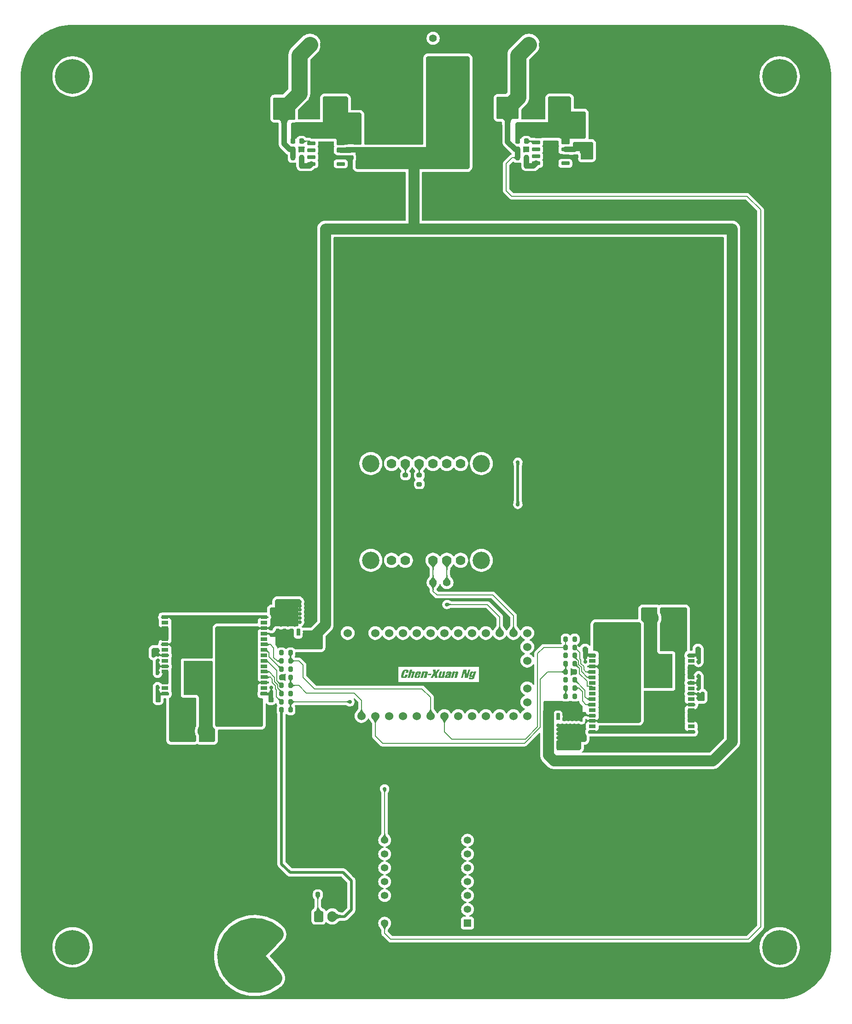
<source format=gbr>
%TF.GenerationSoftware,KiCad,Pcbnew,9.0.0*%
%TF.CreationDate,2025-06-18T15:22:37+08:00*%
%TF.ProjectId,elec,656c6563-2e6b-4696-9361-645f70636258,1*%
%TF.SameCoordinates,Original*%
%TF.FileFunction,Copper,L1,Top*%
%TF.FilePolarity,Positive*%
%FSLAX46Y46*%
G04 Gerber Fmt 4.6, Leading zero omitted, Abs format (unit mm)*
G04 Created by KiCad (PCBNEW 9.0.0) date 2025-06-18 15:22:37*
%MOMM*%
%LPD*%
G01*
G04 APERTURE LIST*
G04 Aperture macros list*
%AMRoundRect*
0 Rectangle with rounded corners*
0 $1 Rounding radius*
0 $2 $3 $4 $5 $6 $7 $8 $9 X,Y pos of 4 corners*
0 Add a 4 corners polygon primitive as box body*
4,1,4,$2,$3,$4,$5,$6,$7,$8,$9,$2,$3,0*
0 Add four circle primitives for the rounded corners*
1,1,$1+$1,$2,$3*
1,1,$1+$1,$4,$5*
1,1,$1+$1,$6,$7*
1,1,$1+$1,$8,$9*
0 Add four rect primitives between the rounded corners*
20,1,$1+$1,$2,$3,$4,$5,0*
20,1,$1+$1,$4,$5,$6,$7,0*
20,1,$1+$1,$6,$7,$8,$9,0*
20,1,$1+$1,$8,$9,$2,$3,0*%
G04 Aperture macros list end*
%ADD10C,0.200000*%
%TA.AperFunction,EtchedComponent*%
%ADD11C,3.000000*%
%TD*%
%TA.AperFunction,EtchedComponent*%
%ADD12C,0.200000*%
%TD*%
%TA.AperFunction,SMDPad,CuDef*%
%ADD13RoundRect,0.200000X-0.200000X-0.275000X0.200000X-0.275000X0.200000X0.275000X-0.200000X0.275000X0*%
%TD*%
%TA.AperFunction,ComponentPad*%
%ADD14C,6.400000*%
%TD*%
%TA.AperFunction,ComponentPad*%
%ADD15C,1.400000*%
%TD*%
%TA.AperFunction,SMDPad,CuDef*%
%ADD16RoundRect,0.200000X0.200000X0.275000X-0.200000X0.275000X-0.200000X-0.275000X0.200000X-0.275000X0*%
%TD*%
%TA.AperFunction,SMDPad,CuDef*%
%ADD17RoundRect,0.250000X-0.875000X-1.025000X0.875000X-1.025000X0.875000X1.025000X-0.875000X1.025000X0*%
%TD*%
%TA.AperFunction,SMDPad,CuDef*%
%ADD18RoundRect,0.225000X-0.225000X-0.250000X0.225000X-0.250000X0.225000X0.250000X-0.225000X0.250000X0*%
%TD*%
%TA.AperFunction,SMDPad,CuDef*%
%ADD19RoundRect,0.225000X-0.250000X0.225000X-0.250000X-0.225000X0.250000X-0.225000X0.250000X0.225000X0*%
%TD*%
%TA.AperFunction,ComponentPad*%
%ADD20R,1.600000X1.600000*%
%TD*%
%TA.AperFunction,ComponentPad*%
%ADD21C,1.600000*%
%TD*%
%TA.AperFunction,ComponentPad*%
%ADD22RoundRect,0.750000X-0.750000X-0.750000X0.750000X-0.750000X0.750000X0.750000X-0.750000X0.750000X0*%
%TD*%
%TA.AperFunction,ComponentPad*%
%ADD23C,3.000000*%
%TD*%
%TA.AperFunction,SMDPad,CuDef*%
%ADD24RoundRect,0.061000X-0.244000X0.574000X-0.244000X-0.574000X0.244000X-0.574000X0.244000X0.574000X0*%
%TD*%
%TA.AperFunction,SMDPad,CuDef*%
%ADD25RoundRect,0.061000X0.244000X-0.574000X0.244000X0.574000X-0.244000X0.574000X-0.244000X-0.574000X0*%
%TD*%
%TA.AperFunction,SMDPad,CuDef*%
%ADD26RoundRect,0.187500X1.687500X1.767500X-1.687500X1.767500X-1.687500X-1.767500X1.687500X-1.767500X0*%
%TD*%
%TA.AperFunction,SMDPad,CuDef*%
%ADD27RoundRect,0.060000X-0.715000X-0.240000X0.715000X-0.240000X0.715000X0.240000X-0.715000X0.240000X0*%
%TD*%
%TA.AperFunction,ComponentPad*%
%ADD28C,0.400000*%
%TD*%
%TA.AperFunction,SMDPad,CuDef*%
%ADD29R,3.000000X4.500000*%
%TD*%
%TA.AperFunction,SMDPad,CuDef*%
%ADD30RoundRect,0.150000X0.600000X0.850000X-0.600000X0.850000X-0.600000X-0.850000X0.600000X-0.850000X0*%
%TD*%
%TA.AperFunction,SMDPad,CuDef*%
%ADD31R,1.300000X0.665000*%
%TD*%
%TA.AperFunction,ComponentPad*%
%ADD32C,1.000000*%
%TD*%
%TA.AperFunction,SMDPad,CuDef*%
%ADD33R,5.250000X10.300000*%
%TD*%
%TA.AperFunction,SMDPad,CuDef*%
%ADD34R,5.250000X6.230000*%
%TD*%
%TA.AperFunction,ComponentPad*%
%ADD35RoundRect,0.250000X-0.600000X-0.750000X0.600000X-0.750000X0.600000X0.750000X-0.600000X0.750000X0*%
%TD*%
%TA.AperFunction,ComponentPad*%
%ADD36O,1.700000X2.000000*%
%TD*%
%TA.AperFunction,ComponentPad*%
%ADD37C,1.778000*%
%TD*%
%TA.AperFunction,ComponentPad*%
%ADD38C,3.200000*%
%TD*%
%TA.AperFunction,SMDPad,CuDef*%
%ADD39RoundRect,0.250002X1.799998X1.799998X-1.799998X1.799998X-1.799998X-1.799998X1.799998X-1.799998X0*%
%TD*%
%TA.AperFunction,ComponentPad*%
%ADD40RoundRect,0.750000X0.750000X0.750000X-0.750000X0.750000X-0.750000X-0.750000X0.750000X-0.750000X0*%
%TD*%
%TA.AperFunction,ComponentPad*%
%ADD41R,1.358000X1.358000*%
%TD*%
%TA.AperFunction,ComponentPad*%
%ADD42C,1.358000*%
%TD*%
%TA.AperFunction,SMDPad,CuDef*%
%ADD43RoundRect,0.200000X0.275000X-0.200000X0.275000X0.200000X-0.275000X0.200000X-0.275000X-0.200000X0*%
%TD*%
%TA.AperFunction,SMDPad,CuDef*%
%ADD44RoundRect,0.225000X0.225000X0.250000X-0.225000X0.250000X-0.225000X-0.250000X0.225000X-0.250000X0*%
%TD*%
%TA.AperFunction,ComponentPad*%
%ADD45C,1.530000*%
%TD*%
%TA.AperFunction,ComponentPad*%
%ADD46RoundRect,1.500000X-1.500000X-1.500000X1.500000X-1.500000X1.500000X1.500000X-1.500000X1.500000X0*%
%TD*%
%TA.AperFunction,ComponentPad*%
%ADD47C,6.000000*%
%TD*%
%TA.AperFunction,SMDPad,CuDef*%
%ADD48RoundRect,0.200000X-0.275000X0.200000X-0.275000X-0.200000X0.275000X-0.200000X0.275000X0.200000X0*%
%TD*%
%TA.AperFunction,SMDPad,CuDef*%
%ADD49RoundRect,0.187500X-1.687500X-1.767500X1.687500X-1.767500X1.687500X1.767500X-1.687500X1.767500X0*%
%TD*%
%TA.AperFunction,ViaPad*%
%ADD50C,0.700000*%
%TD*%
%TA.AperFunction,Conductor*%
%ADD51C,0.200000*%
%TD*%
%TA.AperFunction,Conductor*%
%ADD52C,3.000000*%
%TD*%
%TA.AperFunction,Conductor*%
%ADD53C,1.000000*%
%TD*%
%TA.AperFunction,Conductor*%
%ADD54C,0.500000*%
%TD*%
%TA.AperFunction,Conductor*%
%ADD55C,2.000000*%
%TD*%
G04 APERTURE END LIST*
D10*
G36*
X194664288Y-177160989D02*
G01*
X194591381Y-177414879D01*
X194575304Y-177456017D01*
X194549009Y-177491832D01*
X194524603Y-177510742D01*
X194493765Y-177524394D01*
X194435432Y-177532482D01*
X194402961Y-177529670D01*
X194378411Y-177521708D01*
X194350937Y-177495322D01*
X194343604Y-177451909D01*
X194350314Y-177414879D01*
X194582955Y-176575356D01*
X194598892Y-176534247D01*
X194624663Y-176498446D01*
X194648819Y-176479233D01*
X194679192Y-176465504D01*
X194733287Y-176457844D01*
X194767614Y-176460656D01*
X194793550Y-176468616D01*
X194822461Y-176494740D01*
X194830681Y-176536997D01*
X194824023Y-176575356D01*
X194766992Y-176781069D01*
X195221528Y-176781069D01*
X195266957Y-176617396D01*
X195281692Y-176550082D01*
X195286719Y-176490379D01*
X195283170Y-176441654D01*
X195272160Y-176398747D01*
X195255251Y-176363253D01*
X195232358Y-176332395D01*
X195170524Y-176283826D01*
X195083642Y-176248761D01*
X194963177Y-176226344D01*
X194799598Y-176218425D01*
X194708044Y-176221517D01*
X194617990Y-176231436D01*
X194543264Y-176246027D01*
X194471318Y-176266894D01*
X194410101Y-176291301D01*
X194352268Y-176321608D01*
X194302050Y-176355431D01*
X194255673Y-176395059D01*
X194215034Y-176439054D01*
X194178769Y-176489063D01*
X194147512Y-176544908D01*
X194121335Y-176607269D01*
X194106193Y-176655131D01*
X193917760Y-177335195D01*
X193902721Y-177403523D01*
X193897104Y-177464870D01*
X193899943Y-177516832D01*
X193910216Y-177563082D01*
X193926668Y-177602470D01*
X193949107Y-177637051D01*
X194009953Y-177692613D01*
X194093485Y-177733419D01*
X194204103Y-177760342D01*
X194348068Y-177771654D01*
X194368998Y-177771810D01*
X194463780Y-177768872D01*
X194551929Y-177760034D01*
X194628108Y-177746450D01*
X194698510Y-177727676D01*
X194760023Y-177705009D01*
X194816312Y-177677604D01*
X194866172Y-177646288D01*
X194911052Y-177610416D01*
X194986163Y-177524442D01*
X195042534Y-177416051D01*
X195061549Y-177358276D01*
X195116259Y-177160989D01*
X194664288Y-177160989D01*
G37*
G36*
X195534892Y-177742501D02*
G01*
X195759595Y-176932011D01*
X195774587Y-176884322D01*
X195796644Y-176842721D01*
X195831774Y-176813296D01*
X195856121Y-176805052D01*
X195885991Y-176802135D01*
X195913794Y-176804946D01*
X195933414Y-176812900D01*
X195951919Y-176838825D01*
X195951558Y-176886006D01*
X195940457Y-176932011D01*
X195715753Y-177742501D01*
X196148307Y-177742501D01*
X196405495Y-176814683D01*
X196418948Y-176751276D01*
X196421875Y-176694586D01*
X196415870Y-176653706D01*
X196401822Y-176618032D01*
X196383074Y-176591895D01*
X196357814Y-176570011D01*
X196328119Y-176553609D01*
X196292268Y-176541254D01*
X196198390Y-176529280D01*
X196183478Y-176529102D01*
X196123983Y-176532006D01*
X196068445Y-176540611D01*
X196018199Y-176554340D01*
X195971927Y-176573188D01*
X195891553Y-176625791D01*
X195831280Y-176692958D01*
X195825785Y-176692958D01*
X195949250Y-176247734D01*
X195516573Y-176247734D01*
X195102215Y-177742501D01*
X195534892Y-177742501D01*
G37*
G36*
X197242654Y-176532136D02*
G01*
X197370758Y-176550604D01*
X197465675Y-176582870D01*
X197533394Y-176627597D01*
X197558299Y-176655032D01*
X197577356Y-176686453D01*
X197590312Y-176722888D01*
X197596178Y-176763881D01*
X197594144Y-176812218D01*
X197583112Y-176866066D01*
X197496162Y-177180040D01*
X196882746Y-177180040D01*
X196814724Y-177425412D01*
X196810381Y-177443888D01*
X196810760Y-177500009D01*
X196831582Y-177530451D01*
X196849755Y-177538857D01*
X196872854Y-177541733D01*
X196906095Y-177537661D01*
X196932022Y-177526774D01*
X196953427Y-177509518D01*
X196978000Y-177473201D01*
X196995586Y-177425412D01*
X197038451Y-177270807D01*
X197471005Y-177270807D01*
X197422278Y-177446570D01*
X197394842Y-177517086D01*
X197368457Y-177560211D01*
X197336453Y-177598665D01*
X197297656Y-177633789D01*
X197253524Y-177664219D01*
X197200570Y-177691880D01*
X197142330Y-177714526D01*
X197072388Y-177733967D01*
X196997156Y-177747828D01*
X196907232Y-177757088D01*
X196812282Y-177760086D01*
X196742968Y-177757965D01*
X196610716Y-177739680D01*
X196509473Y-177706271D01*
X196436584Y-177660562D01*
X196389331Y-177602744D01*
X196375214Y-177568449D01*
X196368131Y-177530518D01*
X196368720Y-177487356D01*
X196377896Y-177440158D01*
X196505312Y-176980463D01*
X196938067Y-176980463D01*
X197118929Y-176980463D01*
X197163869Y-176818255D01*
X197166207Y-176785592D01*
X197147177Y-176759004D01*
X197124361Y-176750444D01*
X197092917Y-176747547D01*
X197058390Y-176750749D01*
X197032687Y-176758901D01*
X197011871Y-176771873D01*
X196994242Y-176792194D01*
X196983007Y-176818255D01*
X196938067Y-176980463D01*
X196505312Y-176980463D01*
X196537020Y-176866066D01*
X196577636Y-176770375D01*
X196642681Y-176688615D01*
X196684014Y-176653612D01*
X196730979Y-176622743D01*
X196784671Y-176595552D01*
X196843956Y-176572875D01*
X196911140Y-176554238D01*
X196984008Y-176540662D01*
X197065843Y-176532012D01*
X197153489Y-176529102D01*
X197242654Y-176532136D01*
G37*
G36*
X198251849Y-176540826D02*
G01*
X197819173Y-176540826D01*
X197486026Y-177742501D01*
X197918702Y-177742501D01*
X198149878Y-176908381D01*
X198171228Y-176854762D01*
X198188602Y-176831584D01*
X198212248Y-176813375D01*
X198236936Y-176803576D01*
X198267350Y-176799307D01*
X198273342Y-176799204D01*
X198301129Y-176801997D01*
X198320555Y-176809826D01*
X198338592Y-176835142D01*
X198337636Y-176880097D01*
X198330739Y-176908381D01*
X198099564Y-177742501D01*
X198532118Y-177742501D01*
X198793091Y-176801219D01*
X198804693Y-176744981D01*
X198806752Y-176694454D01*
X198800545Y-176654735D01*
X198786737Y-176620012D01*
X198767864Y-176593337D01*
X198742811Y-176571041D01*
X198713295Y-176554095D01*
X198678151Y-176541394D01*
X198588510Y-176529260D01*
X198575471Y-176529102D01*
X198512291Y-176532006D01*
X198454040Y-176540611D01*
X198402605Y-176554137D01*
X198355764Y-176572659D01*
X198276387Y-176623691D01*
X198215090Y-176692958D01*
X198209595Y-176692958D01*
X198251849Y-176540826D01*
G37*
G36*
X198817638Y-177198999D02*
G01*
X199425680Y-177198999D01*
X199494312Y-176951154D01*
X198886270Y-176951154D01*
X198817638Y-177198999D01*
G37*
G36*
X200113590Y-177144594D02*
G01*
X200118963Y-177144594D01*
X200109438Y-177742501D01*
X200591451Y-177742501D01*
X200529169Y-176989256D01*
X201005809Y-176247734D01*
X200592184Y-176247734D01*
X200274180Y-176842160D01*
X200268684Y-176842160D01*
X200277355Y-176247734D01*
X199781542Y-176247734D01*
X199860677Y-176940895D01*
X199364497Y-177742501D01*
X199778000Y-177742501D01*
X200113590Y-177144594D01*
G37*
G36*
X201313799Y-177742501D02*
G01*
X201746354Y-177742501D01*
X202079501Y-176540826D01*
X201646947Y-176540826D01*
X201415649Y-177374946D01*
X201394335Y-177428567D01*
X201377002Y-177451743D01*
X201353417Y-177469963D01*
X201328754Y-177479798D01*
X201298364Y-177484104D01*
X201292184Y-177484214D01*
X201264397Y-177481420D01*
X201244972Y-177473591D01*
X201226935Y-177448269D01*
X201227888Y-177403283D01*
X201234787Y-177374946D01*
X201466085Y-176540826D01*
X201033409Y-176540826D01*
X200772435Y-177482107D01*
X200760339Y-177540202D01*
X200757904Y-177592149D01*
X200763828Y-177632668D01*
X200777364Y-177667973D01*
X200795940Y-177694958D01*
X200820659Y-177717476D01*
X200884442Y-177747389D01*
X200973007Y-177759866D01*
X200988346Y-177760086D01*
X201051609Y-177757182D01*
X201109918Y-177748575D01*
X201161361Y-177735051D01*
X201208203Y-177716534D01*
X201287572Y-177665513D01*
X201348848Y-177596321D01*
X201354344Y-177596321D01*
X201313799Y-177742501D01*
G37*
G36*
X202831379Y-176531951D02*
G01*
X202959765Y-176551098D01*
X203057896Y-176584772D01*
X203128560Y-176630615D01*
X203174406Y-176689012D01*
X203188016Y-176723959D01*
X203194651Y-176762897D01*
X203193585Y-176807528D01*
X203183845Y-176856723D01*
X202938259Y-177742501D01*
X202505705Y-177742501D01*
X202543929Y-177604748D01*
X202538433Y-177604748D01*
X202473638Y-177667555D01*
X202393770Y-177718260D01*
X202302384Y-177749065D01*
X202249686Y-177757243D01*
X202191242Y-177760086D01*
X202176484Y-177759902D01*
X202081719Y-177747624D01*
X202013369Y-177718560D01*
X201987399Y-177697657D01*
X201967403Y-177672696D01*
X201952847Y-177641684D01*
X201945499Y-177606261D01*
X201945937Y-177562828D01*
X201955425Y-177514439D01*
X201971695Y-177455688D01*
X202408488Y-177455688D01*
X202414525Y-177472647D01*
X202427029Y-177485130D01*
X202447451Y-177493922D01*
X202472365Y-177496853D01*
X202485084Y-177496522D01*
X202538044Y-177483749D01*
X202564141Y-177463598D01*
X202584381Y-177433643D01*
X202616591Y-177342431D01*
X202674721Y-177132870D01*
X202623179Y-177156079D01*
X202530813Y-177201219D01*
X202477328Y-177245021D01*
X202459283Y-177271224D01*
X202446842Y-177302222D01*
X202410572Y-177433381D01*
X202408488Y-177455688D01*
X201971695Y-177455688D01*
X202004885Y-177335836D01*
X202029482Y-177276315D01*
X202066367Y-177225410D01*
X202113554Y-177181968D01*
X202169054Y-177144835D01*
X202297048Y-177084888D01*
X202434450Y-177036343D01*
X202572046Y-176987311D01*
X202668210Y-176940190D01*
X202726567Y-176891765D01*
X202757030Y-176835841D01*
X202760119Y-176783996D01*
X202740575Y-176758306D01*
X202719912Y-176750357D01*
X202690963Y-176747547D01*
X202665371Y-176749478D01*
X202637242Y-176757507D01*
X202615049Y-176770898D01*
X202590763Y-176799863D01*
X202576169Y-176835841D01*
X202539532Y-176968006D01*
X202106856Y-176968006D01*
X202137753Y-176856723D01*
X202166879Y-176783727D01*
X202194933Y-176739531D01*
X202228805Y-176700084D01*
X202270820Y-176662925D01*
X202318053Y-176630801D01*
X202375129Y-176601036D01*
X202436611Y-176576827D01*
X202508946Y-176556089D01*
X202584127Y-176541492D01*
X202667844Y-176532116D01*
X202751535Y-176529102D01*
X202831379Y-176531951D01*
G37*
G36*
X203849895Y-176540826D02*
G01*
X203417219Y-176540826D01*
X203084072Y-177742501D01*
X203516748Y-177742501D01*
X203747924Y-176908381D01*
X203769275Y-176854762D01*
X203786648Y-176831584D01*
X203810294Y-176813375D01*
X203834982Y-176803576D01*
X203865397Y-176799307D01*
X203871388Y-176799204D01*
X203899175Y-176801997D01*
X203918601Y-176809826D01*
X203936638Y-176835142D01*
X203935682Y-176880097D01*
X203928785Y-176908381D01*
X203697610Y-177742501D01*
X204130164Y-177742501D01*
X204391137Y-176801219D01*
X204402739Y-176744981D01*
X204404799Y-176694454D01*
X204398591Y-176654735D01*
X204384783Y-176620012D01*
X204365910Y-176593337D01*
X204340857Y-176571041D01*
X204311341Y-176554095D01*
X204276198Y-176541394D01*
X204186556Y-176529260D01*
X204173517Y-176529102D01*
X204110337Y-176532006D01*
X204052086Y-176540611D01*
X204000652Y-176554137D01*
X203953810Y-176572659D01*
X203874433Y-176623691D01*
X203813137Y-176692958D01*
X203807641Y-176692958D01*
X203849895Y-176540826D01*
G37*
G36*
X204908199Y-177742501D02*
G01*
X205264305Y-177742501D01*
X205610520Y-176493382D01*
X205616015Y-176493382D01*
X205606612Y-177742501D01*
X206189986Y-177742501D01*
X206604344Y-176247734D01*
X206248360Y-176247734D01*
X205946842Y-177335287D01*
X205941347Y-177335287D01*
X205952582Y-176247734D01*
X205322557Y-176247734D01*
X204908199Y-177742501D01*
G37*
G36*
X207043227Y-176537808D02*
G01*
X207084295Y-176548735D01*
X207119122Y-176563906D01*
X207150598Y-176585151D01*
X207175980Y-176611177D01*
X207200801Y-176651520D01*
X207218126Y-176699278D01*
X207223622Y-176699278D01*
X207267585Y-176540826D01*
X207702948Y-176540826D01*
X207401552Y-177627920D01*
X207366877Y-177718658D01*
X207336763Y-177770123D01*
X207301730Y-177815353D01*
X207259372Y-177857479D01*
X207213024Y-177893318D01*
X207156775Y-177926947D01*
X207097815Y-177953815D01*
X207023934Y-177978492D01*
X206950262Y-177995384D01*
X206849542Y-178008584D01*
X206761026Y-178012145D01*
X206620660Y-178003573D01*
X206554419Y-177992081D01*
X206496270Y-177976368D01*
X206446963Y-177957251D01*
X206405451Y-177934942D01*
X206371969Y-177910104D01*
X206346123Y-177882992D01*
X206327793Y-177853819D01*
X206317181Y-177823215D01*
X206314295Y-177790926D01*
X206319434Y-177758071D01*
X206352041Y-177640468D01*
X206784717Y-177640468D01*
X206762491Y-177720610D01*
X206760276Y-177758051D01*
X206779407Y-177782984D01*
X206801343Y-177790975D01*
X206832589Y-177793791D01*
X206860073Y-177791877D01*
X206888235Y-177784500D01*
X206910137Y-177772280D01*
X206931047Y-177749288D01*
X206943353Y-177720610D01*
X207025785Y-177422939D01*
X207017481Y-177422939D01*
X207013047Y-177432987D01*
X206991707Y-177468719D01*
X206963515Y-177501159D01*
X206928902Y-177530133D01*
X206889063Y-177554731D01*
X206799859Y-177588159D01*
X206705705Y-177599344D01*
X206660483Y-177597875D01*
X206564957Y-177581311D01*
X206527896Y-177566706D01*
X206497319Y-177548195D01*
X206471179Y-177524043D01*
X206451890Y-177495915D01*
X206437490Y-177458340D01*
X206431329Y-177416237D01*
X206434103Y-177359186D01*
X206447173Y-177297002D01*
X206461182Y-177246479D01*
X206894330Y-177246479D01*
X206895010Y-177289913D01*
X206915410Y-177315771D01*
X206935108Y-177323528D01*
X206962160Y-177326311D01*
X206987267Y-177324197D01*
X207016198Y-177315107D01*
X207039092Y-177300244D01*
X207063613Y-177270163D01*
X207077809Y-177235636D01*
X207173674Y-176889604D01*
X207176232Y-176878948D01*
X207175488Y-176835589D01*
X207155026Y-176809740D01*
X207135299Y-176801987D01*
X207108217Y-176799204D01*
X207083171Y-176801303D01*
X207054248Y-176810364D01*
X207031381Y-176825186D01*
X207006922Y-176855187D01*
X206992812Y-176889604D01*
X206896947Y-177235636D01*
X206894330Y-177246479D01*
X206461182Y-177246479D01*
X206583217Y-176806348D01*
X206618817Y-176717836D01*
X206647151Y-176673725D01*
X206679991Y-176635712D01*
X206717301Y-176603171D01*
X206757797Y-176576704D01*
X206801666Y-176555816D01*
X206847284Y-176541006D01*
X206894571Y-176532055D01*
X206942010Y-176529102D01*
X207043227Y-176537808D01*
G37*
D11*
%TO.C,U4*%
X167000000Y-228750001D02*
X170573012Y-232858964D01*
X170800000Y-224850002D02*
X167000000Y-228750001D01*
X170573013Y-232858964D02*
G75*
G02*
X170800000Y-224850001I-3573013J4108963D01*
G01*
D12*
X168600000Y-223550001D02*
X169300000Y-223850001D01*
X170100000Y-224250001D01*
X170800000Y-224850001D01*
X167000000Y-228750001D01*
X170600000Y-232850001D01*
X170300000Y-233050001D01*
X169600000Y-233550001D01*
X168900000Y-233850001D01*
X167800000Y-234150001D01*
X167000000Y-234150001D01*
X165700000Y-234050001D01*
X164200000Y-233450001D01*
X163500000Y-232950001D01*
X162800000Y-232250001D01*
X162300000Y-231450001D01*
X161800000Y-230450001D01*
X161600000Y-229350001D01*
X161600000Y-227950001D01*
X162000000Y-226550001D01*
X162700000Y-225350001D01*
X163400000Y-224650001D01*
X164300000Y-224050001D01*
X165200000Y-223650001D01*
X166000000Y-223350001D01*
X167400000Y-223350001D01*
X168600000Y-223550001D01*
%TA.AperFunction,EtchedComponent*%
G36*
X168600000Y-223550001D02*
G01*
X169300000Y-223850001D01*
X170100000Y-224250001D01*
X170800000Y-224850001D01*
X167000000Y-228750001D01*
X170600000Y-232850001D01*
X170300000Y-233050001D01*
X169600000Y-233550001D01*
X168900000Y-233850001D01*
X167800000Y-234150001D01*
X167000000Y-234150001D01*
X165700000Y-234050001D01*
X164200000Y-233450001D01*
X163500000Y-232950001D01*
X162800000Y-232250001D01*
X162300000Y-231450001D01*
X161800000Y-230450001D01*
X161600000Y-229350001D01*
X161600000Y-227950001D01*
X162000000Y-226550001D01*
X162700000Y-225350001D01*
X163400000Y-224650001D01*
X164300000Y-224050001D01*
X165200000Y-223650001D01*
X166000000Y-223350001D01*
X167400000Y-223350001D01*
X168600000Y-223550001D01*
G37*
%TD.AperFunction*%
%TD*%
D13*
%TO.P,R21,1*%
%TO.N,/Motor 2 IN A*%
X224175000Y-172125001D03*
%TO.P,R21,2*%
%TO.N,Net-(U7-INA)*%
X225825000Y-172125001D03*
%TD*%
D14*
%TO.P,H3,1*%
%TO.N,N/C*%
X133500000Y-227250001D03*
%TD*%
%TO.P,H4,1*%
%TO.N,N/C*%
X263500000Y-227250000D03*
%TD*%
D15*
%TO.P,TP3,1,1*%
%TO.N,+5V*%
X217400000Y-61400001D03*
%TO.P,TP3,2,2*%
%TO.N,GND*%
X219940000Y-61400001D03*
%TD*%
D14*
%TO.P,H2,1*%
%TO.N,N/C*%
X263500000Y-67250001D03*
%TD*%
D16*
%TO.P,R14,1*%
%TO.N,/Motor 1 IN B*%
X173575002Y-174625001D03*
%TO.P,R14,2*%
%TO.N,Net-(U5-INB)*%
X171925002Y-174625001D03*
%TD*%
D17*
%TO.P,C5,1*%
%TO.N,+3V3*%
X175200000Y-65150001D03*
%TO.P,C5,2*%
%TO.N,GND*%
X181600000Y-65150001D03*
%TD*%
D15*
%TO.P,TP4,1,1*%
%TO.N,+3V3*%
X177150000Y-61400001D03*
%TO.P,TP4,2,2*%
%TO.N,GND*%
X179690000Y-61400001D03*
%TD*%
D18*
%TO.P,C7,1*%
%TO.N,+3V3*%
X174050000Y-80650001D03*
%TO.P,C7,2*%
%TO.N,GND*%
X175600000Y-80650001D03*
%TD*%
D19*
%TO.P,C1,1*%
%TO.N,+12V*%
X184650000Y-80625001D03*
%TO.P,C1,2*%
%TO.N,GND*%
X184650000Y-82175001D03*
%TD*%
D16*
%TO.P,R9,1*%
%TO.N,/Motor 1 IN A*%
X173575002Y-183625001D03*
%TO.P,R9,2*%
%TO.N,+3V3*%
X171925002Y-183625001D03*
%TD*%
D20*
%TO.P,C10,1*%
%TO.N,Net-(C10-Pad1)*%
X230500709Y-168703357D03*
D21*
%TO.P,C10,2*%
%TO.N,GND*%
X230500709Y-165203357D03*
%TD*%
D20*
%TO.P,C9,1*%
%TO.N,Net-(C9-Pad1)*%
X167250001Y-185547349D03*
D21*
%TO.P,C9,2*%
%TO.N,GND*%
X167250001Y-189047349D03*
%TD*%
D16*
%TO.P,R2,1*%
%TO.N,Net-(U1-VSENSE)*%
X175650000Y-83650001D03*
%TO.P,R2,2*%
%TO.N,GND*%
X174000000Y-83650001D03*
%TD*%
%TO.P,R8,1*%
%TO.N,/Motor 1 IN B*%
X173575002Y-173125001D03*
%TO.P,R8,2*%
%TO.N,+3V3*%
X171925002Y-173125001D03*
%TD*%
D13*
%TO.P,R18,1*%
%TO.N,/Motor 2 PWM*%
X224175710Y-176625706D03*
%TO.P,R18,2*%
%TO.N,GND*%
X225825710Y-176625706D03*
%TD*%
D22*
%TO.P,U6,1,+*%
%TO.N,/Motor 1/Motor Out B*%
X153000001Y-187500001D03*
D23*
%TO.P,U6,2,-*%
%TO.N,/Motor 1/Motor Out A*%
X158000001Y-187500001D03*
%TD*%
D24*
%TO.P,Q2,1,S*%
%TO.N,+12V*%
X226560711Y-184875707D03*
%TO.P,Q2,2,S*%
X225290711Y-184875707D03*
%TO.P,Q2,3,S*%
X224020711Y-184875706D03*
%TO.P,Q2,4,G*%
%TO.N,Net-(Q2-G)*%
X222750711Y-184875707D03*
D25*
%TO.P,Q2,5,D*%
%TO.N,Net-(C10-Pad1)*%
X222750711Y-190215707D03*
%TO.P,Q2,6,D*%
X224020711Y-190215706D03*
%TO.P,Q2,7,D*%
X225290711Y-190215707D03*
%TO.P,Q2,8,D*%
X226560711Y-190215707D03*
D26*
%TO.P,Q2,9,D*%
X224685711Y-188150707D03*
%TD*%
D16*
%TO.P,R7,1*%
%TO.N,GND*%
X180250001Y-217575001D03*
%TO.P,R7,2*%
%TO.N,/Motors Enable*%
X178600001Y-217575001D03*
%TD*%
D13*
%TO.P,R3,1*%
%TO.N,+5V*%
X215325000Y-82150001D03*
%TO.P,R3,2*%
%TO.N,Net-(U2-VSENSE)*%
X216975000Y-82150001D03*
%TD*%
D27*
%TO.P,U1,1,BOOT*%
%TO.N,Net-(U1-BOOT)*%
X177400000Y-79495001D03*
%TO.P,U1,2,NC*%
%TO.N,unconnected-(U1-NC-Pad2)*%
X177400000Y-80765001D03*
%TO.P,U1,3,NC*%
%TO.N,unconnected-(U1-NC-Pad3)*%
X177400000Y-82035001D03*
%TO.P,U1,4,VSENSE*%
%TO.N,Net-(U1-VSENSE)*%
X177400000Y-83305001D03*
%TO.P,U1,5,EN*%
%TO.N,unconnected-(U1-EN-Pad5)*%
X182800000Y-83305001D03*
%TO.P,U1,6,GND*%
%TO.N,GND*%
X182800000Y-82035001D03*
%TO.P,U1,7,VIN*%
%TO.N,+12V*%
X182800000Y-80765001D03*
%TO.P,U1,8,PH*%
%TO.N,Net-(D1-K)*%
X182800000Y-79495001D03*
D28*
%TO.P,U1,9,GNDPAD*%
%TO.N,GND*%
X179100000Y-79900001D03*
X179100000Y-80900001D03*
X179100000Y-81900001D03*
X179100000Y-82900001D03*
X180100000Y-79900001D03*
X180100000Y-80900001D03*
D29*
X180100000Y-81400001D03*
D28*
X180100000Y-81900001D03*
X180100000Y-82900001D03*
X181100000Y-79900001D03*
X181100000Y-80900001D03*
X181100000Y-81900001D03*
X181100000Y-82900001D03*
%TD*%
D30*
%TO.P,D2,1,K*%
%TO.N,Net-(D2-K)*%
X227050000Y-74800002D03*
%TO.P,D2,2,A*%
%TO.N,GND*%
X227050000Y-70800000D03*
%TD*%
D31*
%TO.P,U7,1,OUTA*%
%TO.N,/Motor 2/Motor Out A*%
X229050709Y-173650706D03*
%TO.P,U7,2*%
%TO.N,N/C*%
X229050709Y-174650706D03*
%TO.P,U7,3,VCC*%
%TO.N,Net-(C10-Pad1)*%
X229050709Y-175650706D03*
%TO.P,U7,4,INA*%
%TO.N,Net-(U7-INA)*%
X229050709Y-176650706D03*
%TO.P,U7,5,ENA/DIAGA*%
%TO.N,Net-(U7-ENA{slash}DIAGA)*%
X229050709Y-177650706D03*
%TO.P,U7,6,CS_DIS*%
%TO.N,unconnected-(U7-CS_DIS-Pad6)*%
X229050709Y-178650706D03*
%TO.P,U7,7,PWM*%
%TO.N,Net-(U7-PWM)*%
X229050709Y-179650706D03*
%TO.P,U7,8,CS*%
%TO.N,unconnected-(U7-CS-Pad8)*%
X229050709Y-180650706D03*
%TO.P,U7,9,ENB/DIAGB*%
%TO.N,Net-(U7-ENB{slash}DIAGB)*%
X229050709Y-181650706D03*
%TO.P,U7,10,INB*%
%TO.N,Net-(U7-INB)*%
X229050709Y-182650706D03*
%TO.P,U7,11,CP*%
%TO.N,Net-(Q2-G)*%
X229050709Y-183650706D03*
%TO.P,U7,12,VBAT*%
%TO.N,+12V*%
X229050709Y-184650706D03*
%TO.P,U7,13,VCC*%
%TO.N,Net-(C10-Pad1)*%
X229050709Y-185650706D03*
%TO.P,U7,14*%
%TO.N,N/C*%
X229050709Y-186650706D03*
%TO.P,U7,15,OUTB*%
%TO.N,/Motor 2/Motor Out B*%
X229050709Y-187650706D03*
%TO.P,U7,16,OUTB*%
X247250709Y-187650706D03*
%TO.P,U7,17*%
%TO.N,N/C*%
X247250709Y-186650706D03*
%TO.P,U7,18,GNDB*%
%TO.N,GND*%
X247250709Y-185650706D03*
%TO.P,U7,19,GNDB*%
X247250709Y-184650706D03*
%TO.P,U7,20,GNDB*%
X247250709Y-183650706D03*
%TO.P,U7,21,OUTB*%
%TO.N,/Motor 2/Motor Out B*%
X247250709Y-182650706D03*
%TO.P,U7,22*%
%TO.N,N/C*%
X247250709Y-181650706D03*
%TO.P,U7,23,VCC*%
%TO.N,Net-(C10-Pad1)*%
X247250709Y-180650706D03*
%TO.P,U7,24*%
%TO.N,N/C*%
X247250709Y-179650706D03*
%TO.P,U7,25,OUTA*%
%TO.N,/Motor 2/Motor Out A*%
X247250709Y-178650706D03*
%TO.P,U7,26,GNDA*%
%TO.N,GND*%
X247250709Y-177650706D03*
%TO.P,U7,27,GNDA*%
X247250709Y-176650706D03*
%TO.P,U7,28,GNDA*%
X247250709Y-175650706D03*
%TO.P,U7,29*%
%TO.N,N/C*%
X247250709Y-174650706D03*
%TO.P,U7,30,OUTA*%
%TO.N,/Motor 2/Motor Out A*%
X247250709Y-173650706D03*
D32*
%TO.P,U7,HS1,VCC*%
%TO.N,Net-(C10-Pad1)*%
X233750709Y-177750706D03*
X233750709Y-179750706D03*
X233750709Y-181550706D03*
X233750709Y-183550706D03*
D33*
X235100709Y-180650706D03*
D32*
X235750709Y-177750706D03*
X235750709Y-179750706D03*
X235750709Y-181550706D03*
X235750709Y-183550706D03*
%TO.P,U7,HS2,OUTA*%
%TO.N,/Motor 2/Motor Out A*%
X240000709Y-175150706D03*
X240000709Y-178150707D03*
X241200709Y-175150706D03*
D34*
X241200709Y-176485706D03*
D32*
X241200709Y-178150706D03*
X242400709Y-175150706D03*
X242400709Y-178150706D03*
%TO.P,U7,HS3,OUTB*%
%TO.N,/Motor 2/Motor Out B*%
X240000709Y-183150705D03*
X240000709Y-186150706D03*
X241200709Y-183150706D03*
D34*
X241200709Y-184815706D03*
D32*
X241200709Y-186150706D03*
X242400709Y-183150706D03*
X242400709Y-186150706D03*
%TD*%
D14*
%TO.P,H1,1*%
%TO.N,N/C*%
X133500000Y-67250000D03*
%TD*%
D18*
%TO.P,C8,1*%
%TO.N,+5V*%
X215375000Y-80650001D03*
%TO.P,C8,2*%
%TO.N,GND*%
X216925000Y-80650001D03*
%TD*%
D35*
%TO.P,SW2,1,A*%
%TO.N,/Motors Enable*%
X178750001Y-221575001D03*
D36*
%TO.P,SW2,2,B*%
%TO.N,+3V3*%
X181250001Y-221575001D03*
%TD*%
D37*
%TO.P,U3,JP1_1,VIN*%
%TO.N,+3V3*%
X192150000Y-156140001D03*
%TO.P,U3,JP1_2,3VO*%
%TO.N,unconnected-(U3-3VO-PadJP1_2)*%
X194690000Y-156140001D03*
%TO.P,U3,JP1_3,GND*%
%TO.N,GND*%
X197230000Y-156140001D03*
%TO.P,U3,JP1_4,SCL*%
%TO.N,/RX (IMU)*%
X199770000Y-156140001D03*
%TO.P,U3,JP1_5,SDA*%
%TO.N,/TX (IMU)*%
X202310000Y-156140001D03*
%TO.P,U3,JP1_6,~{INT}*%
%TO.N,unconnected-(U3-~{INT}-PadJP1_6)*%
X204850000Y-156140001D03*
%TO.P,U3,JP2_1,BT*%
%TO.N,unconnected-(U3-BT-PadJP2_1)*%
X192150000Y-138360001D03*
%TO.P,U3,JP2_2,P0*%
%TO.N,Net-(U3-P0)*%
X194690000Y-138360001D03*
%TO.P,U3,JP2_3,P1*%
%TO.N,Net-(U3-P1)*%
X197230000Y-138360001D03*
%TO.P,U3,JP2_4,~{RST}*%
%TO.N,unconnected-(U3-~{RST}-PadJP2_4)*%
X199770000Y-138360001D03*
%TO.P,U3,JP2_5,DI*%
%TO.N,unconnected-(U3-DI-PadJP2_5)*%
X202310000Y-138360001D03*
%TO.P,U3,JP2_6,CS*%
%TO.N,unconnected-(U3-CS-PadJP2_6)*%
X204850000Y-138360001D03*
D38*
%TO.P,U3,P1*%
%TO.N,N/C*%
X188340000Y-138360001D03*
%TO.P,U3,P2*%
X208660000Y-138360001D03*
%TO.P,U3,P3*%
X188340000Y-156140001D03*
%TO.P,U3,P4*%
X208660000Y-156140001D03*
%TD*%
D16*
%TO.P,R4,1*%
%TO.N,Net-(U2-VSENSE)*%
X216975000Y-83650001D03*
%TO.P,R4,2*%
%TO.N,GND*%
X215325000Y-83650001D03*
%TD*%
%TO.P,R10,1*%
%TO.N,/Motor 1 PWM*%
X173575002Y-177625000D03*
%TO.P,R10,2*%
%TO.N,GND*%
X171925002Y-177625000D03*
%TD*%
D13*
%TO.P,R23,1*%
%TO.N,/Motor 2 PWM*%
X224175708Y-175125707D03*
%TO.P,R23,2*%
%TO.N,Net-(U7-PWM)*%
X225825708Y-175125707D03*
%TD*%
D17*
%TO.P,C6,1*%
%TO.N,+5V*%
X215450000Y-65150001D03*
%TO.P,C6,2*%
%TO.N,GND*%
X221850000Y-65150001D03*
%TD*%
D13*
%TO.P,R20,1*%
%TO.N,/Motors Enable*%
X224175710Y-178125706D03*
%TO.P,R20,2*%
%TO.N,Net-(U7-ENB{slash}DIAGB)*%
X225825710Y-178125706D03*
%TD*%
D15*
%TO.P,TP5,1,1*%
%TO.N,/RX (IMU)*%
X199790000Y-160235001D03*
%TO.P,TP5,2,2*%
%TO.N,/TX (IMU)*%
X202330000Y-160235001D03*
%TD*%
D13*
%TO.P,R19,1*%
%TO.N,/Motors Enable*%
X224175709Y-173625707D03*
%TO.P,R19,2*%
%TO.N,Net-(U7-ENA{slash}DIAGA)*%
X225825709Y-173625707D03*
%TD*%
D39*
%TO.P,L1,1,1*%
%TO.N,Net-(D1-K)*%
X181900000Y-73150001D03*
%TO.P,L1,2,2*%
%TO.N,+3V3*%
X172400000Y-73150001D03*
%TD*%
D16*
%TO.P,R15,1*%
%TO.N,/Motor 1 PWM*%
X173575002Y-179125000D03*
%TO.P,R15,2*%
%TO.N,Net-(U5-PWM)*%
X171925002Y-179125000D03*
%TD*%
D40*
%TO.P,U8,1,+*%
%TO.N,/Motor 2/Motor Out B*%
X244750708Y-166750706D03*
D23*
%TO.P,U8,2,-*%
%TO.N,/Motor 2/Motor Out A*%
X239750708Y-166750706D03*
%TD*%
D13*
%TO.P,R1,1*%
%TO.N,+3V3*%
X174000000Y-82150001D03*
%TO.P,R1,2*%
%TO.N,Net-(U1-VSENSE)*%
X175650000Y-82150001D03*
%TD*%
%TO.P,R17,1*%
%TO.N,/Motor 2 IN A*%
X224175708Y-170625706D03*
%TO.P,R17,2*%
%TO.N,+3V3*%
X225825708Y-170625706D03*
%TD*%
%TO.P,R22,1*%
%TO.N,/Motor 2 IN B*%
X224175710Y-179625706D03*
%TO.P,R22,2*%
%TO.N,Net-(U7-INB)*%
X225825710Y-179625706D03*
%TD*%
D41*
%TO.P,U9,1,D0*%
%TO.N,unconnected-(U9-D0-Pad1)*%
X206120000Y-222806501D03*
D42*
%TO.P,U9,2,D1*%
%TO.N,unconnected-(U9-D1-Pad2)*%
X206120000Y-220266501D03*
%TO.P,U9,3,D2*%
%TO.N,unconnected-(U9-D2-Pad3)*%
X206120000Y-217726501D03*
%TO.P,U9,4,D3*%
%TO.N,unconnected-(U9-D3-Pad4)*%
X206120000Y-215186501D03*
%TO.P,U9,5,D4*%
%TO.N,unconnected-(U9-D4-Pad5)*%
X206120000Y-212646501D03*
%TO.P,U9,6,D5*%
%TO.N,unconnected-(U9-D5-Pad6)*%
X206120000Y-210106501D03*
%TO.P,U9,7,TX_D6*%
%TO.N,/ESP32 TX*%
X206120000Y-207566501D03*
%TO.P,U9,8,RX_D7*%
%TO.N,/ESP32 RX*%
X190880000Y-207566501D03*
%TO.P,U9,9,D8*%
%TO.N,unconnected-(U9-D8-Pad9)*%
X190880000Y-210106501D03*
%TO.P,U9,10,D9*%
%TO.N,unconnected-(U9-D9-Pad10)*%
X190880000Y-212646501D03*
%TO.P,U9,11,D10*%
%TO.N,unconnected-(U9-D10-Pad11)*%
X190880000Y-215186501D03*
%TO.P,U9,12,VCC_3V3*%
%TO.N,unconnected-(U9-VCC_3V3-Pad12)*%
X190880000Y-217726501D03*
%TO.P,U9,13,GND*%
%TO.N,GND*%
X190880000Y-220266501D03*
%TO.P,U9,14,VUSB*%
%TO.N,+5V*%
X190880000Y-222806501D03*
%TD*%
D15*
%TO.P,TP2,1,1*%
%TO.N,GND*%
X197250000Y-60250001D03*
%TO.P,TP2,2,2*%
%TO.N,+12V*%
X199790000Y-60250001D03*
%TD*%
D16*
%TO.P,R13,1*%
%TO.N,/Motor 1 IN A*%
X173575002Y-182125001D03*
%TO.P,R13,2*%
%TO.N,Net-(U5-INA)*%
X171925002Y-182125001D03*
%TD*%
D43*
%TO.P,R6,1*%
%TO.N,+3V3*%
X197250000Y-142150001D03*
%TO.P,R6,2*%
%TO.N,Net-(U3-P1)*%
X197250000Y-140500001D03*
%TD*%
D13*
%TO.P,R16,1*%
%TO.N,/Motor 2 IN B*%
X224175709Y-181125705D03*
%TO.P,R16,2*%
%TO.N,+3V3*%
X225825709Y-181125705D03*
%TD*%
D16*
%TO.P,R11,1*%
%TO.N,/Motors Enable*%
X173575002Y-180625001D03*
%TO.P,R11,2*%
%TO.N,Net-(U5-ENA{slash}DIAGA)*%
X171925002Y-180625001D03*
%TD*%
D44*
%TO.P,C4,1*%
%TO.N,Net-(U2-BOOT)*%
X216925000Y-79150001D03*
%TO.P,C4,2*%
%TO.N,Net-(D2-K)*%
X215375000Y-79150001D03*
%TD*%
D30*
%TO.P,D1,1,K*%
%TO.N,Net-(D1-K)*%
X185900000Y-75100002D03*
%TO.P,D1,2,A*%
%TO.N,GND*%
X185900000Y-71100000D03*
%TD*%
D44*
%TO.P,C3,1*%
%TO.N,Net-(U1-BOOT)*%
X175600000Y-79150001D03*
%TO.P,C3,2*%
%TO.N,Net-(D1-K)*%
X174050000Y-79150001D03*
%TD*%
D16*
%TO.P,R12,1*%
%TO.N,/Motors Enable*%
X173575002Y-176125001D03*
%TO.P,R12,2*%
%TO.N,Net-(U5-ENB{slash}DIAGB)*%
X171925002Y-176125001D03*
%TD*%
D31*
%TO.P,U5,1,OUTA*%
%TO.N,/Motor 1/Motor Out A*%
X168700001Y-180600001D03*
%TO.P,U5,2*%
%TO.N,N/C*%
X168700001Y-179600001D03*
%TO.P,U5,3,VCC*%
%TO.N,Net-(C9-Pad1)*%
X168700001Y-178600001D03*
%TO.P,U5,4,INA*%
%TO.N,Net-(U5-INA)*%
X168700001Y-177600001D03*
%TO.P,U5,5,ENA/DIAGA*%
%TO.N,Net-(U5-ENA{slash}DIAGA)*%
X168700001Y-176600001D03*
%TO.P,U5,6,CS_DIS*%
%TO.N,unconnected-(U5-CS_DIS-Pad6)*%
X168700001Y-175600001D03*
%TO.P,U5,7,PWM*%
%TO.N,Net-(U5-PWM)*%
X168700001Y-174600001D03*
%TO.P,U5,8,CS*%
%TO.N,unconnected-(U5-CS-Pad8)*%
X168700001Y-173600001D03*
%TO.P,U5,9,ENB/DIAGB*%
%TO.N,Net-(U5-ENB{slash}DIAGB)*%
X168700001Y-172600001D03*
%TO.P,U5,10,INB*%
%TO.N,Net-(U5-INB)*%
X168700001Y-171600001D03*
%TO.P,U5,11,CP*%
%TO.N,Net-(Q1-G)*%
X168700001Y-170600001D03*
%TO.P,U5,12,VBAT*%
%TO.N,+12V*%
X168700001Y-169600001D03*
%TO.P,U5,13,VCC*%
%TO.N,Net-(C9-Pad1)*%
X168700001Y-168600001D03*
%TO.P,U5,14*%
%TO.N,N/C*%
X168700001Y-167600001D03*
%TO.P,U5,15,OUTB*%
%TO.N,/Motor 1/Motor Out B*%
X168700001Y-166600001D03*
%TO.P,U5,16,OUTB*%
X150500001Y-166600001D03*
%TO.P,U5,17*%
%TO.N,N/C*%
X150500001Y-167600001D03*
%TO.P,U5,18,GNDB*%
%TO.N,GND*%
X150500001Y-168600001D03*
%TO.P,U5,19,GNDB*%
X150500001Y-169600001D03*
%TO.P,U5,20,GNDB*%
X150500001Y-170600001D03*
%TO.P,U5,21,OUTB*%
%TO.N,/Motor 1/Motor Out B*%
X150500001Y-171600001D03*
%TO.P,U5,22*%
%TO.N,N/C*%
X150500001Y-172600001D03*
%TO.P,U5,23,VCC*%
%TO.N,Net-(C9-Pad1)*%
X150500001Y-173600001D03*
%TO.P,U5,24*%
%TO.N,N/C*%
X150500001Y-174600001D03*
%TO.P,U5,25,OUTA*%
%TO.N,/Motor 1/Motor Out A*%
X150500001Y-175600001D03*
%TO.P,U5,26,GNDA*%
%TO.N,GND*%
X150500001Y-176600001D03*
%TO.P,U5,27,GNDA*%
X150500001Y-177600001D03*
%TO.P,U5,28,GNDA*%
X150500001Y-178600001D03*
%TO.P,U5,29*%
%TO.N,N/C*%
X150500001Y-179600001D03*
%TO.P,U5,30,OUTA*%
%TO.N,/Motor 1/Motor Out A*%
X150500001Y-180600001D03*
D32*
%TO.P,U5,HS1,VCC*%
%TO.N,Net-(C9-Pad1)*%
X164000001Y-176500001D03*
X164000001Y-174500001D03*
X164000001Y-172700001D03*
X164000001Y-170700001D03*
D33*
X162650001Y-173600001D03*
D32*
X162000001Y-176500001D03*
X162000001Y-174500001D03*
X162000001Y-172700001D03*
X162000001Y-170700001D03*
%TO.P,U5,HS2,OUTA*%
%TO.N,/Motor 1/Motor Out A*%
X157750001Y-179100001D03*
X157750001Y-176100000D03*
X156550001Y-179100001D03*
D34*
X156550001Y-177765001D03*
D32*
X156550001Y-176100001D03*
X155350001Y-179100001D03*
X155350001Y-176100001D03*
%TO.P,U5,HS3,OUTB*%
%TO.N,/Motor 1/Motor Out B*%
X157750001Y-171100002D03*
X157750001Y-168100001D03*
X156550001Y-171100001D03*
D34*
X156550001Y-169435001D03*
D32*
X156550001Y-168100001D03*
X155350001Y-171100001D03*
X155350001Y-168100001D03*
%TD*%
D45*
%TO.P,A1,0,0*%
%TO.N,/Motor 1 PWM*%
X186630000Y-184740001D03*
%TO.P,A1,1,1*%
%TO.N,/Motor 2 PWM*%
X189170000Y-184740001D03*
%TO.P,A1,2,2*%
%TO.N,unconnected-(A1-Pad2)*%
X191710000Y-184740001D03*
%TO.P,A1,3,3*%
%TO.N,unconnected-(A1-Pad3)*%
X194250000Y-184740001D03*
%TO.P,A1,3.3V_1,3.3V_1*%
%TO.N,unconnected-(A1-Pad3.3V_1)*%
X217110000Y-179660001D03*
%TO.P,A1,3.3V_2,3.3V_2*%
%TO.N,unconnected-(A1-Pad3.3V_2)*%
X189170000Y-169500001D03*
%TO.P,A1,4,4*%
%TO.N,/Motor 1 IN A*%
X196790000Y-184740001D03*
%TO.P,A1,5,5*%
%TO.N,/Motor 1 IN B*%
X199330000Y-184740001D03*
%TO.P,A1,6,6*%
%TO.N,/Motor 2 IN A*%
X201870000Y-184740001D03*
%TO.P,A1,7,7*%
%TO.N,/Motor 2 IN B*%
X204410000Y-184740001D03*
%TO.P,A1,8,8*%
%TO.N,unconnected-(A1-Pad8)*%
X206950000Y-184740001D03*
%TO.P,A1,9,9*%
%TO.N,unconnected-(A1-Pad9)*%
X209490000Y-184740001D03*
%TO.P,A1,10,10*%
%TO.N,unconnected-(A1-Pad10)*%
X212030000Y-184740001D03*
%TO.P,A1,11,11*%
%TO.N,unconnected-(A1-Pad11)*%
X214570000Y-184740001D03*
%TO.P,A1,12,12*%
%TO.N,unconnected-(A1-Pad12)*%
X217110000Y-184740001D03*
%TO.P,A1,13,13*%
%TO.N,unconnected-(A1-Pad13)*%
X217110000Y-169500001D03*
%TO.P,A1,14,14*%
%TO.N,/RX (IMU)*%
X214570000Y-169500001D03*
%TO.P,A1,15,15*%
%TO.N,/TX (IMU)*%
X212030000Y-169500001D03*
%TO.P,A1,16,16*%
%TO.N,unconnected-(A1-Pad16)*%
X209490000Y-169500001D03*
%TO.P,A1,17,17*%
%TO.N,unconnected-(A1-Pad17)*%
X206950000Y-169500001D03*
%TO.P,A1,18,18*%
%TO.N,unconnected-(A1-Pad18)*%
X204410000Y-169500001D03*
%TO.P,A1,19,19*%
%TO.N,unconnected-(A1-Pad19)*%
X201870000Y-169500001D03*
%TO.P,A1,20,20*%
%TO.N,/ESP32 RX*%
X199330000Y-169500001D03*
%TO.P,A1,21,21*%
%TO.N,/ESP32 TX*%
X196790000Y-169500001D03*
%TO.P,A1,22,22*%
%TO.N,unconnected-(A1-Pad22)*%
X194250000Y-169500001D03*
%TO.P,A1,23,23*%
%TO.N,unconnected-(A1-Pad23)*%
X191710000Y-169500001D03*
%TO.P,A1,G1,G1*%
%TO.N,GND*%
X184090000Y-184740001D03*
%TO.P,A1,G2,G2*%
X217110000Y-177120001D03*
%TO.P,A1,G3,G3*%
X186630000Y-169500001D03*
%TO.P,A1,ON-OFF,ON/OFF*%
%TO.N,unconnected-(A1-ON{slash}OFF-PadON-OFF)*%
X217110000Y-172040002D03*
%TO.P,A1,PGM,PROGRAM*%
%TO.N,unconnected-(A1-PROGRAM-PadPGM)*%
X217110000Y-174580001D03*
%TO.P,A1,VBAT,VBAT*%
%TO.N,unconnected-(A1-PadVBAT)*%
X217110000Y-182200000D03*
%TO.P,A1,VIN,VIN*%
%TO.N,+5V*%
X184090000Y-169500001D03*
%TD*%
D46*
%TO.P,J1,N,NEG*%
%TO.N,GND*%
X194900000Y-67250001D03*
D47*
%TO.P,J1,P,POS*%
%TO.N,+12V*%
X202100000Y-67250001D03*
%TD*%
D19*
%TO.P,C2,1*%
%TO.N,+12V*%
X226000000Y-80425001D03*
%TO.P,C2,2*%
%TO.N,GND*%
X226000000Y-81975001D03*
%TD*%
D48*
%TO.P,R5,1*%
%TO.N,Net-(U3-P0)*%
X194710000Y-140500001D03*
%TO.P,R5,2*%
%TO.N,GND*%
X194710000Y-142150001D03*
%TD*%
D27*
%TO.P,U2,1,BOOT*%
%TO.N,Net-(U2-BOOT)*%
X218700000Y-79395001D03*
%TO.P,U2,2,NC*%
%TO.N,unconnected-(U2-NC-Pad2)*%
X218700000Y-80665001D03*
%TO.P,U2,3,NC*%
%TO.N,unconnected-(U2-NC-Pad3)*%
X218700000Y-81935001D03*
%TO.P,U2,4,VSENSE*%
%TO.N,Net-(U2-VSENSE)*%
X218700000Y-83205001D03*
%TO.P,U2,5,EN*%
%TO.N,unconnected-(U2-EN-Pad5)*%
X224100000Y-83205001D03*
%TO.P,U2,6,GND*%
%TO.N,GND*%
X224100000Y-81935001D03*
%TO.P,U2,7,VIN*%
%TO.N,+12V*%
X224100000Y-80665001D03*
%TO.P,U2,8,PH*%
%TO.N,Net-(D2-K)*%
X224100000Y-79395001D03*
D28*
%TO.P,U2,9,GNDPAD*%
%TO.N,GND*%
X220400000Y-79800001D03*
X220400000Y-80800001D03*
X220400000Y-81800001D03*
X220400000Y-82800001D03*
X221400000Y-79800001D03*
X221400000Y-80800001D03*
D29*
X221400000Y-81300001D03*
D28*
X221400000Y-81800001D03*
X221400000Y-82800001D03*
X222400000Y-79800001D03*
X222400000Y-80800001D03*
X222400000Y-81800001D03*
X222400000Y-82800001D03*
%TD*%
D39*
%TO.P,L2,1,1*%
%TO.N,Net-(D2-K)*%
X223000000Y-73000001D03*
%TO.P,L2,2,2*%
%TO.N,+5V*%
X213500000Y-73000001D03*
%TD*%
D25*
%TO.P,Q1,1,S*%
%TO.N,+12V*%
X171190002Y-169375000D03*
%TO.P,Q1,2,S*%
X172460002Y-169375000D03*
%TO.P,Q1,3,S*%
X173730002Y-169375001D03*
%TO.P,Q1,4,G*%
%TO.N,Net-(Q1-G)*%
X175000002Y-169375000D03*
D24*
%TO.P,Q1,5,D*%
%TO.N,Net-(C9-Pad1)*%
X175000002Y-164035000D03*
%TO.P,Q1,6,D*%
X173730002Y-164035001D03*
%TO.P,Q1,7,D*%
X172460002Y-164035000D03*
%TO.P,Q1,8,D*%
X171190002Y-164035000D03*
D49*
%TO.P,Q1,9,D*%
X173065002Y-166100000D03*
%TD*%
D50*
%TO.N,/TX (IMU)*%
X202330000Y-164250001D03*
%TO.N,/Motor 2 IN B*%
X224175708Y-179625706D03*
%TO.N,GND*%
X225825710Y-176625706D03*
X171925002Y-177625000D03*
X216925000Y-80650001D03*
X175600000Y-80650001D03*
%TO.N,/ESP32 RX*%
X190880000Y-198130001D03*
%TO.N,+5V*%
X215375000Y-82100001D03*
X215375000Y-138125001D03*
X215375000Y-145875001D03*
%TO.N,/Motor 1 IN A*%
X184500000Y-182125001D03*
%TO.N,+12V*%
X228000000Y-79750001D03*
X228750000Y-82000001D03*
X227250000Y-79750001D03*
X228000000Y-81250001D03*
X225962500Y-80462501D03*
X228750000Y-80500001D03*
X228000000Y-80500001D03*
X228750000Y-79750001D03*
X227250000Y-82000001D03*
X228750000Y-81250001D03*
X227250000Y-80500001D03*
X228000000Y-82000001D03*
X227250000Y-81250001D03*
%TO.N,+3V3*%
X197250000Y-142150001D03*
X225825708Y-170625706D03*
X225825709Y-181125705D03*
X174000000Y-82150001D03*
X171925002Y-183625001D03*
X171925002Y-173125001D03*
%TO.N,Net-(C9-Pad1)*%
X173750000Y-166750001D03*
X172315002Y-166000001D03*
X171565002Y-166000001D03*
X149250002Y-172750000D03*
X173065002Y-163750001D03*
X171565002Y-165250001D03*
X174500000Y-165250001D03*
X174500000Y-164500001D03*
X173065002Y-166000001D03*
X171565002Y-166750001D03*
X171565002Y-163750001D03*
X150500002Y-173600001D03*
X174500000Y-167500001D03*
X173750000Y-167500001D03*
X175250000Y-164500001D03*
X175250000Y-167500001D03*
X175250000Y-166000001D03*
X173750000Y-165250001D03*
X174500000Y-166000001D03*
X148500002Y-172750000D03*
X148500001Y-173500001D03*
X174500000Y-163750001D03*
X172315002Y-165250001D03*
X173065002Y-167500001D03*
X171565002Y-164500001D03*
X171565002Y-167500001D03*
X172315002Y-166750001D03*
X173065002Y-165250001D03*
X173750000Y-164500001D03*
X173065002Y-166750001D03*
X173750000Y-163750001D03*
X172315002Y-167500001D03*
X149250002Y-173500000D03*
X173750000Y-166000001D03*
X175250000Y-163750001D03*
X174500000Y-166750001D03*
X172315002Y-163750001D03*
X175250000Y-165250001D03*
X173065002Y-164500001D03*
X175250000Y-166750001D03*
X172315002Y-164500001D03*
%TO.N,Net-(C10-Pad1)*%
X225000000Y-187250706D03*
X223565002Y-188000706D03*
X223565002Y-189500706D03*
X225000000Y-190250706D03*
X222815002Y-187250706D03*
X222815002Y-188000706D03*
X226500000Y-188750706D03*
X226500000Y-188000706D03*
X225750000Y-188750706D03*
X225000000Y-189500706D03*
X223565002Y-186500706D03*
X226500000Y-187250706D03*
X248500707Y-181500705D03*
X224315002Y-190250706D03*
X225000000Y-188000706D03*
X225750000Y-190250706D03*
X224315002Y-187250706D03*
X225750000Y-186500706D03*
X225750000Y-189500706D03*
X224315002Y-186500706D03*
X224315002Y-189500706D03*
X222815002Y-190250706D03*
X223565002Y-188750706D03*
X223565002Y-190250706D03*
X223565002Y-187250706D03*
X225750000Y-187250706D03*
X248500708Y-180750705D03*
X247250708Y-180650707D03*
X224315002Y-188750706D03*
X225000000Y-186500706D03*
X249250708Y-181500705D03*
X249250708Y-180750705D03*
X225000000Y-188750706D03*
X226500000Y-190250706D03*
X225750000Y-188000706D03*
X222815002Y-189500706D03*
X226500000Y-186500706D03*
X226500000Y-189500706D03*
X222815002Y-186500706D03*
X222815002Y-188750706D03*
X224315002Y-188000706D03*
%TO.N,Net-(Q1-G)*%
X168750002Y-170600001D03*
X175000001Y-169375000D03*
%TO.N,Net-(Q2-G)*%
X229000708Y-183650707D03*
X222750709Y-184875708D03*
%TO.N,/Motors Enable*%
X173575002Y-176125001D03*
X173575002Y-180625001D03*
X224175709Y-173625707D03*
X224175710Y-178125706D03*
%TO.N,/Motor 1/Motor Out A*%
X170000002Y-181750000D03*
X150550002Y-175650001D03*
X170000003Y-179500001D03*
X149250001Y-176000002D03*
X149250001Y-181000002D03*
X170000002Y-181000001D03*
X168700001Y-180600000D03*
X149250001Y-180250001D03*
X150550002Y-180650001D03*
X149250003Y-174499999D03*
X149250002Y-181750000D03*
X149250000Y-175250000D03*
X149250002Y-176750000D03*
X170000002Y-180250002D03*
X149250002Y-179499999D03*
%TO.N,/Motor 2/Motor Out A*%
X248500708Y-179750708D03*
X227750708Y-172500705D03*
X248500708Y-177500707D03*
X227750708Y-173250707D03*
X248500708Y-173250705D03*
X247200708Y-178600706D03*
X227750708Y-174000707D03*
X248500707Y-172500705D03*
X229050708Y-173650707D03*
X248500708Y-178250705D03*
X248500708Y-174750706D03*
X248500710Y-174000707D03*
X227750708Y-174750706D03*
X248500711Y-179000707D03*
X247200708Y-173600706D03*
%TD*%
D51*
%TO.N,/TX (IMU)*%
X202330000Y-164250001D02*
X209750000Y-164250001D01*
X212030000Y-166530001D02*
X212030000Y-169500001D01*
X202330000Y-156215001D02*
X202330000Y-160235001D01*
X209750000Y-164250001D02*
X212030000Y-166530001D01*
%TO.N,/Motor 2 IN A*%
X220124295Y-172125706D02*
X219000000Y-173250001D01*
X224175708Y-172125706D02*
X220124295Y-172125706D01*
X224175708Y-170625706D02*
X224175708Y-172125706D01*
X219000000Y-186750001D02*
X216750000Y-189000001D01*
X201870000Y-187620001D02*
X201870000Y-184740001D01*
X203250000Y-189000001D02*
X201870000Y-187620001D01*
X219000000Y-173250001D02*
X219000000Y-186750001D01*
X216750000Y-189000001D02*
X203250000Y-189000001D01*
%TO.N,/Motor 2 IN B*%
X224175708Y-179625706D02*
X224175708Y-181125706D01*
%TO.N,/Motor 2 PWM*%
X224175708Y-176625704D02*
X224175710Y-176625706D01*
X190500000Y-189750001D02*
X189170000Y-188420001D01*
X224175710Y-176625706D02*
X220874295Y-176625706D01*
X224175708Y-175125707D02*
X224175708Y-176625704D01*
X216567100Y-189750001D02*
X190500000Y-189750001D01*
X219500000Y-178000001D02*
X219500000Y-186817101D01*
X189170000Y-188420001D02*
X189170000Y-184740001D01*
X219500000Y-186817101D02*
X216567100Y-189750001D01*
X220874295Y-176625706D02*
X219500000Y-178000001D01*
%TO.N,/ESP32 RX*%
X190880000Y-198130001D02*
X190880000Y-207566501D01*
%TO.N,/Motor 1 IN B*%
X175875000Y-175375001D02*
X175875000Y-177625001D01*
X178000000Y-179750001D02*
X197750000Y-179750001D01*
X173575001Y-174625001D02*
X173575001Y-173125001D01*
X175125000Y-174625001D02*
X175875000Y-175375001D01*
X175875000Y-177625001D02*
X178000000Y-179750001D01*
X197750000Y-179750001D02*
X199330000Y-181330001D01*
X199330000Y-181330001D02*
X199330000Y-184740001D01*
X173575002Y-174625001D02*
X175125000Y-174625001D01*
%TO.N,/RX (IMU)*%
X199790000Y-161790001D02*
X200500000Y-162500001D01*
X200500000Y-162500001D02*
X210750000Y-162500001D01*
X199790000Y-160235001D02*
X199790000Y-161790001D01*
X199790000Y-156215001D02*
X199790000Y-160235001D01*
X214570000Y-166320001D02*
X214570000Y-169500001D01*
X210750000Y-162500001D02*
X214570000Y-166320001D01*
D52*
%TO.N,+5V*%
X215450000Y-71050001D02*
X213500000Y-73000001D01*
D51*
X213250000Y-83250001D02*
X213250000Y-88250001D01*
X260000000Y-223500001D02*
X257750000Y-225750001D01*
X260000000Y-91750001D02*
X260000000Y-223500001D01*
X213250000Y-88250001D02*
X214250000Y-89250001D01*
X190880000Y-224630001D02*
X190880000Y-222806501D01*
D52*
X215450000Y-63350001D02*
X215450000Y-65150001D01*
D51*
X214350000Y-82150001D02*
X213250000Y-83250001D01*
X257750000Y-225750001D02*
X192000000Y-225750001D01*
D53*
X214900000Y-80650001D02*
X213500000Y-79250001D01*
X213500000Y-79250001D02*
X213500000Y-73000001D01*
D51*
X257500000Y-89250001D02*
X260000000Y-91750001D01*
D53*
X215375000Y-80650001D02*
X215375000Y-82100001D01*
D51*
X215325000Y-82150001D02*
X214350000Y-82150001D01*
X214250000Y-89250001D02*
X257500000Y-89250001D01*
D52*
X215450000Y-65150001D02*
X215450000Y-71050001D01*
D54*
X215375000Y-138125001D02*
X215375000Y-145875001D01*
D52*
X217400000Y-61400001D02*
X215450000Y-63350001D01*
D53*
X215375000Y-80650001D02*
X214900000Y-80650001D01*
D51*
X192000000Y-225750001D02*
X190880000Y-224630001D01*
%TO.N,/Motor 1 PWM*%
X185250000Y-180500001D02*
X176500000Y-180500001D01*
X186630000Y-181880001D02*
X185250000Y-180500001D01*
X173575002Y-177625000D02*
X173575002Y-179125000D01*
X186630000Y-184740001D02*
X186630000Y-181880001D01*
X176500000Y-180500001D02*
X175124999Y-179125000D01*
X175124999Y-179125000D02*
X173575002Y-179125000D01*
%TO.N,/Motor 1 IN A*%
X173575002Y-182125001D02*
X184500000Y-182125001D01*
X173575001Y-183625001D02*
X173575001Y-182125001D01*
D55*
%TO.N,+12V*%
X221000000Y-192000001D02*
X221000000Y-184000001D01*
D53*
X226000000Y-80425001D02*
X225962500Y-80462501D01*
D55*
X180000000Y-168000001D02*
X180000000Y-95250001D01*
X254750000Y-95250001D02*
X254750000Y-189500001D01*
X196250000Y-95250001D02*
X196250000Y-82500001D01*
X196250000Y-95250001D02*
X254750000Y-95250001D01*
D53*
X182800000Y-80765001D02*
X184510000Y-80765001D01*
D55*
X180000000Y-95250001D02*
X196250000Y-95250001D01*
D53*
X225760000Y-80665001D02*
X224175000Y-80665001D01*
X225962500Y-80462501D02*
X225760000Y-80665001D01*
D55*
X177250000Y-170750001D02*
X180000000Y-168000001D01*
X251250000Y-193000001D02*
X222000000Y-193000001D01*
X254750000Y-189500001D02*
X251250000Y-193000001D01*
X222000000Y-193000001D02*
X221000000Y-192000001D01*
D51*
%TO.N,Net-(U1-BOOT)*%
X175600000Y-79150001D02*
X177055000Y-79150001D01*
X177055000Y-79150001D02*
X177400000Y-79495001D01*
%TO.N,Net-(U2-BOOT)*%
X216925000Y-79150001D02*
X218455000Y-79150001D01*
X218455000Y-79150001D02*
X218700000Y-79395001D01*
D53*
%TO.N,+3V3*%
X172400000Y-79650001D02*
X172400000Y-73150001D01*
X174050000Y-80650001D02*
X173400000Y-80650001D01*
D54*
X183250000Y-213500001D02*
X184750000Y-215000001D01*
D52*
X175200000Y-65150001D02*
X175200000Y-63350001D01*
X175200000Y-63350001D02*
X177150000Y-61400001D01*
D54*
X184750000Y-220325001D02*
X183500000Y-221575001D01*
X171925002Y-211925003D02*
X173500000Y-213500001D01*
X184750000Y-215000001D02*
X184750000Y-220325001D01*
D52*
X175200000Y-70350001D02*
X172400000Y-73150001D01*
D54*
X171925002Y-183625001D02*
X171925002Y-211925003D01*
X183500000Y-221575001D02*
X181250001Y-221575001D01*
X173500000Y-213500001D02*
X183250000Y-213500001D01*
D52*
X175200000Y-65150001D02*
X175200000Y-70350001D01*
D53*
X174050000Y-80650001D02*
X174050000Y-82100001D01*
X173400000Y-80650001D02*
X172400000Y-79650001D01*
D51*
%TO.N,Net-(Q1-G)*%
X168700001Y-170600001D02*
X168750002Y-170600001D01*
%TO.N,Net-(Q2-G)*%
X229050709Y-183650707D02*
X229000708Y-183650707D01*
%TO.N,/Motors Enable*%
X178600001Y-217575001D02*
X178600001Y-221425001D01*
D53*
%TO.N,Net-(U1-VSENSE)*%
X175650000Y-83650001D02*
X177055000Y-83650001D01*
X175650000Y-82150001D02*
X175650000Y-83650001D01*
X177055000Y-83650001D02*
X177400000Y-83305001D01*
%TO.N,Net-(U2-VSENSE)*%
X218255000Y-83650001D02*
X218700000Y-83205001D01*
X216975000Y-82150001D02*
X216975000Y-83650001D01*
X216975000Y-83650001D02*
X218255000Y-83650001D01*
D51*
%TO.N,Net-(U3-P0)*%
X194710000Y-138435001D02*
X194710000Y-140500001D01*
%TO.N,Net-(U3-P1)*%
X197250000Y-138435001D02*
X197250000Y-140500001D01*
%TO.N,Net-(U5-ENA{slash}DIAGA)*%
X171224001Y-178991101D02*
X170651001Y-178418100D01*
X171224001Y-179613065D02*
X171224001Y-178991101D01*
X171925001Y-180314064D02*
X171224001Y-179613065D01*
X169600001Y-176600001D02*
X168700001Y-176600001D01*
X170651002Y-177651002D02*
X169600001Y-176600001D01*
X170651001Y-178418100D02*
X170651002Y-177651002D01*
X171925002Y-180625001D02*
X171925001Y-180314064D01*
%TO.N,Net-(U5-ENB{slash}DIAGB)*%
X169651001Y-173117502D02*
X169133500Y-172600001D01*
X169133500Y-172600001D02*
X168700001Y-172600001D01*
X171925002Y-176125001D02*
X169651001Y-173851000D01*
X169651001Y-173851000D02*
X169651001Y-173117502D01*
%TO.N,Net-(U5-INA)*%
X170823001Y-179779164D02*
X170823001Y-179157200D01*
X170823001Y-179157200D02*
X170250001Y-178584201D01*
X171000001Y-179956165D02*
X170823001Y-179779164D01*
X170250001Y-178584201D02*
X170250001Y-178000001D01*
X169850002Y-177600002D02*
X168700001Y-177600001D01*
X171000001Y-181200001D02*
X171000001Y-179956165D01*
X170250001Y-178000001D02*
X169850002Y-177600002D01*
X171925001Y-182125000D02*
X171000001Y-181200001D01*
%TO.N,Net-(U5-INB)*%
X169850002Y-171600000D02*
X168700001Y-171600000D01*
X171925003Y-174625001D02*
X171125002Y-174625000D01*
X170500002Y-172250000D02*
X169850002Y-171600000D01*
X170500002Y-174000000D02*
X170500002Y-172250000D01*
X171125002Y-174625000D02*
X170500002Y-174000000D01*
%TO.N,Net-(U5-PWM)*%
X171052001Y-176367501D02*
X171052002Y-178252000D01*
X168700001Y-174600001D02*
X169284502Y-174600001D01*
X169284502Y-174600001D02*
X171052001Y-176367501D01*
X171052002Y-178252000D02*
X171925000Y-179125000D01*
%TO.N,Net-(U7-ENA{slash}DIAGA)*%
X225825710Y-173936643D02*
X226526708Y-174637642D01*
X228150708Y-177650707D02*
X229050708Y-177650707D01*
X227099709Y-175832606D02*
X227099708Y-176599707D01*
X227099708Y-176599707D02*
X228150708Y-177650707D01*
X226526708Y-175259606D02*
X227099709Y-175832606D01*
X226526708Y-174637642D02*
X226526708Y-175259606D01*
X225825710Y-173625707D02*
X225825710Y-173936643D01*
%TO.N,Net-(U7-ENB{slash}DIAGB)*%
X225825710Y-178125706D02*
X227725002Y-180024998D01*
X228200709Y-181650706D02*
X229050709Y-181650706D01*
X227725002Y-181174999D02*
X228200709Y-181650706D01*
X227725002Y-180024998D02*
X227725002Y-181174999D01*
%TO.N,Net-(U7-INA)*%
X226927709Y-175093506D02*
X227500708Y-175666506D01*
X227500708Y-175666506D02*
X227500708Y-176250707D01*
X226927709Y-174471542D02*
X226927709Y-175093506D01*
X227900708Y-176650707D02*
X229050708Y-176650706D01*
X225825711Y-172125706D02*
X226750708Y-173050706D01*
X226750707Y-174294543D02*
X226927709Y-174471542D01*
X227500708Y-176250707D02*
X227900708Y-176650707D01*
X226750708Y-173050706D02*
X226750707Y-174294543D01*
%TO.N,Net-(U7-INB)*%
X227250708Y-182000707D02*
X227900708Y-182650707D01*
X225825708Y-179625706D02*
X226625708Y-179625707D01*
X227250709Y-180250707D02*
X227250708Y-182000707D01*
X226625708Y-179625707D02*
X227250709Y-180250707D01*
X227900708Y-182650707D02*
X229050708Y-182650707D01*
%TO.N,Net-(U7-PWM)*%
X229034205Y-179284206D02*
X228099709Y-179284206D01*
X229050708Y-179650706D02*
X229050708Y-179300709D01*
X228099709Y-179284206D02*
X228099709Y-178349710D01*
X226698708Y-176948709D02*
X226698708Y-175998706D01*
X226698708Y-175998706D02*
X225825708Y-175125707D01*
X229050708Y-179300709D02*
X229034205Y-179284206D01*
X228099709Y-178349710D02*
X226698708Y-176948709D01*
%TD*%
%TA.AperFunction,Conductor*%
%TO.N,/Motor 2/Motor Out A*%
G36*
X248766386Y-177020390D02*
G01*
X248787028Y-177037024D01*
X248964389Y-177214385D01*
X248997874Y-177275708D01*
X249000708Y-177302066D01*
X249000708Y-179727835D01*
X248998150Y-179736543D01*
X248999439Y-179745527D01*
X248988461Y-179769540D01*
X248981023Y-179794874D01*
X248973395Y-179802498D01*
X248970391Y-179809072D01*
X248943709Y-179832175D01*
X248943410Y-179832367D01*
X248935689Y-179836717D01*
X248931861Y-179838942D01*
X248911832Y-179852587D01*
X248909288Y-179854274D01*
X248902600Y-179858593D01*
X248902534Y-179858612D01*
X248902374Y-179858739D01*
X248872314Y-179878058D01*
X248869093Y-179883958D01*
X248855720Y-179895546D01*
X248838123Y-179908718D01*
X248772658Y-179933132D01*
X248739625Y-179931065D01*
X248584479Y-179900205D01*
X248584475Y-179900205D01*
X248525208Y-179900205D01*
X248458169Y-179880520D01*
X248412414Y-179827716D01*
X248401208Y-179776205D01*
X248401208Y-179270335D01*
X248401207Y-179270329D01*
X248394800Y-179210722D01*
X248344506Y-179075877D01*
X248344502Y-179075870D01*
X248258256Y-178960661D01*
X248258253Y-178960658D01*
X248143044Y-178874412D01*
X248143037Y-178874408D01*
X248008191Y-178824114D01*
X248008192Y-178824114D01*
X247948592Y-178817707D01*
X247948590Y-178817706D01*
X247948582Y-178817706D01*
X247948574Y-178817706D01*
X246624709Y-178817706D01*
X246616023Y-178815155D01*
X246607062Y-178816444D01*
X246583021Y-178805465D01*
X246557670Y-178798021D01*
X246551742Y-178791180D01*
X246543506Y-178787419D01*
X246529216Y-178765184D01*
X246511915Y-178745217D01*
X246509627Y-178734702D01*
X246505732Y-178728641D01*
X246500709Y-178693706D01*
X246500709Y-178607703D01*
X246520394Y-178540666D01*
X246573198Y-178494911D01*
X246624704Y-178483705D01*
X247948581Y-178483705D01*
X248008192Y-178477297D01*
X248143040Y-178427002D01*
X248258255Y-178340752D01*
X248344505Y-178225537D01*
X248394800Y-178090689D01*
X248401209Y-178031079D01*
X248401208Y-177270334D01*
X248394800Y-177210723D01*
X248388578Y-177194041D01*
X248386732Y-177168246D01*
X248380997Y-177143033D01*
X248383938Y-177129194D01*
X248383592Y-177124350D01*
X248388172Y-177108476D01*
X248388379Y-177107904D01*
X248394800Y-177090689D01*
X248394878Y-177089961D01*
X248397590Y-177082475D01*
X248414182Y-177059866D01*
X248428057Y-177035490D01*
X248434576Y-177032078D01*
X248438929Y-177026147D01*
X248465111Y-177016097D01*
X248489962Y-177003092D01*
X248502116Y-177001893D01*
X248504159Y-177001110D01*
X248506061Y-177001504D01*
X248514177Y-177000705D01*
X248699347Y-177000705D01*
X248766386Y-177020390D01*
G37*
%TD.AperFunction*%
%TD*%
%TA.AperFunction,Conductor*%
%TO.N,Net-(C10-Pad1)*%
G36*
X237766386Y-167520391D02*
G01*
X237787028Y-167537025D01*
X237964389Y-167714386D01*
X237997874Y-167775709D01*
X238000708Y-167802067D01*
X238000708Y-185699342D01*
X237981023Y-185766381D01*
X237964389Y-185787023D01*
X237787027Y-185964386D01*
X237725704Y-185997871D01*
X237699346Y-186000705D01*
X230149663Y-186000705D01*
X230082624Y-185981020D01*
X230061986Y-185964391D01*
X230058252Y-185960657D01*
X229943044Y-185874412D01*
X229943037Y-185874408D01*
X229808191Y-185824114D01*
X229808192Y-185824114D01*
X229748592Y-185817707D01*
X229748590Y-185817706D01*
X229748582Y-185817706D01*
X229748573Y-185817706D01*
X228352838Y-185817706D01*
X228352832Y-185817707D01*
X228293225Y-185824114D01*
X228158380Y-185874408D01*
X228158378Y-185874410D01*
X228043163Y-185960660D01*
X228013185Y-186000705D01*
X228000708Y-186000706D01*
X228000709Y-185288997D01*
X228012950Y-185300393D01*
X228043164Y-185340753D01*
X228158373Y-185426999D01*
X228158380Y-185427003D01*
X228293226Y-185477297D01*
X228293225Y-185477297D01*
X228300153Y-185478041D01*
X228352836Y-185483706D01*
X229748581Y-185483705D01*
X229808192Y-185477297D01*
X229943040Y-185427002D01*
X230058255Y-185340752D01*
X230144505Y-185225537D01*
X230194800Y-185090689D01*
X230201209Y-185031079D01*
X230201208Y-184270334D01*
X230194800Y-184210723D01*
X230188578Y-184194041D01*
X230183592Y-184124350D01*
X230188575Y-184107378D01*
X230194800Y-184090689D01*
X230201209Y-184031079D01*
X230201208Y-183270334D01*
X230194800Y-183210723D01*
X230194636Y-183210284D01*
X230188578Y-183194041D01*
X230183592Y-183124350D01*
X230188575Y-183107378D01*
X230194800Y-183090689D01*
X230201209Y-183031079D01*
X230201208Y-182270334D01*
X230194800Y-182210723D01*
X230188578Y-182194041D01*
X230183592Y-182124350D01*
X230188575Y-182107378D01*
X230194800Y-182090689D01*
X230201209Y-182031079D01*
X230201208Y-181270334D01*
X230194800Y-181210723D01*
X230188578Y-181194041D01*
X230183592Y-181124350D01*
X230188575Y-181107378D01*
X230194800Y-181090689D01*
X230201209Y-181031079D01*
X230201208Y-180270334D01*
X230194800Y-180210723D01*
X230188578Y-180194041D01*
X230183592Y-180124350D01*
X230188575Y-180107378D01*
X230194800Y-180090689D01*
X230201209Y-180031079D01*
X230201208Y-179270334D01*
X230194800Y-179210723D01*
X230188578Y-179194041D01*
X230183592Y-179124350D01*
X230188575Y-179107378D01*
X230194800Y-179090689D01*
X230201209Y-179031079D01*
X230201208Y-178270334D01*
X230194800Y-178210723D01*
X230188578Y-178194041D01*
X230183592Y-178124350D01*
X230188575Y-178107378D01*
X230194800Y-178090689D01*
X230201209Y-178031079D01*
X230201208Y-177270334D01*
X230194800Y-177210723D01*
X230188578Y-177194041D01*
X230183592Y-177124350D01*
X230188575Y-177107378D01*
X230194800Y-177090689D01*
X230201209Y-177031079D01*
X230201208Y-176270334D01*
X230194800Y-176210723D01*
X230144505Y-176075875D01*
X230144504Y-176075874D01*
X230144502Y-176075870D01*
X230058256Y-175960661D01*
X230058253Y-175960658D01*
X229943044Y-175874412D01*
X229943037Y-175874408D01*
X229808191Y-175824114D01*
X229808192Y-175824114D01*
X229748592Y-175817707D01*
X229748590Y-175817706D01*
X229748582Y-175817706D01*
X229748573Y-175817706D01*
X228352838Y-175817706D01*
X228352832Y-175817707D01*
X228293223Y-175824115D01*
X228268541Y-175833321D01*
X228237934Y-175835509D01*
X228207562Y-175839877D01*
X228203406Y-175837979D01*
X228198849Y-175838305D01*
X228171919Y-175823599D01*
X228144006Y-175810852D01*
X228141535Y-175807007D01*
X228137527Y-175804819D01*
X228122823Y-175777890D01*
X228106232Y-175752074D01*
X228105340Y-175745872D01*
X228104042Y-175743495D01*
X228101209Y-175717139D01*
X228101209Y-175605676D01*
X228120894Y-175538637D01*
X228156314Y-175502577D01*
X228170874Y-175492847D01*
X228176871Y-175488839D01*
X228243548Y-175467959D01*
X228289103Y-175475759D01*
X228293226Y-175477297D01*
X228352836Y-175483706D01*
X229748581Y-175483705D01*
X229808192Y-175477297D01*
X229943040Y-175427002D01*
X230058255Y-175340752D01*
X230144505Y-175225537D01*
X230194800Y-175090689D01*
X230201209Y-175031079D01*
X230201208Y-174270334D01*
X230194800Y-174210723D01*
X230188578Y-174194041D01*
X230181486Y-174137303D01*
X230183161Y-174121893D01*
X230194800Y-174090689D01*
X230201209Y-174031079D01*
X230201208Y-173955912D01*
X230201935Y-173949228D01*
X230206529Y-173938173D01*
X230212417Y-173911112D01*
X230216047Y-173903165D01*
X230235732Y-173836126D01*
X230235733Y-173836122D01*
X230256209Y-173693706D01*
X230256209Y-173552068D01*
X230253312Y-173498028D01*
X230250478Y-173471670D01*
X230241821Y-173418249D01*
X230240942Y-173415892D01*
X230240379Y-173414349D01*
X230237693Y-173406825D01*
X230230709Y-173374715D01*
X230210209Y-173329828D01*
X230208425Y-173324829D01*
X230207762Y-173313273D01*
X230201208Y-173283143D01*
X230201208Y-173270335D01*
X230201207Y-173270329D01*
X230194800Y-173210722D01*
X230144506Y-173075877D01*
X230144502Y-173075870D01*
X230058256Y-172960661D01*
X230058253Y-172960658D01*
X229943044Y-172874412D01*
X229943037Y-172874408D01*
X229808191Y-172824114D01*
X229808192Y-172824114D01*
X229745281Y-172817351D01*
X229745368Y-172816535D01*
X229705701Y-172806785D01*
X229658807Y-172785368D01*
X229616757Y-172773021D01*
X229591767Y-172765683D01*
X229591765Y-172765682D01*
X229591763Y-172765682D01*
X229544290Y-172758856D01*
X229449346Y-172745206D01*
X229449344Y-172745206D01*
X229374710Y-172745206D01*
X229307671Y-172725521D01*
X229261916Y-172672717D01*
X229250710Y-172621206D01*
X229250708Y-167802067D01*
X229270393Y-167735028D01*
X229287022Y-167714391D01*
X229464389Y-167537025D01*
X229525712Y-167503540D01*
X229552070Y-167500706D01*
X237699347Y-167500706D01*
X237766386Y-167520391D01*
G37*
%TD.AperFunction*%
%TD*%
%TA.AperFunction,Conductor*%
%TO.N,Net-(C9-Pad1)*%
G36*
X167668085Y-168269685D02*
G01*
X167688732Y-168286323D01*
X167692457Y-168290049D01*
X167731004Y-168318905D01*
X167807670Y-168376297D01*
X167807671Y-168376297D01*
X167807672Y-168376298D01*
X167942518Y-168426592D01*
X167942517Y-168426592D01*
X167949445Y-168427336D01*
X168002128Y-168433001D01*
X169397873Y-168433000D01*
X169457484Y-168426592D01*
X169592332Y-168376297D01*
X169707547Y-168290047D01*
X169707549Y-168290043D01*
X169711270Y-168286323D01*
X169716577Y-168283424D01*
X169750001Y-168250000D01*
X169750002Y-168250000D01*
X169750002Y-168961710D01*
X169737759Y-168950312D01*
X169707549Y-168909958D01*
X169707547Y-168909955D01*
X169707543Y-168909952D01*
X169592336Y-168823707D01*
X169592329Y-168823703D01*
X169457483Y-168773409D01*
X169457484Y-168773409D01*
X169397884Y-168767002D01*
X169397882Y-168767001D01*
X169397874Y-168767001D01*
X169397865Y-168767001D01*
X168002130Y-168767001D01*
X168002124Y-168767002D01*
X167942517Y-168773409D01*
X167807672Y-168823703D01*
X167807665Y-168823707D01*
X167692456Y-168909953D01*
X167692453Y-168909956D01*
X167606207Y-169025165D01*
X167606203Y-169025172D01*
X167555911Y-169160014D01*
X167555910Y-169160018D01*
X167549501Y-169219628D01*
X167549501Y-169219635D01*
X167549501Y-169219636D01*
X167549501Y-169980371D01*
X167549502Y-169980377D01*
X167555910Y-170039985D01*
X167555910Y-170039986D01*
X167562133Y-170056672D01*
X167567115Y-170126364D01*
X167562133Y-170143330D01*
X167555910Y-170160014D01*
X167555909Y-170160018D01*
X167549502Y-170219618D01*
X167549501Y-170219637D01*
X167549501Y-170980371D01*
X167549502Y-170980377D01*
X167555910Y-171039985D01*
X167555910Y-171039986D01*
X167562133Y-171056672D01*
X167567115Y-171126364D01*
X167562133Y-171143330D01*
X167555910Y-171160014D01*
X167555909Y-171160018D01*
X167549502Y-171219618D01*
X167549501Y-171219637D01*
X167549501Y-171980371D01*
X167549502Y-171980377D01*
X167555910Y-172039985D01*
X167555910Y-172039986D01*
X167562133Y-172056672D01*
X167567115Y-172126364D01*
X167562133Y-172143330D01*
X167555910Y-172160014D01*
X167555909Y-172160018D01*
X167549502Y-172219618D01*
X167549501Y-172219637D01*
X167549501Y-172980371D01*
X167549502Y-172980377D01*
X167555910Y-173039985D01*
X167555910Y-173039986D01*
X167562133Y-173056672D01*
X167567115Y-173126364D01*
X167562133Y-173143330D01*
X167555910Y-173160014D01*
X167555909Y-173160018D01*
X167549502Y-173219618D01*
X167549501Y-173219637D01*
X167549501Y-173980371D01*
X167549502Y-173980377D01*
X167555910Y-174039985D01*
X167555910Y-174039986D01*
X167562133Y-174056672D01*
X167567115Y-174126364D01*
X167562133Y-174143330D01*
X167555910Y-174160014D01*
X167555909Y-174160018D01*
X167549502Y-174219618D01*
X167549501Y-174219637D01*
X167549501Y-174980371D01*
X167549502Y-174980377D01*
X167555910Y-175039985D01*
X167555910Y-175039986D01*
X167562133Y-175056672D01*
X167567115Y-175126364D01*
X167562133Y-175143330D01*
X167555910Y-175160014D01*
X167555909Y-175160018D01*
X167549502Y-175219618D01*
X167549501Y-175219637D01*
X167549501Y-175980371D01*
X167549502Y-175980377D01*
X167555910Y-176039985D01*
X167555910Y-176039986D01*
X167562133Y-176056672D01*
X167567115Y-176126364D01*
X167562133Y-176143330D01*
X167555910Y-176160014D01*
X167555909Y-176160018D01*
X167549502Y-176219618D01*
X167549501Y-176219637D01*
X167549501Y-176980371D01*
X167549502Y-176980377D01*
X167555910Y-177039985D01*
X167555910Y-177039986D01*
X167562133Y-177056672D01*
X167567115Y-177126364D01*
X167562133Y-177143330D01*
X167555910Y-177160014D01*
X167555909Y-177160018D01*
X167549502Y-177219618D01*
X167549501Y-177219637D01*
X167549501Y-177980371D01*
X167549502Y-177980377D01*
X167555909Y-178039984D01*
X167606203Y-178174829D01*
X167606207Y-178174836D01*
X167692453Y-178290045D01*
X167692456Y-178290048D01*
X167807665Y-178376294D01*
X167807672Y-178376298D01*
X167942518Y-178426592D01*
X167942517Y-178426592D01*
X167947289Y-178427105D01*
X168002128Y-178433001D01*
X169397873Y-178433000D01*
X169457484Y-178426592D01*
X169482167Y-178417386D01*
X169512775Y-178415197D01*
X169543147Y-178410830D01*
X169547302Y-178412727D01*
X169551858Y-178412402D01*
X169578784Y-178427105D01*
X169606703Y-178439855D01*
X169609173Y-178443698D01*
X169613181Y-178445887D01*
X169627884Y-178472814D01*
X169644477Y-178498633D01*
X169645368Y-178504833D01*
X169646666Y-178507210D01*
X169649500Y-178533568D01*
X169649500Y-178645031D01*
X169629815Y-178712070D01*
X169594394Y-178748131D01*
X169573838Y-178761867D01*
X169507161Y-178782747D01*
X169461611Y-178774949D01*
X169457483Y-178773409D01*
X169457484Y-178773409D01*
X169397884Y-178767002D01*
X169397882Y-178767001D01*
X169397874Y-178767001D01*
X169397865Y-178767001D01*
X168002130Y-178767001D01*
X168002124Y-178767002D01*
X167942517Y-178773409D01*
X167807672Y-178823703D01*
X167807665Y-178823707D01*
X167692456Y-178909953D01*
X167692453Y-178909956D01*
X167606207Y-179025165D01*
X167606203Y-179025172D01*
X167555911Y-179160014D01*
X167555910Y-179160018D01*
X167549501Y-179219628D01*
X167549501Y-179219635D01*
X167549501Y-179219636D01*
X167549501Y-179980371D01*
X167549502Y-179980377D01*
X167555910Y-180039985D01*
X167555910Y-180039986D01*
X167562133Y-180056672D01*
X167569223Y-180113404D01*
X167567547Y-180128815D01*
X167555910Y-180160018D01*
X167549501Y-180219628D01*
X167549501Y-180294791D01*
X167548774Y-180301478D01*
X167544182Y-180312525D01*
X167538297Y-180339583D01*
X167534665Y-180347535D01*
X167534663Y-180347539D01*
X167514977Y-180414582D01*
X167494501Y-180557001D01*
X167494501Y-180698641D01*
X167497398Y-180752687D01*
X167500232Y-180779045D01*
X167508872Y-180832381D01*
X167508875Y-180832391D01*
X167509719Y-180834655D01*
X167510313Y-180836284D01*
X167512996Y-180843804D01*
X167519999Y-180875987D01*
X167540498Y-180920874D01*
X167542288Y-180925890D01*
X167542948Y-180937440D01*
X167549501Y-180967556D01*
X167549501Y-180980367D01*
X167549502Y-180980377D01*
X167555910Y-181039984D01*
X167606203Y-181174829D01*
X167606207Y-181174836D01*
X167692453Y-181290045D01*
X167692456Y-181290048D01*
X167807665Y-181376294D01*
X167807672Y-181376298D01*
X167942517Y-181426592D01*
X168005433Y-181433357D01*
X168005343Y-181434187D01*
X168045010Y-181443922D01*
X168091904Y-181465339D01*
X168158943Y-181485024D01*
X168158947Y-181485025D01*
X168301363Y-181505501D01*
X168376001Y-181505501D01*
X168443040Y-181525186D01*
X168488795Y-181577990D01*
X168500001Y-181629501D01*
X168500001Y-186448639D01*
X168480316Y-186515678D01*
X168463682Y-186536320D01*
X168286321Y-186713682D01*
X168224998Y-186747167D01*
X168198640Y-186750001D01*
X160051363Y-186750001D01*
X159984324Y-186730316D01*
X159963682Y-186713682D01*
X159786320Y-186536320D01*
X159752835Y-186474997D01*
X159750001Y-186448639D01*
X159750001Y-177980371D01*
X159750001Y-168551358D01*
X159769686Y-168484323D01*
X159786315Y-168463686D01*
X159963683Y-168286319D01*
X160025006Y-168252834D01*
X160051364Y-168250000D01*
X167601046Y-168250000D01*
X167668085Y-168269685D01*
G37*
%TD.AperFunction*%
%TD*%
%TA.AperFunction,Conductor*%
%TO.N,Net-(C9-Pad1)*%
G36*
X149292540Y-172269685D02*
G01*
X149338295Y-172322489D01*
X149349501Y-172374000D01*
X149349501Y-172980371D01*
X149349502Y-172980377D01*
X149355909Y-173039984D01*
X149406203Y-173174829D01*
X149406207Y-173174836D01*
X149492453Y-173290045D01*
X149492456Y-173290048D01*
X149607665Y-173376294D01*
X149607672Y-173376298D01*
X149742518Y-173426592D01*
X149742517Y-173426592D01*
X149749445Y-173427336D01*
X149802128Y-173433001D01*
X151126001Y-173433000D01*
X151134686Y-173435550D01*
X151143648Y-173434262D01*
X151167688Y-173445240D01*
X151193040Y-173452685D01*
X151198967Y-173459525D01*
X151207204Y-173463287D01*
X151221491Y-173485519D01*
X151238795Y-173505488D01*
X151241082Y-173516003D01*
X151244978Y-173522065D01*
X151250001Y-173557000D01*
X151250001Y-173643001D01*
X151230316Y-173710040D01*
X151177512Y-173755795D01*
X151126001Y-173767001D01*
X149802130Y-173767001D01*
X149802124Y-173767002D01*
X149744979Y-173773145D01*
X149676219Y-173760738D01*
X149662832Y-173752955D01*
X149652870Y-173746298D01*
X149652862Y-173746294D01*
X149498085Y-173682183D01*
X149498077Y-173682181D01*
X149333774Y-173649499D01*
X149333770Y-173649499D01*
X149166236Y-173649499D01*
X149166231Y-173649499D01*
X149001928Y-173682181D01*
X149001920Y-173682183D01*
X148847142Y-173746294D01*
X148707840Y-173839372D01*
X148707837Y-173839375D01*
X148585069Y-173962144D01*
X148583927Y-173961002D01*
X148561793Y-173975227D01*
X148534252Y-173993994D01*
X148532052Y-173994340D01*
X148531062Y-173994977D01*
X148496127Y-174000000D01*
X148301363Y-174000000D01*
X148234324Y-173980315D01*
X148213682Y-173963681D01*
X148036320Y-173786319D01*
X148002835Y-173724996D01*
X148000001Y-173698638D01*
X148000001Y-172551362D01*
X148019686Y-172484323D01*
X148036320Y-172463681D01*
X148213682Y-172286319D01*
X148275005Y-172252834D01*
X148301363Y-172250000D01*
X149225501Y-172250000D01*
X149292540Y-172269685D01*
G37*
%TD.AperFunction*%
%TD*%
%TA.AperFunction,Conductor*%
%TO.N,Net-(D2-K)*%
G36*
X224915677Y-70919686D02*
G01*
X224936319Y-70936320D01*
X225113681Y-71113682D01*
X225147166Y-71175005D01*
X225150000Y-71201363D01*
X225150000Y-73650001D01*
X227598638Y-73650001D01*
X227665677Y-73669686D01*
X227686319Y-73686320D01*
X227863681Y-73863682D01*
X227897166Y-73925005D01*
X227900000Y-73951363D01*
X227900000Y-78348639D01*
X227880315Y-78415678D01*
X227863681Y-78436320D01*
X227686319Y-78613682D01*
X227624996Y-78647167D01*
X227598638Y-78650001D01*
X224900000Y-78650001D01*
X224900000Y-79348639D01*
X224880315Y-79415678D01*
X224863681Y-79436320D01*
X224686319Y-79613682D01*
X224624996Y-79647167D01*
X224598638Y-79650001D01*
X223701362Y-79650001D01*
X223634323Y-79630316D01*
X223613681Y-79613682D01*
X223436818Y-79436819D01*
X223403333Y-79375496D01*
X223400499Y-79349138D01*
X223400499Y-79002130D01*
X223400321Y-78998805D01*
X223400426Y-78998799D01*
X223400000Y-78990837D01*
X223400000Y-78650001D01*
X223242107Y-78650001D01*
X223175068Y-78630316D01*
X223167796Y-78625268D01*
X223142331Y-78606205D01*
X223142328Y-78606203D01*
X223007482Y-78555909D01*
X223007483Y-78555909D01*
X222947883Y-78549502D01*
X222947881Y-78549501D01*
X222947873Y-78549501D01*
X222947864Y-78549501D01*
X219852129Y-78549501D01*
X219852123Y-78549502D01*
X219792516Y-78555909D01*
X219649360Y-78609304D01*
X219648094Y-78605911D01*
X219596081Y-78616791D01*
X219569350Y-78610362D01*
X219569171Y-78611031D01*
X219561318Y-78608926D01*
X219451742Y-78594501D01*
X219451741Y-78594501D01*
X218759260Y-78594501D01*
X218749479Y-78594115D01*
X218746393Y-78593870D01*
X218714478Y-78589733D01*
X218697131Y-78589972D01*
X218691396Y-78589519D01*
X218687278Y-78587947D01*
X218669084Y-78585680D01*
X218557979Y-78555910D01*
X218534057Y-78549500D01*
X218375943Y-78549500D01*
X218368347Y-78549500D01*
X218368331Y-78549501D01*
X217904640Y-78549501D01*
X217887300Y-78548283D01*
X217833388Y-78540669D01*
X217769760Y-78511802D01*
X217745191Y-78482986D01*
X217722968Y-78446957D01*
X217603044Y-78327033D01*
X217603040Y-78327030D01*
X217458705Y-78238002D01*
X217458699Y-78237999D01*
X217458697Y-78237998D01*
X217458694Y-78237997D01*
X217297709Y-78184652D01*
X217198346Y-78174501D01*
X216651662Y-78174501D01*
X216651644Y-78174502D01*
X216552292Y-78184651D01*
X216552289Y-78184652D01*
X216391305Y-78237997D01*
X216391294Y-78238002D01*
X216246959Y-78327030D01*
X216246955Y-78327033D01*
X216127032Y-78446956D01*
X216127029Y-78446960D01*
X216038124Y-78591098D01*
X215986176Y-78637823D01*
X215932586Y-78650001D01*
X215650000Y-78650001D01*
X215650000Y-79348639D01*
X215641355Y-79378079D01*
X215634832Y-79408066D01*
X215631077Y-79413081D01*
X215630315Y-79415678D01*
X215613681Y-79436320D01*
X215445141Y-79604860D01*
X215383818Y-79638345D01*
X215314126Y-79633361D01*
X215269779Y-79604860D01*
X214936319Y-79271400D01*
X214902834Y-79210077D01*
X214900000Y-79183719D01*
X214900000Y-75951363D01*
X214919685Y-75884324D01*
X214936319Y-75863682D01*
X215113681Y-75686320D01*
X215175004Y-75652835D01*
X215201362Y-75650001D01*
X220900000Y-75650001D01*
X220900000Y-71201363D01*
X220919685Y-71134324D01*
X220936319Y-71113682D01*
X221113681Y-70936320D01*
X221175004Y-70902835D01*
X221201362Y-70900001D01*
X224848638Y-70900001D01*
X224915677Y-70919686D01*
G37*
%TD.AperFunction*%
%TD*%
%TA.AperFunction,Conductor*%
%TO.N,+12V*%
G36*
X174194502Y-169072516D02*
G01*
X174185064Y-169119966D01*
X174182186Y-169126913D01*
X174182183Y-169126921D01*
X174149501Y-169291228D01*
X174149501Y-169458771D01*
X174182183Y-169623078D01*
X174182185Y-169623082D01*
X174185060Y-169630024D01*
X174185063Y-169630030D01*
X174194502Y-169677483D01*
X174194502Y-169985802D01*
X174208953Y-170095572D01*
X174208956Y-170095584D01*
X174265531Y-170232170D01*
X174265532Y-170232172D01*
X174265533Y-170232173D01*
X174355536Y-170349466D01*
X174472829Y-170439469D01*
X174609421Y-170496047D01*
X174719201Y-170510500D01*
X175280802Y-170510499D01*
X175280804Y-170510499D01*
X175345303Y-170502007D01*
X175390583Y-170496047D01*
X175527175Y-170439469D01*
X175644468Y-170349466D01*
X175734471Y-170232173D01*
X175791049Y-170095581D01*
X175805502Y-169985801D01*
X175805501Y-169677478D01*
X175814941Y-169630024D01*
X175817817Y-169623082D01*
X175850501Y-169458767D01*
X175850501Y-169291233D01*
X175835075Y-169213681D01*
X175822049Y-169148191D01*
X175828276Y-169078599D01*
X175871139Y-169023422D01*
X175937029Y-169000178D01*
X175943666Y-169000000D01*
X179198638Y-169000000D01*
X179265677Y-169019685D01*
X179286319Y-169036319D01*
X179463681Y-169213681D01*
X179497166Y-169275004D01*
X179500000Y-169301362D01*
X179500000Y-172198639D01*
X179480315Y-172265678D01*
X179463681Y-172286320D01*
X179286319Y-172463682D01*
X179224996Y-172497167D01*
X179198638Y-172500001D01*
X174451907Y-172500001D01*
X174384868Y-172480316D01*
X174345790Y-172440151D01*
X174330476Y-172414819D01*
X174330475Y-172414818D01*
X174330474Y-172414816D01*
X174210187Y-172294529D01*
X174064608Y-172206523D01*
X173902198Y-172155915D01*
X173902196Y-172155914D01*
X173902194Y-172155914D01*
X173852780Y-172151424D01*
X173831618Y-172149501D01*
X173318386Y-172149501D01*
X173299147Y-172151249D01*
X173247809Y-172155914D01*
X173085395Y-172206523D01*
X172939813Y-172294531D01*
X172939812Y-172294532D01*
X172837683Y-172396662D01*
X172776360Y-172430147D01*
X172706668Y-172425163D01*
X172662321Y-172396662D01*
X172560190Y-172294531D01*
X172546607Y-172286320D01*
X172414608Y-172206523D01*
X172252198Y-172155915D01*
X172252196Y-172155914D01*
X172252194Y-172155914D01*
X172202780Y-172151424D01*
X172181618Y-172149501D01*
X171668386Y-172149501D01*
X171649147Y-172151249D01*
X171597809Y-172155914D01*
X171435395Y-172206523D01*
X171340881Y-172263659D01*
X171289817Y-172294529D01*
X171289816Y-172294529D01*
X171288653Y-172295233D01*
X171221098Y-172313069D01*
X171154625Y-172291551D01*
X171110337Y-172237511D01*
X171100503Y-172189116D01*
X171100503Y-172170945D01*
X171100503Y-172170943D01*
X171059579Y-172018215D01*
X171030641Y-171968095D01*
X170980522Y-171881284D01*
X170868718Y-171769480D01*
X170868717Y-171769479D01*
X170864387Y-171765149D01*
X170864376Y-171765139D01*
X170824046Y-171724809D01*
X170790561Y-171663486D01*
X170787727Y-171637128D01*
X170787727Y-170250001D01*
X170787727Y-169000000D01*
X174194502Y-169000000D01*
X174194502Y-169072516D01*
G37*
%TD.AperFunction*%
%TD*%
%TA.AperFunction,Conductor*%
%TO.N,/Motor 1/Motor Out B*%
G36*
X169265678Y-166269686D02*
G01*
X169286320Y-166286320D01*
X169463682Y-166463682D01*
X169478385Y-166490609D01*
X169494978Y-166516428D01*
X169495869Y-166522628D01*
X169497167Y-166525005D01*
X169500001Y-166551363D01*
X169500001Y-166643001D01*
X169480316Y-166710040D01*
X169427512Y-166755795D01*
X169376001Y-166767001D01*
X168002130Y-166767001D01*
X168002124Y-166767002D01*
X167942517Y-166773409D01*
X167807672Y-166823703D01*
X167807665Y-166823707D01*
X167692456Y-166909953D01*
X167692453Y-166909956D01*
X167606207Y-167025165D01*
X167606203Y-167025172D01*
X167555911Y-167160014D01*
X167555910Y-167160018D01*
X167549501Y-167219628D01*
X167549501Y-167219635D01*
X167549501Y-167219636D01*
X167549501Y-167219637D01*
X167549502Y-167620500D01*
X167529818Y-167687539D01*
X167477014Y-167733294D01*
X167425502Y-167744500D01*
X160051362Y-167744500D01*
X159997313Y-167747397D01*
X159997312Y-167747397D01*
X159970979Y-167750229D01*
X159970952Y-167750232D01*
X159917556Y-167758885D01*
X159917554Y-167758885D01*
X159782749Y-167809166D01*
X159721421Y-167842653D01*
X159721419Y-167842654D01*
X159606249Y-167928869D01*
X159606231Y-167928885D01*
X159428879Y-168106237D01*
X159392700Y-168146514D01*
X159392697Y-168146518D01*
X159376085Y-168167133D01*
X159376059Y-168167168D01*
X159344440Y-168211016D01*
X159344437Y-168211022D01*
X159284665Y-168341895D01*
X159284662Y-168341904D01*
X159266083Y-168405176D01*
X159265400Y-168407256D01*
X159264977Y-168408941D01*
X159244501Y-168551359D01*
X159244501Y-174025501D01*
X159224816Y-174092540D01*
X159172012Y-174138295D01*
X159120501Y-174149501D01*
X153877130Y-174149501D01*
X153877124Y-174149502D01*
X153817517Y-174155909D01*
X153682672Y-174206203D01*
X153682665Y-174206207D01*
X153567456Y-174292453D01*
X153567453Y-174292456D01*
X153481207Y-174407665D01*
X153481203Y-174407672D01*
X153430909Y-174542518D01*
X153424502Y-174602117D01*
X153424501Y-174602136D01*
X153424501Y-180927871D01*
X153424502Y-180927877D01*
X153430909Y-180987484D01*
X153481203Y-181122329D01*
X153481207Y-181122336D01*
X153567453Y-181237545D01*
X153567456Y-181237548D01*
X153682665Y-181323794D01*
X153682672Y-181323798D01*
X153817518Y-181374092D01*
X153817517Y-181374092D01*
X153824445Y-181374836D01*
X153877128Y-181380501D01*
X156126002Y-181380500D01*
X156193040Y-181400185D01*
X156238795Y-181452988D01*
X156250001Y-181504500D01*
X156250001Y-186496865D01*
X156233388Y-186558865D01*
X156201959Y-186613300D01*
X156201954Y-186613310D01*
X156101606Y-186855572D01*
X156101603Y-186855582D01*
X156033731Y-187108886D01*
X155999501Y-187368873D01*
X155999501Y-187631128D01*
X156014737Y-187746849D01*
X156033731Y-187891117D01*
X156045506Y-187935062D01*
X156101603Y-188144419D01*
X156101606Y-188144429D01*
X156201954Y-188386691D01*
X156201959Y-188386700D01*
X156233388Y-188441136D01*
X156250001Y-188503136D01*
X156250001Y-189198638D01*
X156230316Y-189265677D01*
X156213682Y-189286319D01*
X156036320Y-189463681D01*
X155974997Y-189497166D01*
X155948639Y-189500000D01*
X153750001Y-189500000D01*
X151551363Y-189500000D01*
X151484324Y-189480315D01*
X151463682Y-189463681D01*
X151286320Y-189286319D01*
X151252835Y-189224996D01*
X151250001Y-189198638D01*
X151250001Y-181515478D01*
X151269686Y-181448439D01*
X151322490Y-181402684D01*
X151330669Y-181399296D01*
X151392327Y-181376299D01*
X151392327Y-181376298D01*
X151392332Y-181376297D01*
X151507547Y-181290047D01*
X151593797Y-181174832D01*
X151626739Y-181086507D01*
X151642345Y-181057311D01*
X151655568Y-181038975D01*
X151715339Y-180908098D01*
X151735024Y-180841059D01*
X151735025Y-180841055D01*
X151755501Y-180698639D01*
X151755501Y-180557000D01*
X151750356Y-180485058D01*
X151745333Y-180450123D01*
X151729999Y-180379638D01*
X151717532Y-180352342D01*
X151698609Y-180295486D01*
X151674268Y-180257613D01*
X151670583Y-180249545D01*
X151670583Y-180249542D01*
X151670230Y-180248771D01*
X151670230Y-180248769D01*
X151670226Y-180248762D01*
X151666330Y-180242700D01*
X151666329Y-180242700D01*
X151666145Y-180242414D01*
X151647166Y-180188618D01*
X151644092Y-180160017D01*
X151637870Y-180143336D01*
X151632884Y-180073645D01*
X151637867Y-180056673D01*
X151644092Y-180039984D01*
X151650501Y-179980374D01*
X151650500Y-179219629D01*
X151644092Y-179160018D01*
X151637870Y-179143336D01*
X151632884Y-179073645D01*
X151637867Y-179056673D01*
X151644092Y-179039984D01*
X151650501Y-178980374D01*
X151650500Y-178219629D01*
X151644092Y-178160018D01*
X151637870Y-178143336D01*
X151632884Y-178073645D01*
X151637867Y-178056673D01*
X151644092Y-178039984D01*
X151650501Y-177980374D01*
X151650500Y-177219629D01*
X151644092Y-177160018D01*
X151637870Y-177143336D01*
X151632884Y-177073645D01*
X151637867Y-177056673D01*
X151644092Y-177039984D01*
X151650501Y-176980374D01*
X151650500Y-176219629D01*
X151644092Y-176160018D01*
X151637870Y-176143336D01*
X151636547Y-176124857D01*
X151630273Y-176107425D01*
X151633674Y-176084696D01*
X151632884Y-176073645D01*
X151633196Y-176072253D01*
X151635020Y-176064304D01*
X151644092Y-176039984D01*
X151647162Y-176011424D01*
X151648810Y-176004248D01*
X151651826Y-175998870D01*
X151656872Y-175980483D01*
X151715336Y-175852469D01*
X151715336Y-175852468D01*
X151715340Y-175852460D01*
X151735025Y-175785421D01*
X151735026Y-175785417D01*
X151755502Y-175643001D01*
X151755502Y-175557000D01*
X151750357Y-175485058D01*
X151745334Y-175450123D01*
X151730000Y-175379638D01*
X151717533Y-175352342D01*
X151698610Y-175295486D01*
X151674269Y-175257613D01*
X151670584Y-175249545D01*
X151670584Y-175249542D01*
X151670231Y-175248771D01*
X151670229Y-175248765D01*
X151669803Y-175248103D01*
X151666331Y-175242700D01*
X151666330Y-175242700D01*
X151666144Y-175242410D01*
X151647166Y-175188616D01*
X151644092Y-175160017D01*
X151637870Y-175143336D01*
X151632884Y-175073645D01*
X151637867Y-175056673D01*
X151644092Y-175039984D01*
X151650501Y-174980374D01*
X151650500Y-174219629D01*
X151644092Y-174160018D01*
X151642559Y-174155909D01*
X151637870Y-174143336D01*
X151636547Y-174124857D01*
X151630273Y-174107425D01*
X151633674Y-174084696D01*
X151632884Y-174073645D01*
X151633196Y-174072253D01*
X151635020Y-174064304D01*
X151644092Y-174039984D01*
X151647162Y-174011424D01*
X151648810Y-174004248D01*
X151651825Y-173998872D01*
X151656871Y-173980483D01*
X151715339Y-173852460D01*
X151735024Y-173785421D01*
X151735025Y-173785417D01*
X151755501Y-173643001D01*
X151755501Y-173557000D01*
X151750356Y-173485058D01*
X151745333Y-173450123D01*
X151729999Y-173379638D01*
X151717532Y-173352342D01*
X151698609Y-173295486D01*
X151674268Y-173257613D01*
X151670583Y-173249545D01*
X151670583Y-173249542D01*
X151670230Y-173248771D01*
X151670230Y-173248769D01*
X151670226Y-173248762D01*
X151666330Y-173242700D01*
X151666329Y-173242700D01*
X151666145Y-173242414D01*
X151647166Y-173188618D01*
X151644092Y-173160017D01*
X151637870Y-173143336D01*
X151632884Y-173073645D01*
X151637867Y-173056673D01*
X151644092Y-173039984D01*
X151650501Y-172980374D01*
X151650500Y-172219629D01*
X151644092Y-172160018D01*
X151593797Y-172025170D01*
X151593796Y-172025169D01*
X151593794Y-172025165D01*
X151507548Y-171909956D01*
X151507545Y-171909953D01*
X151392336Y-171823707D01*
X151392329Y-171823703D01*
X151257483Y-171773409D01*
X151257484Y-171773409D01*
X151197884Y-171767002D01*
X151197882Y-171767001D01*
X151197874Y-171767001D01*
X151197866Y-171767001D01*
X149874001Y-171767001D01*
X149865315Y-171764450D01*
X149856354Y-171765739D01*
X149832313Y-171754760D01*
X149806962Y-171747316D01*
X149801034Y-171740475D01*
X149792798Y-171736714D01*
X149778508Y-171714479D01*
X149761207Y-171694512D01*
X149758919Y-171683997D01*
X149755024Y-171677936D01*
X149750001Y-171643001D01*
X149750001Y-171557000D01*
X149769686Y-171489961D01*
X149822490Y-171444206D01*
X149873996Y-171433000D01*
X151197873Y-171433000D01*
X151257484Y-171426592D01*
X151392332Y-171376297D01*
X151507547Y-171290047D01*
X151593797Y-171174832D01*
X151644092Y-171039984D01*
X151650501Y-170980374D01*
X151650500Y-170219629D01*
X151644092Y-170160018D01*
X151637870Y-170143336D01*
X151632884Y-170073645D01*
X151637867Y-170056673D01*
X151644092Y-170039984D01*
X151650501Y-169980374D01*
X151650500Y-169219629D01*
X151644092Y-169160018D01*
X151637870Y-169143336D01*
X151632884Y-169073645D01*
X151637867Y-169056673D01*
X151644092Y-169039984D01*
X151650501Y-168980374D01*
X151650500Y-168219629D01*
X151644092Y-168160018D01*
X151637870Y-168143336D01*
X151632884Y-168073645D01*
X151637867Y-168056673D01*
X151644092Y-168039984D01*
X151650501Y-167980374D01*
X151650500Y-167219629D01*
X151644092Y-167160018D01*
X151593797Y-167025170D01*
X151593796Y-167025169D01*
X151593794Y-167025165D01*
X151507548Y-166909956D01*
X151507545Y-166909953D01*
X151392336Y-166823707D01*
X151392329Y-166823703D01*
X151257483Y-166773409D01*
X151257484Y-166773409D01*
X151197884Y-166767002D01*
X151197882Y-166767001D01*
X151197874Y-166767001D01*
X151197866Y-166767001D01*
X149874001Y-166767001D01*
X149865315Y-166764450D01*
X149856354Y-166765739D01*
X149832313Y-166754760D01*
X149806962Y-166747316D01*
X149801034Y-166740475D01*
X149792798Y-166736714D01*
X149778508Y-166714479D01*
X149761207Y-166694512D01*
X149758919Y-166683997D01*
X149755024Y-166677936D01*
X149750001Y-166643001D01*
X149750001Y-166551363D01*
X149769686Y-166484324D01*
X149786320Y-166463682D01*
X149963682Y-166286320D01*
X150025005Y-166252835D01*
X150051363Y-166250001D01*
X169198639Y-166250001D01*
X169265678Y-166269686D01*
G37*
%TD.AperFunction*%
%TD*%
%TA.AperFunction,Conductor*%
%TO.N,+12V*%
G36*
X170787727Y-170250001D02*
G01*
X169963469Y-170250001D01*
X169896430Y-170230316D01*
X169850675Y-170177512D01*
X169847127Y-170167164D01*
X169846803Y-170167286D01*
X169793798Y-170025172D01*
X169793794Y-170025165D01*
X169707548Y-169909956D01*
X169707545Y-169909953D01*
X169592336Y-169823707D01*
X169592329Y-169823703D01*
X169457483Y-169773409D01*
X169457484Y-169773409D01*
X169397884Y-169767002D01*
X169397882Y-169767001D01*
X169397874Y-169767001D01*
X169397866Y-169767001D01*
X168933960Y-169767001D01*
X168909769Y-169764618D01*
X168833772Y-169749501D01*
X168833769Y-169749501D01*
X168666235Y-169749501D01*
X168590233Y-169764618D01*
X168590228Y-169764619D01*
X168566038Y-169767001D01*
X168179001Y-169767001D01*
X168170315Y-169764450D01*
X168161354Y-169765739D01*
X168137313Y-169754760D01*
X168111962Y-169747316D01*
X168106034Y-169740475D01*
X168097798Y-169736714D01*
X168083508Y-169714479D01*
X168066207Y-169694512D01*
X168063919Y-169683997D01*
X168060024Y-169677936D01*
X168055001Y-169643001D01*
X168055001Y-169557000D01*
X168074686Y-169489961D01*
X168127490Y-169444206D01*
X168179001Y-169433000D01*
X169397872Y-169433000D01*
X169397873Y-169433000D01*
X169457484Y-169426592D01*
X169465035Y-169424808D01*
X169465409Y-169426391D01*
X169525950Y-169422051D01*
X169551121Y-169430426D01*
X169627566Y-169465338D01*
X169694605Y-169485023D01*
X169694609Y-169485024D01*
X169837025Y-169505500D01*
X169837028Y-169505500D01*
X170174780Y-169505500D01*
X170246722Y-169500355D01*
X170281657Y-169495332D01*
X170352135Y-169480000D01*
X170483012Y-169420228D01*
X170541790Y-169382453D01*
X170650523Y-169288236D01*
X170728311Y-169167197D01*
X170757336Y-169103642D01*
X170757341Y-169103631D01*
X170761617Y-169089068D01*
X170787727Y-169048437D01*
X170787727Y-170250001D01*
G37*
%TD.AperFunction*%
%TA.AperFunction,Conductor*%
G36*
X171482576Y-168764685D02*
G01*
X171482578Y-168764686D01*
X171485454Y-168766534D01*
X171493567Y-168771748D01*
X171529905Y-168793017D01*
X171665302Y-168841692D01*
X171733747Y-168855731D01*
X171769651Y-168857870D01*
X171877360Y-168864288D01*
X171877360Y-168864287D01*
X171877366Y-168864288D01*
X172017585Y-168832036D01*
X172082755Y-168806843D01*
X172082766Y-168806839D01*
X172153554Y-168767083D01*
X172154335Y-168766660D01*
X172154720Y-168766577D01*
X172166028Y-168761085D01*
X172182073Y-168754439D01*
X172229525Y-168745000D01*
X172685537Y-168745000D01*
X172752575Y-168764684D01*
X172763573Y-168771752D01*
X172784888Y-168784228D01*
X172799903Y-168793017D01*
X172799906Y-168793018D01*
X172935303Y-168841693D01*
X173003748Y-168855732D01*
X173044782Y-168858176D01*
X173147365Y-168864289D01*
X173147366Y-168864288D01*
X173147370Y-168864289D01*
X173262486Y-168837810D01*
X173287580Y-168832038D01*
X173287582Y-168832038D01*
X173287585Y-168832036D01*
X173287588Y-168832036D01*
X173352757Y-168806843D01*
X173352766Y-168806840D01*
X173423636Y-168767038D01*
X173424571Y-168766534D01*
X173424998Y-168766443D01*
X173436028Y-168761086D01*
X173452073Y-168754440D01*
X173499525Y-168745001D01*
X173955538Y-168745001D01*
X174022577Y-168764686D01*
X174025453Y-168766534D01*
X174033572Y-168771752D01*
X174069901Y-168793016D01*
X174069902Y-168793017D01*
X174069905Y-168793018D01*
X174112451Y-168808313D01*
X174168878Y-168849514D01*
X174194072Y-168914684D01*
X174194502Y-168925001D01*
X174194502Y-169000000D01*
X171000001Y-169000000D01*
X171000001Y-168869000D01*
X171019686Y-168801961D01*
X171072490Y-168756206D01*
X171124001Y-168745000D01*
X171415537Y-168745000D01*
X171482576Y-168764685D01*
G37*
%TD.AperFunction*%
%TD*%
%TA.AperFunction,Conductor*%
%TO.N,+12V*%
G36*
X229015677Y-79269686D02*
G01*
X229036319Y-79286320D01*
X229213681Y-79463682D01*
X229247166Y-79525005D01*
X229250000Y-79551363D01*
X229250000Y-82198639D01*
X229230315Y-82265678D01*
X229213681Y-82286320D01*
X229036319Y-82463682D01*
X228974996Y-82497167D01*
X228948638Y-82500001D01*
X227086102Y-82500001D01*
X227019063Y-82480316D01*
X226973308Y-82427512D01*
X226963364Y-82358354D01*
X226964849Y-82350044D01*
X226965349Y-82347708D01*
X226975500Y-82248346D01*
X226975499Y-81701657D01*
X226965349Y-81602293D01*
X226912003Y-81441304D01*
X226911999Y-81441298D01*
X226911998Y-81441295D01*
X226822970Y-81296960D01*
X226822967Y-81296956D01*
X226786319Y-81260308D01*
X226752834Y-81198985D01*
X226750000Y-81172627D01*
X226750000Y-81000001D01*
X226500000Y-81000001D01*
X225801362Y-81000001D01*
X225734323Y-80980316D01*
X225713681Y-80963682D01*
X225536319Y-80786320D01*
X225502834Y-80724997D01*
X225500000Y-80698639D01*
X225500000Y-79551363D01*
X225519685Y-79484324D01*
X225536319Y-79463682D01*
X225713681Y-79286320D01*
X225775004Y-79252835D01*
X225801362Y-79250001D01*
X228948638Y-79250001D01*
X229015677Y-79269686D01*
G37*
%TD.AperFunction*%
%TD*%
%TA.AperFunction,Conductor*%
%TO.N,Net-(D1-K)*%
G36*
X183915677Y-70919686D02*
G01*
X183936319Y-70936320D01*
X184113681Y-71113682D01*
X184147166Y-71175005D01*
X184150000Y-71201363D01*
X184150000Y-73900001D01*
X186348638Y-73900001D01*
X186415677Y-73919686D01*
X186436319Y-73936320D01*
X186613681Y-74113682D01*
X186647166Y-74175005D01*
X186650000Y-74201363D01*
X186650000Y-79598639D01*
X186641355Y-79628079D01*
X186634832Y-79658066D01*
X186631077Y-79663081D01*
X186630315Y-79665678D01*
X186613681Y-79686320D01*
X186591819Y-79708182D01*
X186530496Y-79741667D01*
X186504138Y-79744501D01*
X185248330Y-79744501D01*
X185209326Y-79738207D01*
X185208698Y-79737999D01*
X185208697Y-79737998D01*
X185106999Y-79704299D01*
X185047709Y-79684652D01*
X184948346Y-79674501D01*
X184351662Y-79674501D01*
X184351644Y-79674502D01*
X184252292Y-79684651D01*
X184252289Y-79684652D01*
X184149694Y-79718649D01*
X184091303Y-79737998D01*
X184091301Y-79737999D01*
X184090674Y-79738207D01*
X184051670Y-79744501D01*
X183761004Y-79744501D01*
X183733440Y-79747215D01*
X183662401Y-79754211D01*
X183662391Y-79754212D01*
X183622640Y-79762119D01*
X183598451Y-79764501D01*
X182701457Y-79764501D01*
X182647385Y-79775257D01*
X182585247Y-79787617D01*
X182561057Y-79790000D01*
X182255858Y-79790000D01*
X182231135Y-79791325D01*
X182163138Y-79775257D01*
X182114623Y-79724977D01*
X182100499Y-79667503D01*
X182100499Y-79102130D01*
X182100498Y-79102124D01*
X182094091Y-79042517D01*
X182043797Y-78907672D01*
X182043793Y-78907665D01*
X181957547Y-78792456D01*
X181957546Y-78792455D01*
X181949685Y-78786570D01*
X181907816Y-78730634D01*
X181900000Y-78687306D01*
X181900000Y-78650001D01*
X181659167Y-78650001D01*
X181651188Y-78649573D01*
X181651183Y-78649679D01*
X181647879Y-78649501D01*
X181647873Y-78649501D01*
X181647866Y-78649501D01*
X178552129Y-78649501D01*
X178548804Y-78649680D01*
X178548798Y-78649574D01*
X178540837Y-78650001D01*
X177423200Y-78650001D01*
X177407712Y-78645851D01*
X177393966Y-78646506D01*
X177361202Y-78633389D01*
X177334082Y-78617731D01*
X177286785Y-78590424D01*
X177134057Y-78549500D01*
X176975943Y-78549500D01*
X176968347Y-78549500D01*
X176968331Y-78549501D01*
X176579640Y-78549501D01*
X176562300Y-78548283D01*
X176508388Y-78540669D01*
X176444760Y-78511802D01*
X176420191Y-78482986D01*
X176397968Y-78446957D01*
X176278044Y-78327033D01*
X176278040Y-78327030D01*
X176133705Y-78238002D01*
X176133699Y-78237999D01*
X176133697Y-78237998D01*
X176133694Y-78237997D01*
X175972709Y-78184652D01*
X175873346Y-78174501D01*
X175326662Y-78174501D01*
X175326644Y-78174502D01*
X175227292Y-78184651D01*
X175227289Y-78184652D01*
X175066305Y-78237997D01*
X175066294Y-78238002D01*
X174921959Y-78327030D01*
X174921955Y-78327033D01*
X174802032Y-78446956D01*
X174802029Y-78446960D01*
X174713124Y-78591098D01*
X174661176Y-78637823D01*
X174607586Y-78650001D01*
X174400000Y-78650001D01*
X174400000Y-79348638D01*
X174380315Y-79415677D01*
X174363681Y-79436319D01*
X174186818Y-79613182D01*
X174159890Y-79627885D01*
X174134072Y-79644478D01*
X174127871Y-79645369D01*
X174125495Y-79646667D01*
X174099137Y-79649501D01*
X173950862Y-79649501D01*
X173883823Y-79629816D01*
X173863181Y-79613182D01*
X173686319Y-79436320D01*
X173652834Y-79374997D01*
X173650000Y-79348639D01*
X173650000Y-75951363D01*
X173669685Y-75884324D01*
X173686319Y-75863682D01*
X173813182Y-75736819D01*
X173874505Y-75703334D01*
X173900863Y-75700500D01*
X174250000Y-75700500D01*
X174250006Y-75700500D01*
X174352796Y-75690000D01*
X174454511Y-75656295D01*
X174493515Y-75650001D01*
X179500000Y-75650001D01*
X179500000Y-71201363D01*
X179519685Y-71134324D01*
X179536319Y-71113682D01*
X179713681Y-70936320D01*
X179775004Y-70902835D01*
X179801362Y-70900001D01*
X183848638Y-70900001D01*
X183915677Y-70919686D01*
G37*
%TD.AperFunction*%
%TD*%
%TA.AperFunction,Conductor*%
%TO.N,+12V*%
G36*
X206265677Y-63519686D02*
G01*
X206286319Y-63536320D01*
X206463681Y-63713682D01*
X206497166Y-63775005D01*
X206500000Y-63801363D01*
X206500000Y-83948639D01*
X206480315Y-84015678D01*
X206463681Y-84036320D01*
X206286319Y-84213682D01*
X206224996Y-84247167D01*
X206198638Y-84250001D01*
X185801362Y-84250001D01*
X185734323Y-84230316D01*
X185713681Y-84213682D01*
X185536319Y-84036320D01*
X185502834Y-83974997D01*
X185500000Y-83948639D01*
X185500000Y-82844386D01*
X185518462Y-82779288D01*
X185562001Y-82708701D01*
X185562000Y-82708701D01*
X185562003Y-82708698D01*
X185615349Y-82547709D01*
X185625500Y-82448346D01*
X185625499Y-81901657D01*
X185615349Y-81802293D01*
X185562003Y-81641304D01*
X185561999Y-81641298D01*
X185561998Y-81641295D01*
X185518462Y-81570713D01*
X185500000Y-81505616D01*
X185500000Y-81250001D01*
X185250000Y-81250001D01*
X185114038Y-81250001D01*
X185075035Y-81243707D01*
X185047708Y-81234652D01*
X184998026Y-81229576D01*
X184948346Y-81224501D01*
X184351662Y-81224501D01*
X184351644Y-81224502D01*
X184252292Y-81234651D01*
X184233725Y-81240804D01*
X184224964Y-81243707D01*
X184185962Y-81250001D01*
X183677602Y-81250001D01*
X183661417Y-81248940D01*
X183661320Y-81248927D01*
X183591664Y-81239756D01*
X183551742Y-81234501D01*
X183551741Y-81234501D01*
X182285862Y-81234501D01*
X182256421Y-81225856D01*
X182226435Y-81219333D01*
X182221419Y-81215578D01*
X182218823Y-81214816D01*
X182198181Y-81198182D01*
X182136818Y-81136819D01*
X182103333Y-81075496D01*
X182100499Y-81049138D01*
X182100499Y-80450864D01*
X182120184Y-80383825D01*
X182136818Y-80363183D01*
X182168182Y-80331819D01*
X182229505Y-80298334D01*
X182255863Y-80295500D01*
X183551742Y-80295500D01*
X183616128Y-80287023D01*
X183661320Y-80281075D01*
X183713551Y-80259439D01*
X183761004Y-80250001D01*
X198500000Y-80250001D01*
X198500000Y-63801363D01*
X198519685Y-63734324D01*
X198536319Y-63713682D01*
X198713681Y-63536320D01*
X198775004Y-63502835D01*
X198801362Y-63500001D01*
X206198638Y-63500001D01*
X206265677Y-63519686D01*
G37*
%TD.AperFunction*%
%TD*%
%TA.AperFunction,Conductor*%
%TO.N,Net-(C9-Pad1)*%
G36*
X175265678Y-163269686D02*
G01*
X175286320Y-163286320D01*
X175463682Y-163463682D01*
X175497167Y-163525005D01*
X175500001Y-163551363D01*
X175500001Y-164448639D01*
X175480316Y-164515678D01*
X175463682Y-164536320D01*
X175286320Y-164713682D01*
X175224997Y-164747167D01*
X175198639Y-164750001D01*
X175000001Y-164750001D01*
X175000001Y-168115500D01*
X174980316Y-168182539D01*
X174927512Y-168228294D01*
X174876002Y-168239500D01*
X174719200Y-168239500D01*
X174609429Y-168253951D01*
X174609417Y-168253954D01*
X174472829Y-168310530D01*
X174440486Y-168335348D01*
X174375317Y-168360541D01*
X174306872Y-168346502D01*
X174289515Y-168335347D01*
X174257175Y-168310532D01*
X174257173Y-168310530D01*
X174120586Y-168253955D01*
X174120584Y-168253954D01*
X174120583Y-168253954D01*
X174010803Y-168239501D01*
X173449199Y-168239501D01*
X173339429Y-168253952D01*
X173339417Y-168253955D01*
X173202829Y-168310531D01*
X173170487Y-168335348D01*
X173105318Y-168360541D01*
X173036873Y-168346502D01*
X173019516Y-168335347D01*
X172987175Y-168310531D01*
X172987173Y-168310529D01*
X172850586Y-168253954D01*
X172850584Y-168253953D01*
X172850583Y-168253953D01*
X172740803Y-168239500D01*
X172179199Y-168239500D01*
X172069429Y-168253951D01*
X172069417Y-168253954D01*
X171932830Y-168310529D01*
X171932829Y-168310530D01*
X171900487Y-168335347D01*
X171835317Y-168360540D01*
X171766872Y-168346501D01*
X171749517Y-168335347D01*
X171717174Y-168310530D01*
X171717173Y-168310529D01*
X171580586Y-168253954D01*
X171580584Y-168253953D01*
X171580583Y-168253953D01*
X171470803Y-168239500D01*
X170909199Y-168239500D01*
X170799429Y-168253951D01*
X170799417Y-168253954D01*
X170662831Y-168310529D01*
X170545536Y-168400534D01*
X170455531Y-168517829D01*
X170398954Y-168654419D01*
X170396851Y-168662270D01*
X170395266Y-168661845D01*
X170370853Y-168717020D01*
X170369903Y-168718131D01*
X170362473Y-168726706D01*
X170362472Y-168726707D01*
X170302703Y-168857580D01*
X170302702Y-168857584D01*
X170297518Y-168893647D01*
X170268493Y-168957202D01*
X170209715Y-168994977D01*
X170174780Y-169000000D01*
X169875002Y-169000000D01*
X169875001Y-169000000D01*
X169837025Y-169000000D01*
X169769986Y-168980315D01*
X169750002Y-168961710D01*
X169750002Y-168250000D01*
X169750001Y-168233335D01*
X169793797Y-168174832D01*
X169844092Y-168039984D01*
X169850501Y-167980374D01*
X169850500Y-167219629D01*
X169844092Y-167160018D01*
X169843578Y-167158640D01*
X169842233Y-167155032D01*
X169837249Y-167085341D01*
X169864704Y-167030495D01*
X169905566Y-166983339D01*
X169905568Y-166983337D01*
X169965339Y-166852460D01*
X169985024Y-166785421D01*
X169985025Y-166785417D01*
X170005501Y-166643001D01*
X170005501Y-166551363D01*
X170002604Y-166497323D01*
X169999770Y-166470965D01*
X169991113Y-166417544D01*
X169987172Y-166406978D01*
X169980001Y-166374010D01*
X169952023Y-166312748D01*
X169940829Y-166282736D01*
X169939531Y-166280359D01*
X169927609Y-166258526D01*
X169927609Y-166258525D01*
X169925481Y-166254628D01*
X169920231Y-166243132D01*
X169913392Y-166232491D01*
X169907865Y-166222368D01*
X169907386Y-166221472D01*
X169866715Y-166167143D01*
X169837605Y-166128256D01*
X169820693Y-166097284D01*
X169793797Y-166025170D01*
X169774734Y-165999705D01*
X169750317Y-165934240D01*
X169750001Y-165925394D01*
X169750001Y-165051362D01*
X169769686Y-164984323D01*
X169786320Y-164963681D01*
X169963682Y-164786320D01*
X170025005Y-164752835D01*
X170051363Y-164750001D01*
X170750002Y-164750001D01*
X170750003Y-164750001D01*
X170750002Y-163551361D01*
X170769687Y-163484323D01*
X170786321Y-163463681D01*
X170963683Y-163286320D01*
X171025006Y-163252835D01*
X171051364Y-163250001D01*
X175198639Y-163250001D01*
X175265678Y-163269686D01*
G37*
%TD.AperFunction*%
%TD*%
%TA.AperFunction,Conductor*%
%TO.N,Net-(C10-Pad1)*%
G36*
X227980723Y-185270390D02*
G01*
X228000709Y-185288997D01*
X228000708Y-186000706D01*
X228013185Y-186000705D01*
X228013185Y-186000706D01*
X228000708Y-186000706D01*
X228000708Y-186017372D01*
X227976057Y-186050300D01*
X227975764Y-186050690D01*
X227956915Y-186075870D01*
X227956911Y-186075877D01*
X227906619Y-186210719D01*
X227906618Y-186210723D01*
X227900209Y-186270333D01*
X227900209Y-186270340D01*
X227900209Y-186270341D01*
X227900209Y-187031076D01*
X227900210Y-187031082D01*
X227906618Y-187090690D01*
X227908478Y-187095678D01*
X227913459Y-187165370D01*
X227886008Y-187220206D01*
X227845147Y-187267363D01*
X227845142Y-187267370D01*
X227785373Y-187398242D01*
X227765686Y-187465287D01*
X227745210Y-187607706D01*
X227745210Y-187699347D01*
X227748107Y-187753393D01*
X227750941Y-187779751D01*
X227759581Y-187833087D01*
X227759584Y-187833097D01*
X227760422Y-187835345D01*
X227762816Y-187841765D01*
X227763518Y-187843648D01*
X227770708Y-187876693D01*
X227798649Y-187937876D01*
X227800202Y-187942041D01*
X227809846Y-187967909D01*
X227823127Y-187992238D01*
X227825252Y-187996130D01*
X227830478Y-188007571D01*
X227837301Y-188018189D01*
X227839425Y-188022077D01*
X227839425Y-188022078D01*
X227839428Y-188022083D01*
X227843362Y-188029286D01*
X227843364Y-188029289D01*
X227899448Y-188104207D01*
X227913099Y-188122442D01*
X227930015Y-188153420D01*
X227956913Y-188225538D01*
X227975974Y-188250999D01*
X228000392Y-188316463D01*
X228000708Y-188325311D01*
X228000708Y-189199344D01*
X227981023Y-189266383D01*
X227964389Y-189287025D01*
X227787028Y-189464387D01*
X227725705Y-189497872D01*
X227699347Y-189500706D01*
X227000708Y-189500706D01*
X227000708Y-190699344D01*
X226981023Y-190766383D01*
X226964389Y-190787025D01*
X226787027Y-190964387D01*
X226725704Y-190997872D01*
X226699346Y-191000706D01*
X222624500Y-191000706D01*
X222557461Y-190981021D01*
X222511706Y-190928217D01*
X222500500Y-190876706D01*
X222500500Y-189624706D01*
X222520185Y-189557667D01*
X222572989Y-189511912D01*
X222624500Y-189500706D01*
X222750708Y-189500706D01*
X222750708Y-186552067D01*
X222770393Y-186485028D01*
X222787023Y-186464390D01*
X222964388Y-186287024D01*
X223025711Y-186253540D01*
X223052069Y-186250706D01*
X225125708Y-186250706D01*
X226878169Y-186250706D01*
X226890296Y-186251302D01*
X226932926Y-186255501D01*
X226932929Y-186255501D01*
X227205897Y-186255501D01*
X227211583Y-186255196D01*
X227259936Y-186252604D01*
X227270979Y-186251416D01*
X227284230Y-186250706D01*
X227500708Y-186250707D01*
X227500708Y-186237268D01*
X227520393Y-186170229D01*
X227553985Y-186135414D01*
X227581032Y-186116635D01*
X227675254Y-186007898D01*
X227735024Y-185877020D01*
X227755500Y-185734604D01*
X227755500Y-185374705D01*
X227758050Y-185366019D01*
X227756762Y-185357058D01*
X227767740Y-185333017D01*
X227775185Y-185307666D01*
X227782025Y-185301738D01*
X227785787Y-185293502D01*
X227808021Y-185279212D01*
X227827989Y-185261911D01*
X227838503Y-185259623D01*
X227844565Y-185255728D01*
X227879500Y-185250705D01*
X227913684Y-185250705D01*
X227980723Y-185270390D01*
G37*
%TD.AperFunction*%
%TD*%
%TA.AperFunction,Conductor*%
%TO.N,/Motor 2/Motor Out A*%
G36*
X228016386Y-172020391D02*
G01*
X228037028Y-172037025D01*
X228214390Y-172214387D01*
X228247875Y-172275710D01*
X228250709Y-172302068D01*
X228250709Y-173250706D01*
X228250710Y-173250706D01*
X228250710Y-173250707D01*
X228500709Y-173250706D01*
X228500710Y-173250707D01*
X229000709Y-173250706D01*
X229449347Y-173250706D01*
X229516386Y-173270391D01*
X229537028Y-173287025D01*
X229714390Y-173464387D01*
X229729093Y-173491314D01*
X229745686Y-173517133D01*
X229746577Y-173523333D01*
X229747875Y-173525710D01*
X229750709Y-173552068D01*
X229750709Y-173693706D01*
X229731024Y-173760745D01*
X229678220Y-173806500D01*
X229626709Y-173817706D01*
X228352838Y-173817706D01*
X228352832Y-173817707D01*
X228293225Y-173824114D01*
X228158380Y-173874408D01*
X228158373Y-173874412D01*
X228043164Y-173960658D01*
X228043161Y-173960661D01*
X227956915Y-174075870D01*
X227956911Y-174075877D01*
X227924501Y-174162775D01*
X227906618Y-174210723D01*
X227900209Y-174270333D01*
X227900209Y-174270341D01*
X227900209Y-174270342D01*
X227900209Y-174917409D01*
X227893970Y-174938654D01*
X227892391Y-174960743D01*
X227884318Y-174971526D01*
X227880524Y-174984448D01*
X227863790Y-174998947D01*
X227850519Y-175016676D01*
X227837898Y-175021383D01*
X227827720Y-175030203D01*
X227805802Y-175033354D01*
X227785055Y-175041093D01*
X227771894Y-175038230D01*
X227758562Y-175040147D01*
X227738418Y-175030947D01*
X227716782Y-175026241D01*
X227699056Y-175012972D01*
X227695006Y-175011122D01*
X227688528Y-175005090D01*
X227564528Y-174881090D01*
X227531043Y-174819767D01*
X227528209Y-174793409D01*
X227528209Y-174559249D01*
X227528210Y-174559220D01*
X227528209Y-174550598D01*
X227528211Y-174550595D01*
X227528209Y-174392480D01*
X227495479Y-174270334D01*
X227495479Y-174270333D01*
X227495479Y-174270332D01*
X227487288Y-174239764D01*
X227487287Y-174239761D01*
X227487286Y-174239758D01*
X227487284Y-174239755D01*
X227487284Y-174239753D01*
X227487279Y-174239745D01*
X227486878Y-174238857D01*
X227485294Y-174236307D01*
X227442840Y-174162774D01*
X227410079Y-174106030D01*
X227410077Y-174106026D01*
X227408229Y-174102825D01*
X227408226Y-174102822D01*
X227387526Y-174082122D01*
X227354041Y-174020801D01*
X227351207Y-173994441D01*
X227351207Y-173517133D01*
X227351208Y-172971649D01*
X227310285Y-172818922D01*
X227267322Y-172744507D01*
X227250709Y-172682507D01*
X227250709Y-172302069D01*
X227270394Y-172235030D01*
X227287028Y-172214388D01*
X227287029Y-172214387D01*
X227464392Y-172037023D01*
X227525713Y-172003540D01*
X227552063Y-172000706D01*
X227750709Y-172000706D01*
X227949347Y-172000706D01*
X228016386Y-172020391D01*
G37*
%TD.AperFunction*%
%TD*%
%TA.AperFunction,Conductor*%
%TO.N,+12V*%
G36*
X223642598Y-182017884D02*
G01*
X223678016Y-182039294D01*
X223686103Y-182044183D01*
X223848513Y-182094791D01*
X223919093Y-182101205D01*
X223919096Y-182101205D01*
X224432322Y-182101205D01*
X224432325Y-182101205D01*
X224502905Y-182094791D01*
X224665315Y-182044183D01*
X224686718Y-182031243D01*
X224708820Y-182017884D01*
X224772969Y-182000001D01*
X225228449Y-182000001D01*
X225292598Y-182017884D01*
X225328016Y-182039294D01*
X225336103Y-182044183D01*
X225498513Y-182094791D01*
X225569093Y-182101205D01*
X225569096Y-182101205D01*
X226082322Y-182101205D01*
X226082325Y-182101205D01*
X226152905Y-182094791D01*
X226315315Y-182044183D01*
X226336718Y-182031243D01*
X226358820Y-182017884D01*
X226375073Y-182013352D01*
X226388034Y-182005024D01*
X226422969Y-182000001D01*
X226533686Y-182000001D01*
X226600725Y-182019686D01*
X226646480Y-182072490D01*
X226653460Y-182091904D01*
X226663996Y-182131225D01*
X226691131Y-182232492D01*
X226701936Y-182251206D01*
X226701937Y-182251209D01*
X226770183Y-182369416D01*
X226770189Y-182369424D01*
X226889057Y-182488292D01*
X226889063Y-182488297D01*
X227213681Y-182812915D01*
X227247166Y-182874238D01*
X227250000Y-182900596D01*
X227250000Y-185734604D01*
X227225705Y-185747871D01*
X227205895Y-185750001D01*
X226932926Y-185750001D01*
X226889013Y-185741266D01*
X226748082Y-185682890D01*
X226748074Y-185682888D01*
X226583771Y-185650206D01*
X226583767Y-185650206D01*
X226416233Y-185650206D01*
X226416228Y-185650206D01*
X226251925Y-185682888D01*
X226251922Y-185682889D01*
X226251921Y-185682889D01*
X226251918Y-185682890D01*
X226244966Y-185685769D01*
X226236790Y-185687395D01*
X226232452Y-185690184D01*
X226197517Y-185695207D01*
X226052483Y-185695207D01*
X226005028Y-185685767D01*
X225998086Y-185682891D01*
X225998075Y-185682888D01*
X225833771Y-185650206D01*
X225833767Y-185650206D01*
X225666233Y-185650206D01*
X225666228Y-185650206D01*
X225501921Y-185682888D01*
X225501913Y-185682891D01*
X225494966Y-185685769D01*
X225486790Y-185687395D01*
X225482451Y-185690184D01*
X225447516Y-185695207D01*
X225302483Y-185695207D01*
X225255033Y-185685769D01*
X225248082Y-185682890D01*
X225248077Y-185682889D01*
X225248074Y-185682888D01*
X225083771Y-185650206D01*
X225083767Y-185650206D01*
X224916233Y-185650206D01*
X224916228Y-185650206D01*
X224751921Y-185682888D01*
X224751913Y-185682891D01*
X224744966Y-185685769D01*
X224736790Y-185687395D01*
X224732451Y-185690184D01*
X224697516Y-185695207D01*
X224617485Y-185695207D01*
X224570035Y-185685769D01*
X224563084Y-185682890D01*
X224563079Y-185682889D01*
X224563076Y-185682888D01*
X224398773Y-185650206D01*
X224398769Y-185650206D01*
X224231235Y-185650206D01*
X224231230Y-185650206D01*
X224066924Y-185682888D01*
X224066918Y-185682890D01*
X224059969Y-185685769D01*
X224051793Y-185687395D01*
X224047454Y-185690184D01*
X224012519Y-185695207D01*
X223867486Y-185695207D01*
X223820036Y-185685769D01*
X223813088Y-185682891D01*
X223813080Y-185682888D01*
X223651478Y-185650744D01*
X223589567Y-185618359D01*
X223554993Y-185557643D01*
X223552730Y-185512945D01*
X223556211Y-185486508D01*
X223556210Y-185178185D01*
X223565651Y-185130727D01*
X223568525Y-185123789D01*
X223568526Y-185123783D01*
X223601208Y-184959479D01*
X223601209Y-184959476D01*
X223601209Y-184791940D01*
X223601208Y-184791936D01*
X223568526Y-184627633D01*
X223568526Y-184627632D01*
X223568525Y-184627626D01*
X223565649Y-184620682D01*
X223556210Y-184573230D01*
X223556210Y-184264904D01*
X223541759Y-184155134D01*
X223541758Y-184155126D01*
X223485180Y-184018534D01*
X223395177Y-183901241D01*
X223277884Y-183811238D01*
X223277883Y-183811237D01*
X223277881Y-183811236D01*
X223141295Y-183754661D01*
X223141293Y-183754660D01*
X223141292Y-183754660D01*
X223031512Y-183740207D01*
X222469908Y-183740207D01*
X222360138Y-183754658D01*
X222360126Y-183754661D01*
X222223540Y-183811236D01*
X222106245Y-183901241D01*
X222016240Y-184018536D01*
X221959665Y-184155122D01*
X221959664Y-184155126D01*
X221945211Y-184264898D01*
X221945211Y-184573221D01*
X221935773Y-184620672D01*
X221932895Y-184627620D01*
X221932891Y-184627632D01*
X221900209Y-184791936D01*
X221900209Y-184959479D01*
X221932891Y-185123783D01*
X221932896Y-185123801D01*
X221935771Y-185130740D01*
X221945211Y-185178194D01*
X221945211Y-185486509D01*
X221960724Y-185604346D01*
X221958771Y-185604603D01*
X221957363Y-185663756D01*
X221918201Y-185721619D01*
X221853973Y-185749124D01*
X221839251Y-185750001D01*
X220224500Y-185750001D01*
X220157461Y-185730316D01*
X220111706Y-185677512D01*
X220100500Y-185626001D01*
X220100500Y-182124001D01*
X220120185Y-182056962D01*
X220172989Y-182011207D01*
X220224500Y-182000001D01*
X223578449Y-182000001D01*
X223642598Y-182017884D01*
G37*
%TD.AperFunction*%
%TD*%
%TA.AperFunction,Conductor*%
%TO.N,/Motor 2/Motor Out B*%
G36*
X246266385Y-164770390D02*
G01*
X246287027Y-164787024D01*
X246464390Y-164964387D01*
X246497875Y-165025710D01*
X246500709Y-165052068D01*
X246500709Y-172735228D01*
X246481024Y-172802267D01*
X246428220Y-172848022D01*
X246420043Y-172851410D01*
X246358378Y-172874409D01*
X246358373Y-172874412D01*
X246243164Y-172960658D01*
X246243161Y-172960661D01*
X246156914Y-173075871D01*
X246156913Y-173075873D01*
X246123966Y-173164206D01*
X246108366Y-173193393D01*
X246095139Y-173211736D01*
X246035373Y-173342603D01*
X246015685Y-173409651D01*
X245995209Y-173552070D01*
X245995209Y-173693707D01*
X246000354Y-173765649D01*
X246005376Y-173800583D01*
X246017966Y-173858456D01*
X246020706Y-173871047D01*
X246033156Y-173898310D01*
X246052093Y-173955203D01*
X246076429Y-173993072D01*
X246080115Y-174001143D01*
X246080117Y-174001147D01*
X246080473Y-174001927D01*
X246084571Y-174008304D01*
X246103543Y-174062086D01*
X246106618Y-174090690D01*
X246106618Y-174090691D01*
X246112841Y-174107377D01*
X246117823Y-174177069D01*
X246112841Y-174194035D01*
X246106618Y-174210719D01*
X246106617Y-174210723D01*
X246100210Y-174270323D01*
X246100209Y-174270342D01*
X246100209Y-175031076D01*
X246100210Y-175031082D01*
X246106618Y-175090690D01*
X246106618Y-175090691D01*
X246112841Y-175107377D01*
X246117823Y-175177069D01*
X246112841Y-175194035D01*
X246106618Y-175210719D01*
X246106617Y-175210723D01*
X246100210Y-175270323D01*
X246100209Y-175270342D01*
X246100209Y-176031076D01*
X246100210Y-176031082D01*
X246106618Y-176090690D01*
X246106618Y-176090691D01*
X246112841Y-176107377D01*
X246117823Y-176177069D01*
X246112841Y-176194035D01*
X246106618Y-176210719D01*
X246106617Y-176210723D01*
X246100210Y-176270323D01*
X246100209Y-176270342D01*
X246100209Y-177031076D01*
X246100210Y-177031082D01*
X246106618Y-177090690D01*
X246106618Y-177090691D01*
X246112841Y-177107377D01*
X246117823Y-177177069D01*
X246112841Y-177194035D01*
X246106618Y-177210719D01*
X246106617Y-177210723D01*
X246100210Y-177270323D01*
X246100209Y-177270342D01*
X246100209Y-178031076D01*
X246100210Y-178031082D01*
X246106617Y-178090687D01*
X246112841Y-178107374D01*
X246114162Y-178125852D01*
X246120435Y-178143279D01*
X246117033Y-178166012D01*
X246117824Y-178177066D01*
X246117514Y-178178452D01*
X246115688Y-178186402D01*
X246106618Y-178210723D01*
X246103546Y-178239291D01*
X246101900Y-178246461D01*
X246098882Y-178251839D01*
X246093838Y-178270227D01*
X246035370Y-178398248D01*
X246016963Y-178460932D01*
X246016265Y-178463021D01*
X246015685Y-178465288D01*
X245995209Y-178607704D01*
X245995209Y-178693707D01*
X246000354Y-178765649D01*
X246005376Y-178800583D01*
X246017966Y-178858456D01*
X246020706Y-178871047D01*
X246033156Y-178898310D01*
X246052093Y-178955203D01*
X246076429Y-178993072D01*
X246080115Y-179001143D01*
X246080117Y-179001147D01*
X246080473Y-179001927D01*
X246084571Y-179008304D01*
X246103543Y-179062086D01*
X246106618Y-179090690D01*
X246106618Y-179090691D01*
X246112841Y-179107377D01*
X246117823Y-179177069D01*
X246112841Y-179194035D01*
X246106618Y-179210719D01*
X246106617Y-179210723D01*
X246100210Y-179270323D01*
X246100209Y-179270342D01*
X246100209Y-180031076D01*
X246100210Y-180031082D01*
X246106617Y-180090687D01*
X246112841Y-180107374D01*
X246114162Y-180125850D01*
X246120436Y-180143281D01*
X246117033Y-180166015D01*
X246117824Y-180177066D01*
X246117513Y-180178454D01*
X246115687Y-180186406D01*
X246106618Y-180210723D01*
X246103547Y-180239278D01*
X246101899Y-180246458D01*
X246098882Y-180251834D01*
X246093838Y-180270221D01*
X246035373Y-180398239D01*
X246015685Y-180465287D01*
X245995209Y-180607706D01*
X245995209Y-180693707D01*
X246000354Y-180765649D01*
X246005376Y-180800583D01*
X246017966Y-180858456D01*
X246020706Y-180871047D01*
X246033156Y-180898310D01*
X246052093Y-180955203D01*
X246076429Y-180993072D01*
X246080115Y-181001143D01*
X246080117Y-181001147D01*
X246080473Y-181001927D01*
X246084571Y-181008304D01*
X246103543Y-181062086D01*
X246106618Y-181090690D01*
X246106618Y-181090691D01*
X246112841Y-181107377D01*
X246117823Y-181177069D01*
X246112841Y-181194035D01*
X246106618Y-181210719D01*
X246106617Y-181210723D01*
X246100210Y-181270323D01*
X246100209Y-181270342D01*
X246100209Y-182031076D01*
X246100210Y-182031082D01*
X246106617Y-182090689D01*
X246156911Y-182225534D01*
X246156915Y-182225541D01*
X246243161Y-182340750D01*
X246243164Y-182340753D01*
X246358373Y-182426999D01*
X246358380Y-182427003D01*
X246493226Y-182477297D01*
X246493225Y-182477297D01*
X246500153Y-182478041D01*
X246552836Y-182483706D01*
X247876708Y-182483705D01*
X247885393Y-182486255D01*
X247894355Y-182484967D01*
X247918395Y-182495945D01*
X247943747Y-182503390D01*
X247949674Y-182510230D01*
X247957911Y-182513992D01*
X247972198Y-182536224D01*
X247989502Y-182556193D01*
X247991789Y-182566708D01*
X247995685Y-182572770D01*
X248000708Y-182607705D01*
X248000708Y-182693706D01*
X247981023Y-182760745D01*
X247928219Y-182806500D01*
X247876708Y-182817706D01*
X246552838Y-182817706D01*
X246552832Y-182817707D01*
X246493225Y-182824114D01*
X246358380Y-182874408D01*
X246358373Y-182874412D01*
X246243164Y-182960658D01*
X246243161Y-182960661D01*
X246156915Y-183075870D01*
X246156911Y-183075877D01*
X246106619Y-183210719D01*
X246106618Y-183210723D01*
X246100209Y-183270333D01*
X246100209Y-183270340D01*
X246100209Y-183270341D01*
X246100209Y-184031076D01*
X246100210Y-184031082D01*
X246106618Y-184090690D01*
X246106618Y-184090691D01*
X246112841Y-184107377D01*
X246117823Y-184177069D01*
X246112841Y-184194035D01*
X246106618Y-184210719D01*
X246106617Y-184210723D01*
X246100210Y-184270323D01*
X246100209Y-184270342D01*
X246100209Y-185031076D01*
X246100210Y-185031082D01*
X246106618Y-185090690D01*
X246106618Y-185090691D01*
X246112841Y-185107377D01*
X246117823Y-185177069D01*
X246112841Y-185194035D01*
X246106618Y-185210719D01*
X246106617Y-185210723D01*
X246100210Y-185270323D01*
X246100209Y-185270342D01*
X246100209Y-186031076D01*
X246100210Y-186031082D01*
X246106618Y-186090690D01*
X246106618Y-186090691D01*
X246112841Y-186107377D01*
X246117823Y-186177069D01*
X246112841Y-186194035D01*
X246106618Y-186210719D01*
X246106617Y-186210723D01*
X246100210Y-186270323D01*
X246100209Y-186270342D01*
X246100209Y-187031076D01*
X246100210Y-187031082D01*
X246106617Y-187090689D01*
X246156911Y-187225534D01*
X246156915Y-187225541D01*
X246243161Y-187340750D01*
X246243164Y-187340753D01*
X246358373Y-187426999D01*
X246358380Y-187427003D01*
X246493226Y-187477297D01*
X246493225Y-187477297D01*
X246500153Y-187478041D01*
X246552836Y-187483706D01*
X247876708Y-187483705D01*
X247885393Y-187486255D01*
X247894355Y-187484967D01*
X247918395Y-187495945D01*
X247943747Y-187503390D01*
X247949674Y-187510230D01*
X247957911Y-187513992D01*
X247972198Y-187536224D01*
X247989502Y-187556193D01*
X247991789Y-187566708D01*
X247995685Y-187572770D01*
X248000708Y-187607705D01*
X248000708Y-187699345D01*
X247981023Y-187766384D01*
X247964389Y-187787026D01*
X247787028Y-187964388D01*
X247725705Y-187997873D01*
X247699347Y-188000707D01*
X243000710Y-188000707D01*
X240500709Y-188000706D01*
X238250709Y-188000706D01*
X237750709Y-188000706D01*
X233125709Y-188000706D01*
X228552071Y-188000706D01*
X228485032Y-187981021D01*
X228464390Y-187964387D01*
X228287029Y-187787026D01*
X228272325Y-187760098D01*
X228255733Y-187734280D01*
X228254841Y-187728079D01*
X228253544Y-187725703D01*
X228250710Y-187699345D01*
X228250710Y-187607705D01*
X228270395Y-187540666D01*
X228323199Y-187494911D01*
X228374705Y-187483705D01*
X229748581Y-187483705D01*
X229808192Y-187477297D01*
X229943040Y-187427002D01*
X230058255Y-187340752D01*
X230144505Y-187225537D01*
X230194800Y-187090689D01*
X230201209Y-187031079D01*
X230201208Y-186630204D01*
X230220892Y-186563166D01*
X230273696Y-186517411D01*
X230325208Y-186506205D01*
X237699348Y-186506205D01*
X237709494Y-186505660D01*
X237753386Y-186503308D01*
X237753394Y-186503307D01*
X237753396Y-186503307D01*
X237753397Y-186503307D01*
X237760390Y-186502554D01*
X237779744Y-186500474D01*
X237779754Y-186500472D01*
X237779757Y-186500472D01*
X237789356Y-186498916D01*
X237833156Y-186491819D01*
X237967965Y-186441537D01*
X238019560Y-186413363D01*
X238025847Y-186410627D01*
X238029283Y-186408054D01*
X238029288Y-186408052D01*
X238029289Y-186408052D01*
X238144470Y-186321827D01*
X238321832Y-186144464D01*
X238357996Y-186104204D01*
X238374630Y-186083562D01*
X238406275Y-186039678D01*
X238466046Y-185908801D01*
X238485731Y-185841762D01*
X238485732Y-185841758D01*
X238506208Y-185699342D01*
X238506208Y-180225205D01*
X238525893Y-180158166D01*
X238578697Y-180112411D01*
X238630203Y-180101205D01*
X243873581Y-180101205D01*
X243933192Y-180094797D01*
X244068040Y-180044502D01*
X244183255Y-179958252D01*
X244269505Y-179843037D01*
X244319800Y-179708189D01*
X244326209Y-179648579D01*
X244326208Y-173322834D01*
X244319800Y-173263223D01*
X244300595Y-173211733D01*
X244269506Y-173128377D01*
X244269502Y-173128370D01*
X244183256Y-173013161D01*
X244183253Y-173013158D01*
X244068044Y-172926912D01*
X244068037Y-172926908D01*
X243933191Y-172876614D01*
X243933192Y-172876614D01*
X243873592Y-172870207D01*
X243873590Y-172870206D01*
X243873582Y-172870206D01*
X243873574Y-172870206D01*
X241624708Y-172870206D01*
X241557669Y-172850521D01*
X241511914Y-172797717D01*
X241500708Y-172746206D01*
X241500708Y-167753841D01*
X241517321Y-167691841D01*
X241535908Y-167659647D01*
X241548751Y-167637403D01*
X241649106Y-167395125D01*
X241716978Y-167141822D01*
X241751208Y-166881826D01*
X241751208Y-166619586D01*
X241716978Y-166359590D01*
X241649106Y-166106287D01*
X241626030Y-166050576D01*
X241548754Y-165864015D01*
X241548749Y-165864005D01*
X241517321Y-165809570D01*
X241500708Y-165747570D01*
X241500708Y-165052066D01*
X241520393Y-164985027D01*
X241537023Y-164964389D01*
X241714388Y-164787023D01*
X241775711Y-164753539D01*
X241802069Y-164750705D01*
X244000708Y-164750705D01*
X246199349Y-164750705D01*
X246266385Y-164770390D01*
G37*
%TD.AperFunction*%
%TD*%
%TA.AperFunction,Conductor*%
%TO.N,/Motor 1/Motor Out A*%
G36*
X148992739Y-174318491D02*
G01*
X149004005Y-174318442D01*
X149007550Y-174318936D01*
X149166235Y-174350500D01*
X149234100Y-174350500D01*
X149242612Y-174351686D01*
X149266939Y-174362667D01*
X149292540Y-174370185D01*
X149298288Y-174376819D01*
X149306294Y-174380433D01*
X149320822Y-174402824D01*
X149338295Y-174422989D01*
X149339544Y-174431679D01*
X149344324Y-174439046D01*
X149349501Y-174474500D01*
X149349501Y-174980371D01*
X149349502Y-174980377D01*
X149355909Y-175039984D01*
X149406203Y-175174829D01*
X149406207Y-175174836D01*
X149492453Y-175290045D01*
X149492456Y-175290048D01*
X149607665Y-175376294D01*
X149607672Y-175376298D01*
X149742518Y-175426592D01*
X149742517Y-175426592D01*
X149749445Y-175427336D01*
X149802128Y-175433001D01*
X151126002Y-175433000D01*
X151134687Y-175435550D01*
X151143649Y-175434262D01*
X151167689Y-175445240D01*
X151193041Y-175452685D01*
X151198968Y-175459525D01*
X151207205Y-175463287D01*
X151221492Y-175485519D01*
X151238796Y-175505488D01*
X151241083Y-175516003D01*
X151244979Y-175522065D01*
X151250002Y-175557000D01*
X151250002Y-175643001D01*
X151230317Y-175710040D01*
X151177513Y-175755795D01*
X151126002Y-175767001D01*
X149802130Y-175767001D01*
X149802124Y-175767002D01*
X149742517Y-175773409D01*
X149607672Y-175823703D01*
X149607665Y-175823707D01*
X149492456Y-175909953D01*
X149492453Y-175909956D01*
X149406207Y-176025165D01*
X149406203Y-176025172D01*
X149355911Y-176160014D01*
X149355910Y-176160018D01*
X149349501Y-176219628D01*
X149349501Y-176219635D01*
X149349501Y-176219636D01*
X149349501Y-176980371D01*
X149349502Y-176980377D01*
X149355910Y-177039985D01*
X149355910Y-177039986D01*
X149362133Y-177056672D01*
X149363976Y-177082457D01*
X149369713Y-177107671D01*
X149366768Y-177121521D01*
X149367115Y-177126364D01*
X149362538Y-177142228D01*
X149362303Y-177142875D01*
X149355910Y-177160018D01*
X149355832Y-177160742D01*
X149353121Y-177168228D01*
X149336517Y-177190853D01*
X149322624Y-177215244D01*
X149316123Y-177218643D01*
X149311784Y-177224557D01*
X149285582Y-177234614D01*
X149260708Y-177247622D01*
X149248586Y-177248814D01*
X149246554Y-177249595D01*
X149244658Y-177249201D01*
X149236533Y-177250001D01*
X149051362Y-177250001D01*
X148984323Y-177230316D01*
X148963681Y-177213682D01*
X148786320Y-177036321D01*
X148752835Y-176974998D01*
X148750001Y-176948640D01*
X148750002Y-174522862D01*
X148752527Y-174514264D01*
X148751239Y-174505388D01*
X148762219Y-174481257D01*
X148769686Y-174455830D01*
X148777226Y-174448279D01*
X148780178Y-174441793D01*
X148806820Y-174418645D01*
X148807152Y-174418431D01*
X148815077Y-174413957D01*
X148815076Y-174413956D01*
X148818901Y-174411731D01*
X148818901Y-174411730D01*
X148818905Y-174411729D01*
X148839449Y-174397728D01*
X148842171Y-174395927D01*
X148857226Y-174386253D01*
X148857225Y-174386252D01*
X148878385Y-174372654D01*
X148881605Y-174366758D01*
X148894969Y-174355175D01*
X148912588Y-174341986D01*
X148941087Y-174331357D01*
X148968711Y-174318596D01*
X148975381Y-174318566D01*
X148978049Y-174317572D01*
X148992739Y-174318491D01*
G37*
%TD.AperFunction*%
%TD*%
%TA.AperFunction,Conductor*%
%TO.N,/Motor 1/Motor Out A*%
G36*
X149304045Y-179019686D02*
G01*
X149349800Y-179072490D01*
X149359744Y-179141648D01*
X149357683Y-179152514D01*
X149355909Y-179160018D01*
X149349502Y-179219618D01*
X149349501Y-179219637D01*
X149349501Y-179980371D01*
X149349502Y-179980377D01*
X149355909Y-180039984D01*
X149406203Y-180174829D01*
X149406207Y-180174836D01*
X149492453Y-180290045D01*
X149492456Y-180290048D01*
X149607665Y-180376294D01*
X149607672Y-180376298D01*
X149742518Y-180426592D01*
X149742517Y-180426592D01*
X149749445Y-180427336D01*
X149802128Y-180433001D01*
X151126001Y-180433000D01*
X151134686Y-180435550D01*
X151143648Y-180434262D01*
X151167688Y-180445240D01*
X151193040Y-180452685D01*
X151198967Y-180459525D01*
X151207204Y-180463287D01*
X151221491Y-180485519D01*
X151238795Y-180505488D01*
X151241082Y-180516003D01*
X151244978Y-180522065D01*
X151250001Y-180557000D01*
X151250001Y-180698639D01*
X151230316Y-180765678D01*
X151213682Y-180786320D01*
X151036321Y-180963682D01*
X150974998Y-180997167D01*
X150948640Y-181000001D01*
X149750001Y-181000001D01*
X149750001Y-181948639D01*
X149730316Y-182015678D01*
X149713682Y-182036320D01*
X149536320Y-182213682D01*
X149474997Y-182247167D01*
X149448639Y-182250001D01*
X149250001Y-182250001D01*
X149051362Y-182250001D01*
X148984323Y-182230316D01*
X148963681Y-182213682D01*
X148786320Y-182036321D01*
X148752835Y-181974998D01*
X148750001Y-181948640D01*
X148750001Y-181948639D01*
X148750002Y-179301359D01*
X148769687Y-179234323D01*
X148786316Y-179213687D01*
X148963684Y-179036320D01*
X148990611Y-179021616D01*
X149016430Y-179005024D01*
X149022630Y-179004132D01*
X149025007Y-179002835D01*
X149051365Y-179000001D01*
X149237006Y-179000001D01*
X149304045Y-179019686D01*
G37*
%TD.AperFunction*%
%TD*%
%TA.AperFunction,Conductor*%
%TO.N,/Motor 2/Motor Out A*%
G36*
X248766386Y-172020390D02*
G01*
X248787028Y-172037024D01*
X248964389Y-172214385D01*
X248997874Y-172275708D01*
X249000708Y-172302066D01*
X249000708Y-174949343D01*
X248981023Y-175016382D01*
X248964389Y-175037024D01*
X248787027Y-175214387D01*
X248760099Y-175229090D01*
X248734281Y-175245683D01*
X248728080Y-175246574D01*
X248725704Y-175247872D01*
X248699346Y-175250706D01*
X248513705Y-175250706D01*
X248446666Y-175231021D01*
X248400911Y-175178217D01*
X248390967Y-175109059D01*
X248393026Y-175098198D01*
X248394797Y-175090696D01*
X248394800Y-175090689D01*
X248401209Y-175031079D01*
X248401208Y-174270334D01*
X248394800Y-174210723D01*
X248344505Y-174075875D01*
X248344504Y-174075874D01*
X248344502Y-174075870D01*
X248258256Y-173960661D01*
X248258253Y-173960658D01*
X248143044Y-173874412D01*
X248143037Y-173874408D01*
X248008191Y-173824114D01*
X248008192Y-173824114D01*
X247948592Y-173817707D01*
X247948590Y-173817706D01*
X247948582Y-173817706D01*
X247948574Y-173817706D01*
X246624709Y-173817706D01*
X246616023Y-173815155D01*
X246607062Y-173816444D01*
X246583021Y-173805465D01*
X246557670Y-173798021D01*
X246551742Y-173791180D01*
X246543506Y-173787419D01*
X246529216Y-173765184D01*
X246511915Y-173745217D01*
X246509627Y-173734702D01*
X246505732Y-173728641D01*
X246500709Y-173693706D01*
X246500709Y-173552069D01*
X246520394Y-173485030D01*
X246537028Y-173464388D01*
X246714390Y-173287026D01*
X246775713Y-173253541D01*
X246802071Y-173250707D01*
X248000708Y-173250707D01*
X248000709Y-173250707D01*
X248000708Y-172302066D01*
X248020392Y-172235028D01*
X248037023Y-172214390D01*
X248214390Y-172037022D01*
X248275711Y-172003539D01*
X248302061Y-172000705D01*
X248500708Y-172000705D01*
X248699347Y-172000705D01*
X248766386Y-172020390D01*
G37*
%TD.AperFunction*%
%TD*%
%TA.AperFunction,Conductor*%
%TO.N,Net-(C10-Pad1)*%
G36*
X249516386Y-180270391D02*
G01*
X249537028Y-180287025D01*
X249714390Y-180464387D01*
X249747875Y-180525710D01*
X249750709Y-180552068D01*
X249750709Y-181699345D01*
X249731024Y-181766384D01*
X249714390Y-181787026D01*
X249537029Y-181964388D01*
X249475706Y-181997873D01*
X249449348Y-182000707D01*
X248525209Y-182000707D01*
X248458170Y-181981022D01*
X248412415Y-181928218D01*
X248401209Y-181876707D01*
X248401208Y-181270335D01*
X248401207Y-181270329D01*
X248394800Y-181210722D01*
X248344506Y-181075877D01*
X248344502Y-181075870D01*
X248258256Y-180960661D01*
X248258253Y-180960658D01*
X248143044Y-180874412D01*
X248143037Y-180874408D01*
X248008191Y-180824114D01*
X248008192Y-180824114D01*
X247948592Y-180817707D01*
X247948590Y-180817706D01*
X247948582Y-180817706D01*
X247948574Y-180817706D01*
X246624709Y-180817706D01*
X246616023Y-180815155D01*
X246607062Y-180816444D01*
X246583021Y-180805465D01*
X246557670Y-180798021D01*
X246551742Y-180791180D01*
X246543506Y-180787419D01*
X246529216Y-180765184D01*
X246511915Y-180745217D01*
X246509627Y-180734702D01*
X246505732Y-180728641D01*
X246500709Y-180693706D01*
X246500709Y-180607705D01*
X246520394Y-180540666D01*
X246573198Y-180494911D01*
X246624704Y-180483705D01*
X247948581Y-180483705D01*
X248005732Y-180477561D01*
X248074490Y-180489967D01*
X248087869Y-180497745D01*
X248097845Y-180504411D01*
X248252626Y-180568524D01*
X248416936Y-180601207D01*
X248416940Y-180601208D01*
X248416941Y-180601208D01*
X248584476Y-180601208D01*
X248584477Y-180601207D01*
X248748790Y-180568524D01*
X248903571Y-180504411D01*
X249042870Y-180411334D01*
X249042873Y-180411331D01*
X249165642Y-180288563D01*
X249166783Y-180289704D01*
X249188920Y-180275477D01*
X249216468Y-180256710D01*
X249218661Y-180256364D01*
X249219650Y-180255729D01*
X249254585Y-180250706D01*
X249449347Y-180250706D01*
X249516386Y-180270391D01*
G37*
%TD.AperFunction*%
%TD*%
%TA.AperFunction,Conductor*%
%TO.N,+12V*%
G36*
X227854280Y-184020391D02*
G01*
X227900035Y-184073195D01*
X227903582Y-184083542D01*
X227903907Y-184083421D01*
X227956911Y-184225534D01*
X227956915Y-184225541D01*
X228043161Y-184340750D01*
X228043164Y-184340753D01*
X228158373Y-184426999D01*
X228158380Y-184427003D01*
X228203327Y-184443767D01*
X228293226Y-184477297D01*
X228352836Y-184483706D01*
X228816742Y-184483705D01*
X228840934Y-184486088D01*
X228916939Y-184501207D01*
X228916941Y-184501207D01*
X229084476Y-184501207D01*
X229156611Y-184486857D01*
X229160482Y-184486087D01*
X229184674Y-184483705D01*
X229571708Y-184483705D01*
X229580393Y-184486255D01*
X229589355Y-184484967D01*
X229613395Y-184495945D01*
X229638747Y-184503390D01*
X229644674Y-184510230D01*
X229652911Y-184513992D01*
X229667200Y-184536226D01*
X229684502Y-184556194D01*
X229686789Y-184566708D01*
X229690685Y-184572770D01*
X229695708Y-184607705D01*
X229695708Y-184693706D01*
X229676023Y-184760745D01*
X229623219Y-184806500D01*
X229571708Y-184817706D01*
X228352838Y-184817706D01*
X228352832Y-184817707D01*
X228293224Y-184824115D01*
X228285680Y-184825898D01*
X228285307Y-184824321D01*
X228224719Y-184828645D01*
X228199585Y-184820277D01*
X228123149Y-184785369D01*
X228123144Y-184785367D01*
X228123143Y-184785367D01*
X228056104Y-184765682D01*
X228056106Y-184765682D01*
X228056101Y-184765681D01*
X227984405Y-184755373D01*
X227913684Y-184745205D01*
X227879500Y-184745205D01*
X227879499Y-184745205D01*
X227843529Y-184747777D01*
X227807558Y-184750350D01*
X227790090Y-184752861D01*
X227772622Y-184755373D01*
X227702195Y-184770691D01*
X227680971Y-184780379D01*
X227674928Y-184783139D01*
X227618015Y-184802084D01*
X227580170Y-184826402D01*
X227577263Y-184827729D01*
X227572091Y-184830091D01*
X227572087Y-184830091D01*
X227571325Y-184830439D01*
X227571293Y-184830457D01*
X227563822Y-184835259D01*
X227563813Y-184835265D01*
X227524552Y-184860491D01*
X227524439Y-184860570D01*
X227512479Y-184868258D01*
X227507316Y-184872730D01*
X227502429Y-184876201D01*
X227501580Y-184876493D01*
X227497701Y-184879397D01*
X227496988Y-184879855D01*
X227496972Y-184879867D01*
X227489777Y-184886101D01*
X227489760Y-184886108D01*
X227456751Y-184914714D01*
X227451011Y-184919799D01*
X227450958Y-184919737D01*
X227444118Y-184925665D01*
X227443213Y-184926708D01*
X227442722Y-184927144D01*
X227431079Y-184938785D01*
X227403784Y-184962437D01*
X227403776Y-184962446D01*
X227384224Y-184992863D01*
X227373634Y-185007009D01*
X227349943Y-185034352D01*
X227349942Y-185034354D01*
X227334932Y-185067217D01*
X227328755Y-185079018D01*
X227327612Y-185080941D01*
X227325984Y-185083475D01*
X227325575Y-185084370D01*
X227325555Y-185084404D01*
X227314709Y-185108158D01*
X227314704Y-185108171D01*
X227302175Y-185135598D01*
X227302141Y-185135682D01*
X227296935Y-185147084D01*
X227295066Y-185153444D01*
X227292916Y-185158845D01*
X227292339Y-185159581D01*
X227290528Y-185164438D01*
X227290169Y-185165223D01*
X227290166Y-185165232D01*
X227287488Y-185174348D01*
X227287489Y-185174349D01*
X227280167Y-185199284D01*
X227280166Y-185199287D01*
X227270476Y-185232282D01*
X227270467Y-185232324D01*
X227270347Y-185233159D01*
X227266591Y-185250419D01*
X227256410Y-185285093D01*
X227256409Y-185285101D01*
X227256408Y-185321266D01*
X227255147Y-185338898D01*
X227250000Y-185374705D01*
X227250000Y-184000706D01*
X227787241Y-184000706D01*
X227854280Y-184020391D01*
G37*
%TD.AperFunction*%
%TD*%
%TA.AperFunction,Conductor*%
%TO.N,/Motor 1/Motor Out A*%
G36*
X170055703Y-179239583D02*
G01*
X170062181Y-179245615D01*
X170186182Y-179369616D01*
X170219667Y-179430939D01*
X170222501Y-179457297D01*
X170222501Y-179700105D01*
X170222500Y-179858220D01*
X170227562Y-179877110D01*
X170231063Y-179890179D01*
X170231064Y-179890181D01*
X170263424Y-180010949D01*
X170263427Y-180010954D01*
X170342476Y-180147873D01*
X170342482Y-180147881D01*
X170363182Y-180168581D01*
X170396667Y-180229904D01*
X170399501Y-180256262D01*
X170399501Y-181113332D01*
X170399500Y-181113350D01*
X170399500Y-181279056D01*
X170399501Y-181279058D01*
X170440424Y-181431786D01*
X170440424Y-181431787D01*
X170469360Y-181481903D01*
X170469361Y-181481905D01*
X170483389Y-181506202D01*
X170500002Y-181568202D01*
X170500002Y-181948639D01*
X170480317Y-182015678D01*
X170463683Y-182036320D01*
X170286321Y-182213682D01*
X170224998Y-182247167D01*
X170198640Y-182250001D01*
X169801364Y-182250001D01*
X169734325Y-182230316D01*
X169713683Y-182213682D01*
X169536320Y-182036319D01*
X169502835Y-181974996D01*
X169500001Y-181948646D01*
X169500001Y-181250001D01*
X169500001Y-181000001D01*
X168301363Y-181000001D01*
X168234324Y-180980316D01*
X168213682Y-180963682D01*
X168036320Y-180786320D01*
X168021616Y-180759392D01*
X168005024Y-180733574D01*
X168004132Y-180727373D01*
X168002835Y-180724997D01*
X168000001Y-180698639D01*
X168000001Y-180557000D01*
X168019686Y-180489961D01*
X168072490Y-180444206D01*
X168123996Y-180433000D01*
X169397873Y-180433000D01*
X169457484Y-180426592D01*
X169592332Y-180376297D01*
X169707547Y-180290047D01*
X169793797Y-180174832D01*
X169844092Y-180039984D01*
X169850501Y-179980374D01*
X169850500Y-179333295D01*
X169870184Y-179266257D01*
X169922988Y-179220502D01*
X169992147Y-179210558D01*
X170055703Y-179239583D01*
G37*
%TD.AperFunction*%
%TD*%
%TA.AperFunction,Conductor*%
%TO.N,GND*%
G36*
X216445215Y-80086184D02*
G01*
X216469518Y-80087921D01*
X216552292Y-80115350D01*
X216651655Y-80125501D01*
X217198344Y-80125500D01*
X217198352Y-80125499D01*
X217198355Y-80125499D01*
X217304443Y-80114662D01*
X217304615Y-80116351D01*
X217365703Y-80120922D01*
X217421500Y-80162976D01*
X217445702Y-80228520D01*
X217438876Y-80270252D01*
X217441030Y-80270830D01*
X217438925Y-80278682D01*
X217424500Y-80388259D01*
X217424500Y-80941735D01*
X217437614Y-81041355D01*
X217434342Y-81062326D01*
X217435928Y-81083491D01*
X217429065Y-81096158D01*
X217426846Y-81110390D01*
X217412758Y-81126261D01*
X217402648Y-81144926D01*
X217390026Y-81151872D01*
X217380465Y-81162645D01*
X217360031Y-81168381D01*
X217341437Y-81178615D01*
X217318349Y-81180082D01*
X217313196Y-81181529D01*
X217306242Y-81181251D01*
X217302443Y-81180992D01*
X217302196Y-81180915D01*
X217231616Y-81174501D01*
X217207213Y-81174501D01*
X217203002Y-81174214D01*
X217200993Y-81173472D01*
X217187243Y-81172118D01*
X217139620Y-81162645D01*
X217073543Y-81149501D01*
X217073541Y-81149501D01*
X216876459Y-81149501D01*
X216876457Y-81149501D01*
X216810380Y-81162645D01*
X216762656Y-81172137D01*
X216762362Y-81172196D01*
X216750574Y-81174501D01*
X216718384Y-81174501D01*
X216647804Y-81180915D01*
X216529934Y-81217644D01*
X216523296Y-81218942D01*
X216494971Y-81216314D01*
X216466529Y-81216783D01*
X216460633Y-81213129D01*
X216453725Y-81212489D01*
X216431314Y-81194963D01*
X216407137Y-81179982D01*
X216404152Y-81173720D01*
X216398687Y-81169447D01*
X216389310Y-81142590D01*
X216377069Y-81116913D01*
X216376098Y-81104745D01*
X216375657Y-81103482D01*
X216375912Y-81102416D01*
X216375500Y-81097247D01*
X216375500Y-80551457D01*
X216337052Y-80358171D01*
X216337051Y-80358170D01*
X216337051Y-80358166D01*
X216329549Y-80340056D01*
X216321600Y-80311757D01*
X216321089Y-80308492D01*
X216315349Y-80252293D01*
X216309586Y-80234902D01*
X216308004Y-80224779D01*
X216311270Y-80199894D01*
X216310407Y-80174809D01*
X216315741Y-80165844D01*
X216317099Y-80155503D01*
X216333300Y-80136335D01*
X216346136Y-80114765D01*
X216355469Y-80110107D01*
X216362203Y-80102142D01*
X216386196Y-80094776D01*
X216408655Y-80083570D01*
X216420046Y-80084384D01*
X216428996Y-80081637D01*
X216445215Y-80086184D01*
G37*
%TD.AperFunction*%
%TA.AperFunction,Conductor*%
G36*
X253192539Y-96770186D02*
G01*
X253238294Y-96822990D01*
X253249500Y-96874501D01*
X253249500Y-188827112D01*
X253229815Y-188894151D01*
X253213181Y-188914793D01*
X250664792Y-191463182D01*
X250603469Y-191496667D01*
X250577111Y-191499501D01*
X227266160Y-191499501D01*
X227199121Y-191479816D01*
X227153366Y-191427012D01*
X227143422Y-191357854D01*
X227172447Y-191294298D01*
X227178478Y-191287820D01*
X227321831Y-191144467D01*
X227357996Y-191104206D01*
X227374630Y-191083564D01*
X227406275Y-191039680D01*
X227466046Y-190908803D01*
X227485731Y-190841764D01*
X227485732Y-190841760D01*
X227506208Y-190699344D01*
X227506208Y-190130206D01*
X227525893Y-190063167D01*
X227578697Y-190017412D01*
X227630208Y-190006206D01*
X227699349Y-190006206D01*
X227709495Y-190005661D01*
X227753387Y-190003309D01*
X227753395Y-190003308D01*
X227753397Y-190003308D01*
X227753398Y-190003308D01*
X227760391Y-190002555D01*
X227779745Y-190000475D01*
X227779755Y-190000473D01*
X227779758Y-190000473D01*
X227789357Y-189998917D01*
X227833157Y-189991820D01*
X227967966Y-189941538D01*
X228019561Y-189913364D01*
X228025848Y-189910628D01*
X228029284Y-189908055D01*
X228029289Y-189908053D01*
X228029290Y-189908053D01*
X228144471Y-189821828D01*
X228321832Y-189644466D01*
X228357996Y-189604206D01*
X228374630Y-189583564D01*
X228406275Y-189539680D01*
X228466046Y-189408803D01*
X228485731Y-189341764D01*
X228485732Y-189341760D01*
X228506208Y-189199344D01*
X228506208Y-188630206D01*
X228525893Y-188563167D01*
X228578697Y-188517412D01*
X228630207Y-188506206D01*
X247699347Y-188506207D01*
X247753387Y-188503310D01*
X247753395Y-188503309D01*
X247753397Y-188503309D01*
X247753398Y-188503309D01*
X247760391Y-188502556D01*
X247779745Y-188500476D01*
X247779755Y-188500474D01*
X247779758Y-188500474D01*
X247833151Y-188491822D01*
X247833151Y-188491821D01*
X247833157Y-188491821D01*
X247833954Y-188491523D01*
X247834975Y-188491339D01*
X247839044Y-188490262D01*
X247839130Y-188490589D01*
X247877288Y-188483705D01*
X247948580Y-188483705D01*
X247948581Y-188483705D01*
X248008192Y-188477297D01*
X248143040Y-188427002D01*
X248258255Y-188340752D01*
X248344505Y-188225537D01*
X248394800Y-188090689D01*
X248396291Y-188076814D01*
X248406784Y-188038565D01*
X248466046Y-187908804D01*
X248485731Y-187841765D01*
X248485732Y-187841761D01*
X248506208Y-187699345D01*
X248506208Y-187607705D01*
X248501063Y-187535763D01*
X248496040Y-187500828D01*
X248480706Y-187430343D01*
X248468239Y-187403047D01*
X248449316Y-187346191D01*
X248424975Y-187308318D01*
X248421290Y-187300250D01*
X248421290Y-187300247D01*
X248420937Y-187299476D01*
X248420933Y-187299468D01*
X248420933Y-187299467D01*
X248417037Y-187293405D01*
X248417036Y-187293405D01*
X248416855Y-187293123D01*
X248397874Y-187239326D01*
X248394800Y-187210723D01*
X248388578Y-187194041D01*
X248383592Y-187124350D01*
X248388575Y-187107378D01*
X248394800Y-187090689D01*
X248401209Y-187031079D01*
X248401208Y-186270334D01*
X248394800Y-186210723D01*
X248372006Y-186149610D01*
X248344506Y-186075877D01*
X248344502Y-186075870D01*
X248258256Y-185960661D01*
X248258253Y-185960658D01*
X248143044Y-185874412D01*
X248143037Y-185874408D01*
X248008191Y-185824114D01*
X248008192Y-185824114D01*
X247948592Y-185817707D01*
X247948590Y-185817706D01*
X247948582Y-185817706D01*
X247948574Y-185817706D01*
X246729709Y-185817706D01*
X246662670Y-185798021D01*
X246616915Y-185745217D01*
X246605709Y-185693706D01*
X246605709Y-185323847D01*
X246609562Y-185293175D01*
X246611767Y-185284538D01*
X246622036Y-185141025D01*
X246617054Y-185071333D01*
X246617054Y-185071330D01*
X246609885Y-185038374D01*
X246609496Y-185036217D01*
X246609559Y-185035626D01*
X246608228Y-185027412D01*
X246606419Y-185010583D01*
X246605709Y-184997330D01*
X246605709Y-184323847D01*
X246609562Y-184293175D01*
X246610969Y-184287664D01*
X246611767Y-184284538D01*
X246622036Y-184141025D01*
X246617054Y-184071333D01*
X246617054Y-184071330D01*
X246609885Y-184038374D01*
X246609496Y-184036217D01*
X246609559Y-184035626D01*
X246608228Y-184027412D01*
X246606419Y-184010583D01*
X246605709Y-183997330D01*
X246605709Y-183607705D01*
X246625394Y-183540666D01*
X246678198Y-183494911D01*
X246729709Y-183483705D01*
X247948580Y-183483705D01*
X247948581Y-183483705D01*
X248008192Y-183477297D01*
X248143040Y-183427002D01*
X248258255Y-183340752D01*
X248344505Y-183225537D01*
X248394800Y-183090689D01*
X248397083Y-183069445D01*
X248407580Y-183031184D01*
X248408200Y-183029828D01*
X248453517Y-182930598D01*
X248466042Y-182903174D01*
X248466042Y-182903173D01*
X248466046Y-182903165D01*
X248485731Y-182836126D01*
X248485732Y-182836122D01*
X248506208Y-182693706D01*
X248506208Y-182630207D01*
X248525893Y-182563168D01*
X248578697Y-182517413D01*
X248630208Y-182506207D01*
X249449350Y-182506207D01*
X249459496Y-182505662D01*
X249503388Y-182503310D01*
X249503396Y-182503309D01*
X249503398Y-182503309D01*
X249503399Y-182503309D01*
X249510392Y-182502556D01*
X249529746Y-182500476D01*
X249529756Y-182500474D01*
X249529759Y-182500474D01*
X249539358Y-182498918D01*
X249583158Y-182491821D01*
X249717967Y-182441539D01*
X249769562Y-182413365D01*
X249775849Y-182410629D01*
X249779285Y-182408056D01*
X249779290Y-182408054D01*
X249779291Y-182408054D01*
X249894472Y-182321829D01*
X250071833Y-182144467D01*
X250107997Y-182104207D01*
X250124631Y-182083565D01*
X250156276Y-182039681D01*
X250216047Y-181908804D01*
X250235732Y-181841765D01*
X250235733Y-181841761D01*
X250256209Y-181699345D01*
X250256209Y-180552068D01*
X250253312Y-180498028D01*
X250250478Y-180471670D01*
X250241823Y-180418258D01*
X250191541Y-180283449D01*
X250158056Y-180222126D01*
X250071832Y-180106945D01*
X250071827Y-180106940D01*
X250071822Y-180106934D01*
X249894485Y-179929598D01*
X249894470Y-179929583D01*
X249894446Y-179929561D01*
X249854228Y-179893434D01*
X249854216Y-179893424D01*
X249833565Y-179876782D01*
X249789683Y-179845139D01*
X249658804Y-179785367D01*
X249595270Y-179766710D01*
X249536493Y-179728934D01*
X249507470Y-179665378D01*
X249506208Y-179647734D01*
X249506208Y-177302063D01*
X249503558Y-177252632D01*
X249503311Y-177248026D01*
X249503170Y-177246717D01*
X249501883Y-177234741D01*
X249500477Y-177221668D01*
X249491822Y-177168256D01*
X249441540Y-177033447D01*
X249408055Y-176972124D01*
X249321831Y-176856943D01*
X249321826Y-176856938D01*
X249321821Y-176856932D01*
X249144485Y-176679597D01*
X249144470Y-176679582D01*
X249144446Y-176679560D01*
X249104228Y-176643433D01*
X249104216Y-176643423D01*
X249103547Y-176642884D01*
X249083567Y-176626783D01*
X249083565Y-176626781D01*
X249039683Y-176595138D01*
X248908809Y-176535368D01*
X248888961Y-176529540D01*
X248873708Y-176525061D01*
X248841764Y-176515681D01*
X248783631Y-176507323D01*
X248699347Y-176495205D01*
X248514177Y-176495205D01*
X248503787Y-176495715D01*
X248499589Y-176495921D01*
X248497714Y-176495999D01*
X248468600Y-176496986D01*
X248468157Y-176496872D01*
X248460664Y-176497477D01*
X248451978Y-176498885D01*
X248447942Y-176499283D01*
X248440335Y-176500034D01*
X248440319Y-176500036D01*
X248438753Y-176500191D01*
X248421230Y-176501921D01*
X248410051Y-176504531D01*
X248391255Y-176507323D01*
X248391252Y-176507324D01*
X248391249Y-176507324D01*
X248347792Y-176522663D01*
X248335624Y-176526269D01*
X248334744Y-176526481D01*
X248323253Y-176529090D01*
X248322088Y-176529536D01*
X248322073Y-176529540D01*
X248319801Y-176530413D01*
X248319745Y-176530434D01*
X248274739Y-176547682D01*
X248274601Y-176547753D01*
X248273845Y-176548052D01*
X248257779Y-176554220D01*
X248256720Y-176554811D01*
X248255579Y-176555214D01*
X248254878Y-176555580D01*
X248254875Y-176555582D01*
X248245673Y-176560397D01*
X248226038Y-176570674D01*
X248226030Y-176570677D01*
X248194688Y-176587078D01*
X248194667Y-176587092D01*
X248193648Y-176587626D01*
X248184094Y-176594517D01*
X248183417Y-176594993D01*
X248183096Y-176595101D01*
X248172618Y-176601775D01*
X248132181Y-176624356D01*
X248113999Y-176642884D01*
X248098048Y-176656591D01*
X248076987Y-176671785D01*
X248076986Y-176671786D01*
X248048564Y-176708386D01*
X248040235Y-176718042D01*
X248039681Y-176718621D01*
X248031409Y-176727052D01*
X248030726Y-176727982D01*
X248030714Y-176727995D01*
X248008202Y-176758672D01*
X248008198Y-176758678D01*
X247996672Y-176774380D01*
X247996673Y-176774381D01*
X247989995Y-176783480D01*
X247988799Y-176785324D01*
X247964689Y-176827682D01*
X247944605Y-176854021D01*
X247840084Y-176958541D01*
X247840081Y-176958544D01*
X247747003Y-177097846D01*
X247682892Y-177252624D01*
X247682890Y-177252632D01*
X247650208Y-177416935D01*
X247650208Y-177416940D01*
X247650208Y-177584474D01*
X247665878Y-177663254D01*
X247666046Y-177664097D01*
X247659818Y-177733689D01*
X247616954Y-177788866D01*
X247551064Y-177812110D01*
X247496975Y-177802849D01*
X247448790Y-177782890D01*
X247448782Y-177782888D01*
X247284479Y-177750206D01*
X247284475Y-177750206D01*
X247116941Y-177750206D01*
X247116936Y-177750206D01*
X246952628Y-177782888D01*
X246952624Y-177782890D01*
X246908330Y-177801237D01*
X246891358Y-177808267D01*
X246883182Y-177809893D01*
X246878842Y-177812683D01*
X246843907Y-177817706D01*
X246729709Y-177817706D01*
X246662670Y-177798021D01*
X246616915Y-177745217D01*
X246605709Y-177693706D01*
X246605709Y-177323847D01*
X246609562Y-177293175D01*
X246611379Y-177286057D01*
X246611767Y-177284538D01*
X246622036Y-177141025D01*
X246617054Y-177071333D01*
X246617054Y-177071330D01*
X246609885Y-177038374D01*
X246609496Y-177036217D01*
X246609559Y-177035626D01*
X246608228Y-177027412D01*
X246606419Y-177010583D01*
X246605709Y-176997330D01*
X246605709Y-176323847D01*
X246609562Y-176293175D01*
X246611767Y-176284538D01*
X246622036Y-176141025D01*
X246617054Y-176071333D01*
X246617054Y-176071330D01*
X246609885Y-176038374D01*
X246609496Y-176036217D01*
X246609559Y-176035626D01*
X246608228Y-176027412D01*
X246606419Y-176010583D01*
X246605709Y-175997330D01*
X246605709Y-175607705D01*
X246625394Y-175540666D01*
X246678198Y-175494911D01*
X246729709Y-175483705D01*
X247940117Y-175483705D01*
X248007156Y-175503390D01*
X248033830Y-175526503D01*
X248064628Y-175562046D01*
X248064631Y-175562049D01*
X248064635Y-175562053D01*
X248173369Y-175656273D01*
X248173372Y-175656274D01*
X248173373Y-175656275D01*
X248274996Y-175702686D01*
X248304246Y-175716044D01*
X248371285Y-175735729D01*
X248371289Y-175735730D01*
X248513705Y-175756206D01*
X248513708Y-175756206D01*
X248699348Y-175756206D01*
X248712856Y-175755481D01*
X248753386Y-175753309D01*
X248779744Y-175750475D01*
X248779759Y-175750472D01*
X248779764Y-175750472D01*
X248833244Y-175741801D01*
X248833248Y-175741800D01*
X248833248Y-175741799D01*
X248833253Y-175741799D01*
X248843810Y-175737858D01*
X248876707Y-175730704D01*
X248938053Y-175702686D01*
X248968051Y-175691491D01*
X248970427Y-175690193D01*
X248970426Y-175690191D01*
X248992111Y-175678346D01*
X248992148Y-175678326D01*
X248996023Y-175676210D01*
X249007584Y-175670931D01*
X249018210Y-175664101D01*
X249027348Y-175659112D01*
X249028817Y-175658344D01*
X249029283Y-175658056D01*
X249029289Y-175658053D01*
X249144470Y-175571828D01*
X249321832Y-175394465D01*
X249357996Y-175354205D01*
X249374630Y-175333563D01*
X249406275Y-175289679D01*
X249466046Y-175158802D01*
X249485731Y-175091763D01*
X249485732Y-175091759D01*
X249506208Y-174949343D01*
X249506208Y-172302066D01*
X249503311Y-172248026D01*
X249500477Y-172221668D01*
X249498752Y-172211025D01*
X249491822Y-172168258D01*
X249491822Y-172168256D01*
X249463606Y-172092607D01*
X249441540Y-172033447D01*
X249408055Y-171972124D01*
X249321831Y-171856943D01*
X249321826Y-171856938D01*
X249321821Y-171856932D01*
X249144485Y-171679597D01*
X249144476Y-171679588D01*
X249144470Y-171679582D01*
X249144446Y-171679560D01*
X249104228Y-171643433D01*
X249104216Y-171643423D01*
X249103692Y-171643001D01*
X249094293Y-171635426D01*
X249083565Y-171626781D01*
X249039683Y-171595138D01*
X248908809Y-171535368D01*
X248841764Y-171515681D01*
X248794291Y-171508855D01*
X248699347Y-171495205D01*
X248302061Y-171495205D01*
X248248013Y-171498103D01*
X248247977Y-171498106D01*
X248221651Y-171500938D01*
X248168265Y-171509589D01*
X248168264Y-171509589D01*
X248033454Y-171559870D01*
X248033447Y-171559873D01*
X247974088Y-171592285D01*
X247972618Y-171593053D01*
X247972133Y-171593352D01*
X247856952Y-171679577D01*
X247856940Y-171679587D01*
X247679586Y-171856942D01*
X247679583Y-171856945D01*
X247643420Y-171897203D01*
X247643411Y-171897213D01*
X247626791Y-171917838D01*
X247595142Y-171961728D01*
X247595132Y-171961745D01*
X247535369Y-172092607D01*
X247515685Y-172159646D01*
X247515682Y-172159658D01*
X247495208Y-172302066D01*
X247495208Y-172621207D01*
X247492657Y-172629892D01*
X247493946Y-172638854D01*
X247482967Y-172662894D01*
X247475523Y-172688246D01*
X247468682Y-172694173D01*
X247464921Y-172702410D01*
X247442686Y-172716699D01*
X247422719Y-172734001D01*
X247412204Y-172736288D01*
X247406143Y-172740184D01*
X247371208Y-172745207D01*
X247130209Y-172745207D01*
X247063170Y-172725522D01*
X247017415Y-172672718D01*
X247006209Y-172621207D01*
X247006209Y-165052065D01*
X247003521Y-165001926D01*
X247003312Y-164998028D01*
X247000478Y-164971670D01*
X246991823Y-164918258D01*
X246941541Y-164783449D01*
X246908056Y-164722126D01*
X246821832Y-164606945D01*
X246821827Y-164606940D01*
X246821822Y-164606934D01*
X246644484Y-164429597D01*
X246644478Y-164429591D01*
X246644469Y-164429582D01*
X246644445Y-164429560D01*
X246604227Y-164393433D01*
X246604215Y-164393423D01*
X246601769Y-164391452D01*
X246583566Y-164376783D01*
X246583564Y-164376781D01*
X246539687Y-164345142D01*
X246539683Y-164345140D01*
X246462459Y-164309871D01*
X246408810Y-164285369D01*
X246408808Y-164285368D01*
X246408805Y-164285367D01*
X246408806Y-164285367D01*
X246369744Y-164273897D01*
X246343910Y-164266311D01*
X246342309Y-164265809D01*
X246341763Y-164265680D01*
X246199349Y-164245205D01*
X241802069Y-164245205D01*
X241802067Y-164245205D01*
X241748018Y-164248102D01*
X241748017Y-164248102D01*
X241721684Y-164250934D01*
X241721657Y-164250937D01*
X241668267Y-164259589D01*
X241668261Y-164259590D01*
X241533465Y-164309865D01*
X241533452Y-164309871D01*
X241483693Y-164337040D01*
X241483681Y-164337048D01*
X241472133Y-164343354D01*
X241472126Y-164343357D01*
X241423651Y-164379644D01*
X241422344Y-164380573D01*
X241390739Y-164391452D01*
X241359431Y-164403130D01*
X241357828Y-164402781D01*
X241356279Y-164403315D01*
X241323809Y-164395380D01*
X241291158Y-164388278D01*
X241289212Y-164386927D01*
X241288406Y-164386730D01*
X241287392Y-164385663D01*
X241269382Y-164373158D01*
X241237048Y-164345140D01*
X241237040Y-164345135D01*
X241106174Y-164285369D01*
X241106169Y-164285367D01*
X241106168Y-164285367D01*
X241039129Y-164265682D01*
X241039131Y-164265682D01*
X241039126Y-164265681D01*
X240991653Y-164258855D01*
X240896709Y-164245205D01*
X238302070Y-164245205D01*
X238302068Y-164245205D01*
X238248019Y-164248102D01*
X238248018Y-164248102D01*
X238221685Y-164250934D01*
X238221658Y-164250937D01*
X238168262Y-164259590D01*
X238168260Y-164259590D01*
X238033455Y-164309871D01*
X237972130Y-164343356D01*
X237856948Y-164429581D01*
X237856936Y-164429591D01*
X237679600Y-164606928D01*
X237679563Y-164606967D01*
X237643436Y-164647185D01*
X237643426Y-164647197D01*
X237626784Y-164667848D01*
X237595141Y-164711730D01*
X237535371Y-164842604D01*
X237515684Y-164909649D01*
X237502679Y-165000104D01*
X237495310Y-165051362D01*
X237495208Y-165052068D01*
X237495208Y-166871206D01*
X237475523Y-166938245D01*
X237422719Y-166984000D01*
X237371208Y-166995206D01*
X229552068Y-166995206D01*
X229498019Y-166998103D01*
X229498018Y-166998103D01*
X229471685Y-167000935D01*
X229471658Y-167000938D01*
X229418262Y-167009591D01*
X229418260Y-167009591D01*
X229283455Y-167059872D01*
X229222127Y-167093359D01*
X229222125Y-167093360D01*
X229106955Y-167179575D01*
X229106937Y-167179591D01*
X228929586Y-167356942D01*
X228893407Y-167397219D01*
X228893404Y-167397223D01*
X228876792Y-167417838D01*
X228876766Y-167417872D01*
X228845140Y-167461731D01*
X228845139Y-167461733D01*
X228785372Y-167592601D01*
X228765684Y-167659649D01*
X228745208Y-167802068D01*
X228745208Y-171730959D01*
X228725523Y-171797998D01*
X228672719Y-171843753D01*
X228603561Y-171853697D01*
X228540005Y-171824672D01*
X228533527Y-171818640D01*
X228394485Y-171679598D01*
X228394484Y-171679597D01*
X228394470Y-171679583D01*
X228394446Y-171679561D01*
X228354228Y-171643434D01*
X228354216Y-171643424D01*
X228354207Y-171643417D01*
X228333567Y-171626784D01*
X228333566Y-171626783D01*
X228333565Y-171626782D01*
X228289683Y-171595139D01*
X228158809Y-171535369D01*
X228158802Y-171535367D01*
X228091767Y-171515683D01*
X228091769Y-171515683D01*
X228091764Y-171515682D01*
X228044291Y-171508856D01*
X227949347Y-171495206D01*
X227552063Y-171495206D01*
X227498015Y-171498104D01*
X227497979Y-171498107D01*
X227471653Y-171500939D01*
X227418267Y-171509590D01*
X227418266Y-171509590D01*
X227283456Y-171559871D01*
X227283449Y-171559874D01*
X227224090Y-171592286D01*
X227222620Y-171593054D01*
X227222138Y-171593352D01*
X227222133Y-171593355D01*
X227222130Y-171593357D01*
X227130713Y-171661791D01*
X227106954Y-171679578D01*
X227106942Y-171679588D01*
X226929601Y-171856930D01*
X226929567Y-171856966D01*
X226893421Y-171897207D01*
X226876791Y-171917843D01*
X226876790Y-171917844D01*
X226845144Y-171961729D01*
X226845138Y-171961739D01*
X226814564Y-172028685D01*
X226768808Y-172081488D01*
X226701768Y-172101171D01*
X226634729Y-172081485D01*
X226614098Y-172064859D01*
X226288938Y-171739697D01*
X226255455Y-171678376D01*
X226260439Y-171608684D01*
X226302311Y-171552751D01*
X226312471Y-171545901D01*
X226315308Y-171544185D01*
X226315314Y-171544184D01*
X226460893Y-171456178D01*
X226581180Y-171335891D01*
X226669186Y-171190312D01*
X226719794Y-171027902D01*
X226726208Y-170957322D01*
X226726208Y-170294090D01*
X226719794Y-170223510D01*
X226669186Y-170061100D01*
X226581180Y-169915521D01*
X226581178Y-169915519D01*
X226581177Y-169915517D01*
X226460896Y-169795236D01*
X226315314Y-169707228D01*
X226152904Y-169656620D01*
X226152902Y-169656619D01*
X226152900Y-169656619D01*
X226103486Y-169652129D01*
X226082324Y-169650206D01*
X225569092Y-169650206D01*
X225549853Y-169651954D01*
X225498515Y-169656619D01*
X225336101Y-169707228D01*
X225190519Y-169795236D01*
X225190518Y-169795237D01*
X225088389Y-169897367D01*
X225027066Y-169930852D01*
X224957374Y-169925868D01*
X224913027Y-169897367D01*
X224810896Y-169795236D01*
X224665314Y-169707228D01*
X224502904Y-169656620D01*
X224502902Y-169656619D01*
X224502900Y-169656619D01*
X224453486Y-169652129D01*
X224432324Y-169650206D01*
X223919092Y-169650206D01*
X223899853Y-169651954D01*
X223848515Y-169656619D01*
X223686101Y-169707228D01*
X223540519Y-169795236D01*
X223420238Y-169915517D01*
X223332230Y-170061099D01*
X223281621Y-170223513D01*
X223276490Y-170279981D01*
X223275208Y-170294090D01*
X223275208Y-170957322D01*
X223275238Y-170957649D01*
X223281621Y-171027898D01*
X223281621Y-171027900D01*
X223281622Y-171027902D01*
X223332230Y-171190312D01*
X223420236Y-171335891D01*
X223420237Y-171335892D01*
X223420941Y-171337056D01*
X223438777Y-171404610D01*
X223417260Y-171471084D01*
X223363219Y-171515372D01*
X223314824Y-171525206D01*
X220203352Y-171525206D01*
X220045237Y-171525206D01*
X219892510Y-171566129D01*
X219892509Y-171566129D01*
X219892507Y-171566130D01*
X219892504Y-171566131D01*
X219845358Y-171593352D01*
X219845357Y-171593353D01*
X219818803Y-171608684D01*
X219755580Y-171645185D01*
X219755577Y-171645187D01*
X218519479Y-172881285D01*
X218493740Y-172925869D01*
X218480096Y-172949501D01*
X218440423Y-173018216D01*
X218399499Y-173170944D01*
X218399499Y-173170946D01*
X218399499Y-173339047D01*
X218399500Y-173339060D01*
X218399500Y-173820215D01*
X218379815Y-173887254D01*
X218327011Y-173933009D01*
X218257853Y-173942953D01*
X218194297Y-173913928D01*
X218175182Y-173893101D01*
X218162031Y-173875001D01*
X218075269Y-173755583D01*
X217934418Y-173614732D01*
X217773266Y-173497648D01*
X217773258Y-173497644D01*
X217621828Y-173420486D01*
X217571032Y-173372511D01*
X217554237Y-173304690D01*
X217576775Y-173238555D01*
X217621826Y-173199517D01*
X217773266Y-173122355D01*
X217934418Y-173005271D01*
X218075269Y-172864420D01*
X218192353Y-172703268D01*
X218282785Y-172525785D01*
X218291574Y-172498735D01*
X218344338Y-172336345D01*
X218344338Y-172336344D01*
X218344339Y-172336341D01*
X218375500Y-172139599D01*
X218375500Y-171940405D01*
X218344339Y-171743663D01*
X218344338Y-171743659D01*
X218344338Y-171743658D01*
X218282786Y-171554221D01*
X218260045Y-171509589D01*
X218192353Y-171376736D01*
X218075269Y-171215584D01*
X217934418Y-171074733D01*
X217773266Y-170957649D01*
X217772618Y-170957319D01*
X217621826Y-170880486D01*
X217571030Y-170832511D01*
X217554235Y-170764690D01*
X217576773Y-170698555D01*
X217621824Y-170659517D01*
X217773266Y-170582354D01*
X217934418Y-170465270D01*
X218075269Y-170324419D01*
X218192353Y-170163267D01*
X218282785Y-169985784D01*
X218289147Y-169966205D01*
X218344338Y-169796344D01*
X218344338Y-169796343D01*
X218344339Y-169796340D01*
X218375500Y-169599598D01*
X218375500Y-169400404D01*
X218344339Y-169203662D01*
X218344338Y-169203658D01*
X218344338Y-169203657D01*
X218282786Y-169014220D01*
X218192352Y-168836734D01*
X218075269Y-168675583D01*
X217934418Y-168534732D01*
X217773266Y-168417648D01*
X217766061Y-168413977D01*
X217595780Y-168327214D01*
X217406342Y-168265662D01*
X217243192Y-168239822D01*
X217209597Y-168234501D01*
X217010403Y-168234501D01*
X216976808Y-168239822D01*
X216813659Y-168265662D01*
X216813656Y-168265662D01*
X216624219Y-168327214D01*
X216446733Y-168417648D01*
X216390945Y-168458181D01*
X216285582Y-168534732D01*
X216285580Y-168534734D01*
X216285579Y-168534734D01*
X216144733Y-168675580D01*
X216144733Y-168675581D01*
X216144731Y-168675583D01*
X216094447Y-168744791D01*
X216027647Y-168836734D01*
X215950485Y-168988173D01*
X215943434Y-168995638D01*
X215939933Y-169005290D01*
X215919853Y-169020605D01*
X215902510Y-169038969D01*
X215892542Y-169041437D01*
X215884379Y-169047664D01*
X215859205Y-169049692D01*
X215834689Y-169055764D01*
X215824970Y-169052452D01*
X215814735Y-169053277D01*
X215792458Y-169041372D01*
X215768554Y-169033226D01*
X215760529Y-169024309D01*
X215753113Y-169020346D01*
X215736153Y-168997223D01*
X215731708Y-168992284D01*
X215730565Y-168990235D01*
X215652353Y-168836735D01*
X215620444Y-168792817D01*
X215616831Y-168786339D01*
X215616766Y-168786055D01*
X215616056Y-168784928D01*
X215604645Y-168763827D01*
X215432023Y-168531284D01*
X215422571Y-168518952D01*
X215422143Y-168518411D01*
X215422140Y-168518407D01*
X215422120Y-168518382D01*
X215413149Y-168507366D01*
X215334881Y-168413977D01*
X215333580Y-168412398D01*
X215239155Y-168295878D01*
X215232013Y-168286129D01*
X215221679Y-168270477D01*
X215214599Y-168258304D01*
X215210460Y-168250154D01*
X215204091Y-168235280D01*
X215200127Y-168224050D01*
X215195900Y-168209179D01*
X215188990Y-168177471D01*
X215186903Y-168164751D01*
X215179734Y-168100182D01*
X215179039Y-168090392D01*
X215175607Y-167980279D01*
X215172492Y-167939861D01*
X215171604Y-167928337D01*
X215171683Y-167928330D01*
X215170500Y-167914546D01*
X215170500Y-166409061D01*
X215170501Y-166409048D01*
X215170501Y-166240946D01*
X215170501Y-166240944D01*
X215129577Y-166088216D01*
X215088278Y-166016684D01*
X215088278Y-166016683D01*
X215050524Y-165951291D01*
X215050521Y-165951287D01*
X215050520Y-165951285D01*
X214938716Y-165839481D01*
X214938715Y-165839480D01*
X214934385Y-165835150D01*
X214934374Y-165835140D01*
X211237590Y-162138356D01*
X211237588Y-162138353D01*
X211118717Y-162019482D01*
X211118709Y-162019476D01*
X210996016Y-161948640D01*
X210996013Y-161948639D01*
X210981785Y-161940424D01*
X210829057Y-161899500D01*
X210670943Y-161899500D01*
X210663347Y-161899500D01*
X210663331Y-161899501D01*
X200800098Y-161899501D01*
X200733059Y-161879816D01*
X200712417Y-161863182D01*
X200438194Y-161588960D01*
X200436641Y-161586117D01*
X200433880Y-161584423D01*
X200420007Y-161555653D01*
X200404709Y-161527637D01*
X200404519Y-161523534D01*
X200403533Y-161521489D01*
X200402795Y-161486202D01*
X200407235Y-161449954D01*
X200409624Y-161436583D01*
X200411688Y-161427835D01*
X200425453Y-161393519D01*
X200449006Y-161353430D01*
X200459059Y-161338824D01*
X200532527Y-161246952D01*
X200533077Y-161246272D01*
X200594451Y-161170858D01*
X200638772Y-161116397D01*
X200648096Y-161104585D01*
X200648504Y-161104052D01*
X200649882Y-161102198D01*
X200656831Y-161092857D01*
X200774654Y-160929791D01*
X200779612Y-160922806D01*
X200779623Y-160922791D01*
X200779860Y-160922451D01*
X200804905Y-160881228D01*
X200810547Y-160872749D01*
X200816760Y-160864200D01*
X200902547Y-160695833D01*
X200942069Y-160574196D01*
X200981507Y-160516522D01*
X201045866Y-160489324D01*
X201114712Y-160501239D01*
X201166188Y-160548483D01*
X201177931Y-160574197D01*
X201217454Y-160695837D01*
X201303240Y-160864200D01*
X201414310Y-161017074D01*
X201547927Y-161150691D01*
X201700801Y-161261761D01*
X201780347Y-161302291D01*
X201869163Y-161347546D01*
X201869165Y-161347546D01*
X201869168Y-161347548D01*
X201965497Y-161378847D01*
X202048881Y-161405941D01*
X202235514Y-161435501D01*
X202235519Y-161435501D01*
X202424486Y-161435501D01*
X202611118Y-161405941D01*
X202649364Y-161393514D01*
X202790832Y-161347548D01*
X202959199Y-161261761D01*
X203112073Y-161150691D01*
X203245690Y-161017074D01*
X203356760Y-160864200D01*
X203442547Y-160695833D01*
X203500940Y-160516119D01*
X203505184Y-160489324D01*
X203530500Y-160329487D01*
X203530500Y-160140514D01*
X203500940Y-159953882D01*
X203442545Y-159774164D01*
X203356759Y-159605800D01*
X203344427Y-159588827D01*
X203330951Y-159570280D01*
X203322198Y-159556381D01*
X203310612Y-159534956D01*
X203310607Y-159534948D01*
X203143865Y-159310315D01*
X203143862Y-159310311D01*
X203135703Y-159299620D01*
X203135321Y-159299133D01*
X203126981Y-159288784D01*
X203072402Y-159222850D01*
X203071059Y-159221197D01*
X202997771Y-159129196D01*
X202987125Y-159113501D01*
X202964599Y-159074107D01*
X202950983Y-159038470D01*
X202950144Y-159034543D01*
X202947677Y-159016799D01*
X202935127Y-158826171D01*
X202931274Y-158788850D01*
X202931156Y-158787706D01*
X202930500Y-158774971D01*
X202930500Y-157944726D01*
X202930678Y-157938080D01*
X202931074Y-157930698D01*
X202935613Y-157904678D01*
X202939565Y-157772493D01*
X202939643Y-157771043D01*
X202939737Y-157770774D01*
X202940154Y-157764629D01*
X202949286Y-157678513D01*
X202951021Y-157667184D01*
X202959803Y-157623498D01*
X202962995Y-157611021D01*
X202966151Y-157600903D01*
X202973755Y-157582097D01*
X202974796Y-157580029D01*
X203001744Y-157526464D01*
X203013442Y-157507625D01*
X203092273Y-157402888D01*
X203096376Y-157397729D01*
X203134832Y-157351965D01*
X203138320Y-157347768D01*
X203277513Y-157178435D01*
X203286911Y-157166648D01*
X203287344Y-157166088D01*
X203296638Y-157153680D01*
X203451237Y-156940537D01*
X203457081Y-156932308D01*
X203457332Y-156931947D01*
X203474601Y-156903473D01*
X203526197Y-156856361D01*
X203595074Y-156844622D01*
X203659363Y-156871984D01*
X203680943Y-156894892D01*
X203790142Y-157045194D01*
X203944806Y-157199858D01*
X204095696Y-157309484D01*
X204121743Y-157328408D01*
X204228387Y-157382746D01*
X204316616Y-157427702D01*
X204316619Y-157427703D01*
X204420621Y-157461494D01*
X204524625Y-157495287D01*
X204624672Y-157511133D01*
X204740639Y-157529501D01*
X204740644Y-157529501D01*
X204959361Y-157529501D01*
X205064082Y-157512913D01*
X205175375Y-157495287D01*
X205383383Y-157427702D01*
X205578257Y-157328408D01*
X205677601Y-157256230D01*
X205755193Y-157199858D01*
X205755195Y-157199855D01*
X205755199Y-157199853D01*
X205909852Y-157045200D01*
X205909854Y-157045196D01*
X205909857Y-157045194D01*
X205985888Y-156940545D01*
X206038407Y-156868258D01*
X206137701Y-156673384D01*
X206205286Y-156465376D01*
X206222912Y-156354083D01*
X206239500Y-156249362D01*
X206239500Y-156030640D01*
X206237445Y-156017667D01*
X206237445Y-156017666D01*
X206235016Y-156002333D01*
X206559500Y-156002333D01*
X206559500Y-156277668D01*
X206559501Y-156277685D01*
X206595438Y-156550656D01*
X206595439Y-156550661D01*
X206595440Y-156550667D01*
X206595441Y-156550669D01*
X206666704Y-156816631D01*
X206772075Y-157071018D01*
X206772080Y-157071029D01*
X206838204Y-157185557D01*
X206909751Y-157309480D01*
X206909753Y-157309483D01*
X206909754Y-157309484D01*
X207077370Y-157527927D01*
X207077376Y-157527934D01*
X207272066Y-157722624D01*
X207272073Y-157722630D01*
X207332879Y-157769288D01*
X207490521Y-157890250D01*
X207631219Y-157971482D01*
X207728971Y-158027920D01*
X207728976Y-158027922D01*
X207728979Y-158027924D01*
X207983368Y-158133296D01*
X208249334Y-158204561D01*
X208522326Y-158240501D01*
X208522333Y-158240501D01*
X208797667Y-158240501D01*
X208797674Y-158240501D01*
X209070666Y-158204561D01*
X209336632Y-158133296D01*
X209591021Y-158027924D01*
X209829479Y-157890250D01*
X210047928Y-157722629D01*
X210242628Y-157527929D01*
X210410249Y-157309480D01*
X210547923Y-157071022D01*
X210653295Y-156816633D01*
X210724560Y-156550667D01*
X210760500Y-156277675D01*
X210760500Y-156002327D01*
X210724560Y-155729335D01*
X210653295Y-155463369D01*
X210547923Y-155208980D01*
X210547921Y-155208977D01*
X210547919Y-155208972D01*
X210473542Y-155080149D01*
X210410249Y-154970522D01*
X210242628Y-154752073D01*
X210242623Y-154752067D01*
X210047933Y-154557377D01*
X210047926Y-154557371D01*
X209829483Y-154389755D01*
X209829482Y-154389754D01*
X209829479Y-154389752D01*
X209734407Y-154334862D01*
X209591028Y-154252081D01*
X209591017Y-154252076D01*
X209336630Y-154146705D01*
X209203649Y-154111073D01*
X209070666Y-154075441D01*
X209070660Y-154075440D01*
X209070655Y-154075439D01*
X208797684Y-154039502D01*
X208797679Y-154039501D01*
X208797674Y-154039501D01*
X208522326Y-154039501D01*
X208522320Y-154039501D01*
X208522315Y-154039502D01*
X208249344Y-154075439D01*
X208249337Y-154075440D01*
X208249334Y-154075441D01*
X208193125Y-154090501D01*
X207983369Y-154146705D01*
X207728982Y-154252076D01*
X207728971Y-154252081D01*
X207490516Y-154389755D01*
X207272073Y-154557371D01*
X207272066Y-154557377D01*
X207077376Y-154752067D01*
X207077370Y-154752074D01*
X206909754Y-154970517D01*
X206772080Y-155208972D01*
X206772075Y-155208983D01*
X206666704Y-155463370D01*
X206595441Y-155729332D01*
X206595438Y-155729345D01*
X206559501Y-156002316D01*
X206559500Y-156002333D01*
X206235016Y-156002333D01*
X206221537Y-155917233D01*
X206205286Y-155814626D01*
X206137701Y-155606618D01*
X206137701Y-155606617D01*
X206103315Y-155539133D01*
X206038407Y-155411744D01*
X206019681Y-155385970D01*
X205909857Y-155234807D01*
X205755193Y-155080143D01*
X205578260Y-154951596D01*
X205578259Y-154951595D01*
X205578257Y-154951594D01*
X205515825Y-154919783D01*
X205383383Y-154852299D01*
X205383380Y-154852298D01*
X205175376Y-154784715D01*
X204959361Y-154750501D01*
X204959356Y-154750501D01*
X204740644Y-154750501D01*
X204740639Y-154750501D01*
X204524623Y-154784715D01*
X204316619Y-154852298D01*
X204316616Y-154852299D01*
X204121739Y-154951596D01*
X203944806Y-155080143D01*
X203790142Y-155234807D01*
X203680318Y-155385970D01*
X203624989Y-155428636D01*
X203555375Y-155434615D01*
X203493580Y-155402010D01*
X203479682Y-155385970D01*
X203369857Y-155234807D01*
X203215193Y-155080143D01*
X203038260Y-154951596D01*
X203038259Y-154951595D01*
X203038257Y-154951594D01*
X202975825Y-154919783D01*
X202843383Y-154852299D01*
X202843380Y-154852298D01*
X202635376Y-154784715D01*
X202419361Y-154750501D01*
X202419356Y-154750501D01*
X202200644Y-154750501D01*
X202200639Y-154750501D01*
X201984623Y-154784715D01*
X201776619Y-154852298D01*
X201776616Y-154852299D01*
X201581739Y-154951596D01*
X201404806Y-155080143D01*
X201250142Y-155234807D01*
X201140318Y-155385970D01*
X201084989Y-155428636D01*
X201015375Y-155434615D01*
X200953580Y-155402010D01*
X200939682Y-155385970D01*
X200829857Y-155234807D01*
X200675193Y-155080143D01*
X200498260Y-154951596D01*
X200498259Y-154951595D01*
X200498257Y-154951594D01*
X200435825Y-154919783D01*
X200303383Y-154852299D01*
X200303380Y-154852298D01*
X200095376Y-154784715D01*
X199879361Y-154750501D01*
X199879356Y-154750501D01*
X199660644Y-154750501D01*
X199660639Y-154750501D01*
X199444623Y-154784715D01*
X199236619Y-154852298D01*
X199236616Y-154852299D01*
X199041739Y-154951596D01*
X198864806Y-155080143D01*
X198710142Y-155234807D01*
X198581595Y-155411740D01*
X198482298Y-155606617D01*
X198482297Y-155606620D01*
X198414714Y-155814624D01*
X198380500Y-156030639D01*
X198380500Y-156249362D01*
X198414714Y-156465377D01*
X198482297Y-156673381D01*
X198482298Y-156673384D01*
X198581592Y-156868256D01*
X198581593Y-156868258D01*
X198612907Y-156911359D01*
X198621553Y-156925060D01*
X198632789Y-156945752D01*
X198632790Y-156945753D01*
X198632796Y-156945762D01*
X198770520Y-157130643D01*
X198811427Y-157185557D01*
X198823656Y-157201315D01*
X198824229Y-157202024D01*
X198830504Y-157209489D01*
X198836776Y-157216951D01*
X198901252Y-157290716D01*
X198981416Y-157382430D01*
X198981960Y-157383058D01*
X199043204Y-157454337D01*
X199096718Y-157516621D01*
X199104334Y-157526441D01*
X199121057Y-157550391D01*
X199128623Y-157562697D01*
X199137936Y-157580035D01*
X199144814Y-157595209D01*
X199152794Y-157616515D01*
X199157447Y-157631912D01*
X199167510Y-157675169D01*
X199169860Y-157688560D01*
X199179234Y-157767049D01*
X199180038Y-157777562D01*
X199184406Y-157906684D01*
X199184407Y-157906713D01*
X199188459Y-157957960D01*
X199188329Y-157957970D01*
X199189500Y-157971482D01*
X199189500Y-158803190D01*
X199189274Y-158810672D01*
X199188839Y-158817866D01*
X199184406Y-158842721D01*
X199180706Y-158952407D01*
X199180605Y-158954090D01*
X199180474Y-158954451D01*
X199179911Y-158961687D01*
X199172763Y-159020033D01*
X199170369Y-159033430D01*
X199168311Y-159042152D01*
X199154538Y-159076489D01*
X199130995Y-159116561D01*
X199120925Y-159131191D01*
X199047611Y-159222871D01*
X199046945Y-159223696D01*
X198941255Y-159353568D01*
X198932125Y-159365126D01*
X198931724Y-159365650D01*
X198923157Y-159377158D01*
X198805286Y-159540288D01*
X198799727Y-159548141D01*
X198799450Y-159548540D01*
X198799442Y-159548552D01*
X198775037Y-159588827D01*
X198769314Y-159597440D01*
X198763242Y-159605798D01*
X198677454Y-159774164D01*
X198619059Y-159953882D01*
X198589500Y-160140514D01*
X198589500Y-160329487D01*
X198619059Y-160516119D01*
X198677454Y-160695837D01*
X198763240Y-160864200D01*
X198789047Y-160899720D01*
X198797801Y-160913620D01*
X198809393Y-160935055D01*
X198976121Y-161159668D01*
X198984297Y-161170382D01*
X198984671Y-161170858D01*
X198993036Y-161181238D01*
X199047545Y-161247088D01*
X199049014Y-161248897D01*
X199122218Y-161340794D01*
X199132874Y-161356502D01*
X199155398Y-161395893D01*
X199169016Y-161431537D01*
X199169852Y-161435450D01*
X199172321Y-161453211D01*
X199184871Y-161643824D01*
X199184872Y-161643830D01*
X199188729Y-161681181D01*
X199188729Y-161681183D01*
X199188844Y-161682289D01*
X199189500Y-161695028D01*
X199189500Y-161703331D01*
X199189499Y-161703349D01*
X199189499Y-161869055D01*
X199189498Y-161869055D01*
X199197656Y-161899500D01*
X199230423Y-162021786D01*
X199230424Y-162021788D01*
X199230423Y-162021788D01*
X199242721Y-162043087D01*
X199242722Y-162043089D01*
X199309475Y-162158710D01*
X199309481Y-162158718D01*
X199428349Y-162277586D01*
X199428354Y-162277590D01*
X200131284Y-162980521D01*
X200131286Y-162980522D01*
X200131290Y-162980525D01*
X200268209Y-163059574D01*
X200268216Y-163059578D01*
X200420943Y-163100502D01*
X200420945Y-163100502D01*
X200586654Y-163100502D01*
X200586670Y-163100501D01*
X210449903Y-163100501D01*
X210516942Y-163120186D01*
X210537584Y-163136820D01*
X213933181Y-166532417D01*
X213966666Y-166593740D01*
X213969500Y-166620098D01*
X213969500Y-167939861D01*
X213969289Y-167947094D01*
X213968865Y-167954346D01*
X213964399Y-167979551D01*
X213960620Y-168095458D01*
X213960527Y-168097054D01*
X213960409Y-168097382D01*
X213959900Y-168104213D01*
X213952060Y-168171307D01*
X213949918Y-168183936D01*
X213944902Y-168206401D01*
X213932154Y-168239822D01*
X213908691Y-168281852D01*
X213897222Y-168298903D01*
X213804347Y-168414922D01*
X213803124Y-168416425D01*
X213685256Y-168559037D01*
X213675576Y-168571120D01*
X213675180Y-168571631D01*
X213665566Y-168584425D01*
X213532130Y-168768009D01*
X213526411Y-168776041D01*
X213526144Y-168776425D01*
X213526128Y-168776449D01*
X213503448Y-168813781D01*
X213503440Y-168813795D01*
X213498985Y-168821129D01*
X213487647Y-168836735D01*
X213409971Y-168989181D01*
X213409430Y-168990198D01*
X213385743Y-169014370D01*
X213362510Y-169038970D01*
X213361358Y-169039255D01*
X213360529Y-169040102D01*
X213327522Y-169047634D01*
X213294689Y-169055765D01*
X213293567Y-169055382D01*
X213292410Y-169055647D01*
X213260544Y-169044128D01*
X213228554Y-169033227D01*
X213227719Y-169032264D01*
X213226701Y-169031896D01*
X213221454Y-169025034D01*
X213189515Y-168988174D01*
X213112352Y-168836734D01*
X213084805Y-168798819D01*
X213076056Y-168784928D01*
X213064645Y-168763827D01*
X212892023Y-168531284D01*
X212882571Y-168518952D01*
X212882143Y-168518411D01*
X212882140Y-168518407D01*
X212882120Y-168518382D01*
X212873149Y-168507366D01*
X212794881Y-168413977D01*
X212793580Y-168412398D01*
X212699155Y-168295878D01*
X212692013Y-168286129D01*
X212681679Y-168270477D01*
X212674599Y-168258304D01*
X212670460Y-168250154D01*
X212664091Y-168235280D01*
X212660127Y-168224050D01*
X212655900Y-168209179D01*
X212648990Y-168177471D01*
X212646903Y-168164751D01*
X212639734Y-168100182D01*
X212639039Y-168090392D01*
X212635607Y-167980279D01*
X212632492Y-167939861D01*
X212631604Y-167928337D01*
X212631683Y-167928330D01*
X212630500Y-167914546D01*
X212630500Y-166619060D01*
X212630501Y-166619047D01*
X212630501Y-166450946D01*
X212630501Y-166450944D01*
X212589577Y-166298216D01*
X212551129Y-166231622D01*
X212539885Y-166212146D01*
X212510522Y-166161288D01*
X212510521Y-166161287D01*
X212510520Y-166161285D01*
X212398716Y-166049481D01*
X212398715Y-166049480D01*
X212394385Y-166045150D01*
X212394374Y-166045140D01*
X210237590Y-163888356D01*
X210237588Y-163888353D01*
X210118717Y-163769482D01*
X210118716Y-163769481D01*
X210011948Y-163707839D01*
X210011947Y-163707838D01*
X209981783Y-163690423D01*
X209925881Y-163675444D01*
X209829057Y-163649500D01*
X209670943Y-163649500D01*
X209663347Y-163649500D01*
X209663331Y-163649501D01*
X203076139Y-163649501D01*
X203056797Y-163647983D01*
X203054327Y-163647592D01*
X203039526Y-163644641D01*
X203033603Y-163644320D01*
X203027313Y-163643327D01*
X203005345Y-163632925D01*
X202976629Y-163623180D01*
X202976267Y-163622932D01*
X202975520Y-163622421D01*
X202969950Y-163618661D01*
X202969699Y-163618494D01*
X202962776Y-163613969D01*
X202865257Y-163551363D01*
X202849128Y-163541008D01*
X202811582Y-163519123D01*
X202809820Y-163518195D01*
X202778809Y-163503509D01*
X202771027Y-163499824D01*
X202695380Y-163467858D01*
X202662374Y-163455251D01*
X202662352Y-163455243D01*
X202662343Y-163455240D01*
X202660829Y-163454721D01*
X202626831Y-163444401D01*
X202540053Y-163421354D01*
X202525437Y-163417704D01*
X202524786Y-163417551D01*
X202456033Y-163406390D01*
X202454226Y-163406291D01*
X202436880Y-163404098D01*
X202413767Y-163399501D01*
X202246233Y-163399501D01*
X202246228Y-163399501D01*
X202081925Y-163432183D01*
X202081917Y-163432185D01*
X201927139Y-163496296D01*
X201787837Y-163589374D01*
X201669373Y-163707838D01*
X201576295Y-163847140D01*
X201512184Y-164001918D01*
X201512182Y-164001926D01*
X201479500Y-164166229D01*
X201479500Y-164333772D01*
X201512182Y-164498075D01*
X201512184Y-164498083D01*
X201576295Y-164652861D01*
X201669373Y-164792163D01*
X201787837Y-164910627D01*
X201879174Y-164971656D01*
X201927137Y-165003704D01*
X202081918Y-165067817D01*
X202246228Y-165100500D01*
X202246232Y-165100501D01*
X202246233Y-165100501D01*
X202413768Y-165100501D01*
X202431787Y-165096916D01*
X202489026Y-165085530D01*
X202500042Y-165083850D01*
X202534843Y-165080136D01*
X202534846Y-165080135D01*
X202534848Y-165080135D01*
X202534850Y-165080135D01*
X202607176Y-165061733D01*
X202607187Y-165061729D01*
X202607206Y-165061725D01*
X202635712Y-165053575D01*
X202637008Y-165053163D01*
X202664516Y-165043537D01*
X202731567Y-165017880D01*
X202770728Y-165000968D01*
X202772511Y-165000107D01*
X202776387Y-164998028D01*
X202782522Y-164994736D01*
X202810388Y-164979787D01*
X202923554Y-164912730D01*
X202943320Y-164900393D01*
X202944217Y-164899804D01*
X202963188Y-164886718D01*
X202973636Y-164879154D01*
X202988746Y-164873408D01*
X202999710Y-164864700D01*
X203031083Y-164857309D01*
X203033969Y-164856212D01*
X203035348Y-164856073D01*
X203051400Y-164854834D01*
X203084000Y-164851189D01*
X203084680Y-164851121D01*
X203084969Y-164851175D01*
X203097066Y-164850501D01*
X209449903Y-164850501D01*
X209516942Y-164870186D01*
X209537584Y-164886820D01*
X211393181Y-166742417D01*
X211426666Y-166803740D01*
X211429500Y-166830098D01*
X211429500Y-167939861D01*
X211429289Y-167947094D01*
X211428865Y-167954346D01*
X211424399Y-167979551D01*
X211420620Y-168095458D01*
X211420527Y-168097054D01*
X211420409Y-168097382D01*
X211419900Y-168104213D01*
X211412060Y-168171307D01*
X211409918Y-168183936D01*
X211404902Y-168206401D01*
X211392154Y-168239822D01*
X211368691Y-168281852D01*
X211357222Y-168298903D01*
X211264347Y-168414922D01*
X211263124Y-168416425D01*
X211145256Y-168559037D01*
X211135576Y-168571120D01*
X211135180Y-168571631D01*
X211125566Y-168584425D01*
X210992130Y-168768009D01*
X210986411Y-168776041D01*
X210986144Y-168776425D01*
X210986128Y-168776449D01*
X210963448Y-168813781D01*
X210963440Y-168813795D01*
X210958985Y-168821129D01*
X210947647Y-168836735D01*
X210869971Y-168989181D01*
X210869430Y-168990198D01*
X210845743Y-169014370D01*
X210822510Y-169038970D01*
X210821358Y-169039255D01*
X210820529Y-169040102D01*
X210787522Y-169047634D01*
X210754689Y-169055765D01*
X210753567Y-169055382D01*
X210752410Y-169055647D01*
X210720544Y-169044128D01*
X210688554Y-169033227D01*
X210687719Y-169032264D01*
X210686701Y-169031896D01*
X210681454Y-169025034D01*
X210649515Y-168988174D01*
X210572352Y-168836734D01*
X210455269Y-168675583D01*
X210314418Y-168534732D01*
X210153266Y-168417648D01*
X210146061Y-168413977D01*
X209975780Y-168327214D01*
X209786342Y-168265662D01*
X209623192Y-168239822D01*
X209589597Y-168234501D01*
X209390403Y-168234501D01*
X209356808Y-168239822D01*
X209193659Y-168265662D01*
X209193656Y-168265662D01*
X209004219Y-168327214D01*
X208826733Y-168417648D01*
X208770945Y-168458181D01*
X208665582Y-168534732D01*
X208665580Y-168534734D01*
X208665579Y-168534734D01*
X208524733Y-168675580D01*
X208524733Y-168675581D01*
X208524731Y-168675583D01*
X208474447Y-168744791D01*
X208407647Y-168836734D01*
X208330485Y-168988173D01*
X208282510Y-169038969D01*
X208214689Y-169055764D01*
X208148554Y-169033226D01*
X208109515Y-168988173D01*
X208032352Y-168836734D01*
X207915269Y-168675583D01*
X207774418Y-168534732D01*
X207613266Y-168417648D01*
X207606061Y-168413977D01*
X207435780Y-168327214D01*
X207246342Y-168265662D01*
X207083192Y-168239822D01*
X207049597Y-168234501D01*
X206850403Y-168234501D01*
X206816808Y-168239822D01*
X206653659Y-168265662D01*
X206653656Y-168265662D01*
X206464219Y-168327214D01*
X206286733Y-168417648D01*
X206230945Y-168458181D01*
X206125582Y-168534732D01*
X206125580Y-168534734D01*
X206125579Y-168534734D01*
X205984733Y-168675580D01*
X205984733Y-168675581D01*
X205984731Y-168675583D01*
X205934447Y-168744791D01*
X205867647Y-168836734D01*
X205790485Y-168988173D01*
X205742510Y-169038969D01*
X205674689Y-169055764D01*
X205608554Y-169033226D01*
X205569515Y-168988173D01*
X205492352Y-168836734D01*
X205375269Y-168675583D01*
X205234418Y-168534732D01*
X205073266Y-168417648D01*
X205066061Y-168413977D01*
X204895780Y-168327214D01*
X204706342Y-168265662D01*
X204543192Y-168239822D01*
X204509597Y-168234501D01*
X204310403Y-168234501D01*
X204276808Y-168239822D01*
X204113659Y-168265662D01*
X204113656Y-168265662D01*
X203924219Y-168327214D01*
X203746733Y-168417648D01*
X203690945Y-168458181D01*
X203585582Y-168534732D01*
X203585580Y-168534734D01*
X203585579Y-168534734D01*
X203444733Y-168675580D01*
X203444733Y-168675581D01*
X203444731Y-168675583D01*
X203394447Y-168744791D01*
X203327647Y-168836734D01*
X203250485Y-168988173D01*
X203202510Y-169038969D01*
X203134689Y-169055764D01*
X203068554Y-169033226D01*
X203029515Y-168988173D01*
X202952352Y-168836734D01*
X202835269Y-168675583D01*
X202694418Y-168534732D01*
X202533266Y-168417648D01*
X202526061Y-168413977D01*
X202355780Y-168327214D01*
X202166342Y-168265662D01*
X202003192Y-168239822D01*
X201969597Y-168234501D01*
X201770403Y-168234501D01*
X201736808Y-168239822D01*
X201573659Y-168265662D01*
X201573656Y-168265662D01*
X201384219Y-168327214D01*
X201206733Y-168417648D01*
X201150945Y-168458181D01*
X201045582Y-168534732D01*
X201045580Y-168534734D01*
X201045579Y-168534734D01*
X200904733Y-168675580D01*
X200904733Y-168675581D01*
X200904731Y-168675583D01*
X200854447Y-168744791D01*
X200787647Y-168836734D01*
X200710485Y-168988173D01*
X200662510Y-169038969D01*
X200594689Y-169055764D01*
X200528554Y-169033226D01*
X200489515Y-168988173D01*
X200412352Y-168836734D01*
X200295269Y-168675583D01*
X200154418Y-168534732D01*
X199993266Y-168417648D01*
X199986061Y-168413977D01*
X199815780Y-168327214D01*
X199626342Y-168265662D01*
X199463192Y-168239822D01*
X199429597Y-168234501D01*
X199230403Y-168234501D01*
X199196808Y-168239822D01*
X199033659Y-168265662D01*
X199033656Y-168265662D01*
X198844219Y-168327214D01*
X198666733Y-168417648D01*
X198610945Y-168458181D01*
X198505582Y-168534732D01*
X198505580Y-168534734D01*
X198505579Y-168534734D01*
X198364733Y-168675580D01*
X198364733Y-168675581D01*
X198364731Y-168675583D01*
X198314447Y-168744791D01*
X198247647Y-168836734D01*
X198170485Y-168988173D01*
X198122510Y-169038969D01*
X198054689Y-169055764D01*
X197988554Y-169033226D01*
X197949515Y-168988173D01*
X197872352Y-168836734D01*
X197755269Y-168675583D01*
X197614418Y-168534732D01*
X197453266Y-168417648D01*
X197446061Y-168413977D01*
X197275780Y-168327214D01*
X197086342Y-168265662D01*
X196923192Y-168239822D01*
X196889597Y-168234501D01*
X196690403Y-168234501D01*
X196656808Y-168239822D01*
X196493659Y-168265662D01*
X196493656Y-168265662D01*
X196304219Y-168327214D01*
X196126733Y-168417648D01*
X196070945Y-168458181D01*
X195965582Y-168534732D01*
X195965580Y-168534734D01*
X195965579Y-168534734D01*
X195824733Y-168675580D01*
X195824733Y-168675581D01*
X195824731Y-168675583D01*
X195774447Y-168744791D01*
X195707647Y-168836734D01*
X195630485Y-168988173D01*
X195582510Y-169038969D01*
X195514689Y-169055764D01*
X195448554Y-169033226D01*
X195409515Y-168988173D01*
X195332352Y-168836734D01*
X195215269Y-168675583D01*
X195074418Y-168534732D01*
X194913266Y-168417648D01*
X194906061Y-168413977D01*
X194735780Y-168327214D01*
X194546342Y-168265662D01*
X194383192Y-168239822D01*
X194349597Y-168234501D01*
X194150403Y-168234501D01*
X194116808Y-168239822D01*
X193953659Y-168265662D01*
X193953656Y-168265662D01*
X193764219Y-168327214D01*
X193586733Y-168417648D01*
X193530945Y-168458181D01*
X193425582Y-168534732D01*
X193425580Y-168534734D01*
X193425579Y-168534734D01*
X193284733Y-168675580D01*
X193284733Y-168675581D01*
X193284731Y-168675583D01*
X193234447Y-168744791D01*
X193167647Y-168836734D01*
X193090485Y-168988173D01*
X193042510Y-169038969D01*
X192974689Y-169055764D01*
X192908554Y-169033226D01*
X192869515Y-168988173D01*
X192792352Y-168836734D01*
X192675269Y-168675583D01*
X192534418Y-168534732D01*
X192373266Y-168417648D01*
X192366061Y-168413977D01*
X192195780Y-168327214D01*
X192006342Y-168265662D01*
X191843192Y-168239822D01*
X191809597Y-168234501D01*
X191610403Y-168234501D01*
X191576808Y-168239822D01*
X191413659Y-168265662D01*
X191413656Y-168265662D01*
X191224219Y-168327214D01*
X191046733Y-168417648D01*
X190990945Y-168458181D01*
X190885582Y-168534732D01*
X190885580Y-168534734D01*
X190885579Y-168534734D01*
X190744733Y-168675580D01*
X190744733Y-168675581D01*
X190744731Y-168675583D01*
X190694447Y-168744791D01*
X190627647Y-168836734D01*
X190550485Y-168988173D01*
X190502510Y-169038969D01*
X190434689Y-169055764D01*
X190368554Y-169033226D01*
X190329515Y-168988173D01*
X190252352Y-168836734D01*
X190135269Y-168675583D01*
X189994418Y-168534732D01*
X189833266Y-168417648D01*
X189826061Y-168413977D01*
X189655780Y-168327214D01*
X189466342Y-168265662D01*
X189303192Y-168239822D01*
X189269597Y-168234501D01*
X189070403Y-168234501D01*
X189036808Y-168239822D01*
X188873659Y-168265662D01*
X188873656Y-168265662D01*
X188684219Y-168327214D01*
X188506733Y-168417648D01*
X188450945Y-168458181D01*
X188345582Y-168534732D01*
X188345580Y-168534734D01*
X188345579Y-168534734D01*
X188204733Y-168675580D01*
X188204733Y-168675581D01*
X188204731Y-168675583D01*
X188154447Y-168744791D01*
X188087647Y-168836734D01*
X187997213Y-169014220D01*
X187935661Y-169203657D01*
X187935661Y-169203660D01*
X187919159Y-169307851D01*
X187904500Y-169400404D01*
X187904500Y-169599598D01*
X187920080Y-169697969D01*
X187935661Y-169796341D01*
X187935661Y-169796344D01*
X187997213Y-169985781D01*
X188035590Y-170061099D01*
X188087647Y-170163267D01*
X188204731Y-170324419D01*
X188345582Y-170465270D01*
X188506734Y-170582354D01*
X188625761Y-170643001D01*
X188684219Y-170672787D01*
X188873657Y-170734339D01*
X188873658Y-170734339D01*
X188873661Y-170734340D01*
X189070403Y-170765501D01*
X189070404Y-170765501D01*
X189269596Y-170765501D01*
X189269597Y-170765501D01*
X189466339Y-170734340D01*
X189466342Y-170734339D01*
X189466343Y-170734339D01*
X189655780Y-170672787D01*
X189655780Y-170672786D01*
X189655783Y-170672786D01*
X189833266Y-170582354D01*
X189994418Y-170465270D01*
X190135269Y-170324419D01*
X190252353Y-170163267D01*
X190329515Y-170011828D01*
X190377490Y-169961032D01*
X190445311Y-169944237D01*
X190511446Y-169966774D01*
X190550485Y-170011828D01*
X190627647Y-170163267D01*
X190744731Y-170324419D01*
X190885582Y-170465270D01*
X191046734Y-170582354D01*
X191165761Y-170643001D01*
X191224219Y-170672787D01*
X191413657Y-170734339D01*
X191413658Y-170734339D01*
X191413661Y-170734340D01*
X191610403Y-170765501D01*
X191610404Y-170765501D01*
X191809596Y-170765501D01*
X191809597Y-170765501D01*
X192006339Y-170734340D01*
X192006342Y-170734339D01*
X192006343Y-170734339D01*
X192195780Y-170672787D01*
X192195780Y-170672786D01*
X192195783Y-170672786D01*
X192373266Y-170582354D01*
X192534418Y-170465270D01*
X192675269Y-170324419D01*
X192792353Y-170163267D01*
X192869515Y-170011828D01*
X192917490Y-169961032D01*
X192985311Y-169944237D01*
X193051446Y-169966774D01*
X193090485Y-170011828D01*
X193167647Y-170163267D01*
X193284731Y-170324419D01*
X193425582Y-170465270D01*
X193586734Y-170582354D01*
X193705761Y-170643001D01*
X193764219Y-170672787D01*
X193953657Y-170734339D01*
X193953658Y-170734339D01*
X193953661Y-170734340D01*
X194150403Y-170765501D01*
X194150404Y-170765501D01*
X194349596Y-170765501D01*
X194349597Y-170765501D01*
X194546339Y-170734340D01*
X194546342Y-170734339D01*
X194546343Y-170734339D01*
X194735780Y-170672787D01*
X194735780Y-170672786D01*
X194735783Y-170672786D01*
X194913266Y-170582354D01*
X195074418Y-170465270D01*
X195215269Y-170324419D01*
X195332353Y-170163267D01*
X195409515Y-170011828D01*
X195457490Y-169961032D01*
X195525311Y-169944237D01*
X195591446Y-169966774D01*
X195630485Y-170011828D01*
X195707647Y-170163267D01*
X195824731Y-170324419D01*
X195965582Y-170465270D01*
X196126734Y-170582354D01*
X196245761Y-170643001D01*
X196304219Y-170672787D01*
X196493657Y-170734339D01*
X196493658Y-170734339D01*
X196493661Y-170734340D01*
X196690403Y-170765501D01*
X196690404Y-170765501D01*
X196889596Y-170765501D01*
X196889597Y-170765501D01*
X197086339Y-170734340D01*
X197086342Y-170734339D01*
X197086343Y-170734339D01*
X197275780Y-170672787D01*
X197275780Y-170672786D01*
X197275783Y-170672786D01*
X197453266Y-170582354D01*
X197614418Y-170465270D01*
X197755269Y-170324419D01*
X197872353Y-170163267D01*
X197949515Y-170011828D01*
X197997490Y-169961032D01*
X198065311Y-169944237D01*
X198131446Y-169966774D01*
X198170485Y-170011828D01*
X198247647Y-170163267D01*
X198364731Y-170324419D01*
X198505582Y-170465270D01*
X198666734Y-170582354D01*
X198785761Y-170643001D01*
X198844219Y-170672787D01*
X199033657Y-170734339D01*
X199033658Y-170734339D01*
X199033661Y-170734340D01*
X199230403Y-170765501D01*
X199230404Y-170765501D01*
X199429596Y-170765501D01*
X199429597Y-170765501D01*
X199626339Y-170734340D01*
X199626342Y-170734339D01*
X199626343Y-170734339D01*
X199815780Y-170672787D01*
X199815780Y-170672786D01*
X199815783Y-170672786D01*
X199993266Y-170582354D01*
X200154418Y-170465270D01*
X200295269Y-170324419D01*
X200412353Y-170163267D01*
X200489515Y-170011828D01*
X200537490Y-169961032D01*
X200605311Y-169944237D01*
X200671446Y-169966774D01*
X200710485Y-170011828D01*
X200787647Y-170163267D01*
X200904731Y-170324419D01*
X201045582Y-170465270D01*
X201206734Y-170582354D01*
X201325761Y-170643001D01*
X201384219Y-170672787D01*
X201573657Y-170734339D01*
X201573658Y-170734339D01*
X201573661Y-170734340D01*
X201770403Y-170765501D01*
X201770404Y-170765501D01*
X201969596Y-170765501D01*
X201969597Y-170765501D01*
X202166339Y-170734340D01*
X202166342Y-170734339D01*
X202166343Y-170734339D01*
X202355780Y-170672787D01*
X202355780Y-170672786D01*
X202355783Y-170672786D01*
X202533266Y-170582354D01*
X202694418Y-170465270D01*
X202835269Y-170324419D01*
X202952353Y-170163267D01*
X203029515Y-170011828D01*
X203077490Y-169961032D01*
X203145311Y-169944237D01*
X203211446Y-169966774D01*
X203250485Y-170011828D01*
X203327647Y-170163267D01*
X203444731Y-170324419D01*
X203585582Y-170465270D01*
X203746734Y-170582354D01*
X203865761Y-170643001D01*
X203924219Y-170672787D01*
X204113657Y-170734339D01*
X204113658Y-170734339D01*
X204113661Y-170734340D01*
X204310403Y-170765501D01*
X204310404Y-170765501D01*
X204509596Y-170765501D01*
X204509597Y-170765501D01*
X204706339Y-170734340D01*
X204706342Y-170734339D01*
X204706343Y-170734339D01*
X204895780Y-170672787D01*
X204895780Y-170672786D01*
X204895783Y-170672786D01*
X205073266Y-170582354D01*
X205234418Y-170465270D01*
X205375269Y-170324419D01*
X205492353Y-170163267D01*
X205569515Y-170011828D01*
X205617490Y-169961032D01*
X205685311Y-169944237D01*
X205751446Y-169966774D01*
X205790485Y-170011828D01*
X205867647Y-170163267D01*
X205984731Y-170324419D01*
X206125582Y-170465270D01*
X206286734Y-170582354D01*
X206405761Y-170643001D01*
X206464219Y-170672787D01*
X206653657Y-170734339D01*
X206653658Y-170734339D01*
X206653661Y-170734340D01*
X206850403Y-170765501D01*
X206850404Y-170765501D01*
X207049596Y-170765501D01*
X207049597Y-170765501D01*
X207246339Y-170734340D01*
X207246342Y-170734339D01*
X207246343Y-170734339D01*
X207435780Y-170672787D01*
X207435780Y-170672786D01*
X207435783Y-170672786D01*
X207613266Y-170582354D01*
X207774418Y-170465270D01*
X207915269Y-170324419D01*
X208032353Y-170163267D01*
X208109515Y-170011828D01*
X208157490Y-169961032D01*
X208225311Y-169944237D01*
X208291446Y-169966774D01*
X208330485Y-170011828D01*
X208407647Y-170163267D01*
X208524731Y-170324419D01*
X208665582Y-170465270D01*
X208826734Y-170582354D01*
X208945761Y-170643001D01*
X209004219Y-170672787D01*
X209193657Y-170734339D01*
X209193658Y-170734339D01*
X209193661Y-170734340D01*
X209390403Y-170765501D01*
X209390404Y-170765501D01*
X209589596Y-170765501D01*
X209589597Y-170765501D01*
X209786339Y-170734340D01*
X209786342Y-170734339D01*
X209786343Y-170734339D01*
X209975780Y-170672787D01*
X209975780Y-170672786D01*
X209975783Y-170672786D01*
X210153266Y-170582354D01*
X210314418Y-170465270D01*
X210455269Y-170324419D01*
X210572353Y-170163267D01*
X210649515Y-170011828D01*
X210697490Y-169961032D01*
X210765311Y-169944237D01*
X210831446Y-169966774D01*
X210870485Y-170011828D01*
X210947647Y-170163267D01*
X211064731Y-170324419D01*
X211205582Y-170465270D01*
X211366734Y-170582354D01*
X211485761Y-170643001D01*
X211544219Y-170672787D01*
X211733657Y-170734339D01*
X211733658Y-170734339D01*
X211733661Y-170734340D01*
X211930403Y-170765501D01*
X211930404Y-170765501D01*
X212129596Y-170765501D01*
X212129597Y-170765501D01*
X212326339Y-170734340D01*
X212326342Y-170734339D01*
X212326343Y-170734339D01*
X212515780Y-170672787D01*
X212515780Y-170672786D01*
X212515783Y-170672786D01*
X212693266Y-170582354D01*
X212854418Y-170465270D01*
X212995269Y-170324419D01*
X213112353Y-170163267D01*
X213189515Y-170011828D01*
X213237490Y-169961032D01*
X213305311Y-169944237D01*
X213371446Y-169966774D01*
X213410485Y-170011828D01*
X213487647Y-170163267D01*
X213604731Y-170324419D01*
X213745582Y-170465270D01*
X213906734Y-170582354D01*
X214025761Y-170643001D01*
X214084219Y-170672787D01*
X214273657Y-170734339D01*
X214273658Y-170734339D01*
X214273661Y-170734340D01*
X214470403Y-170765501D01*
X214470404Y-170765501D01*
X214669596Y-170765501D01*
X214669597Y-170765501D01*
X214866339Y-170734340D01*
X214866342Y-170734339D01*
X214866343Y-170734339D01*
X215055780Y-170672787D01*
X215055780Y-170672786D01*
X215055783Y-170672786D01*
X215233266Y-170582354D01*
X215394418Y-170465270D01*
X215535269Y-170324419D01*
X215652353Y-170163267D01*
X215729515Y-170011828D01*
X215777490Y-169961032D01*
X215845311Y-169944237D01*
X215911446Y-169966774D01*
X215950485Y-170011828D01*
X216027647Y-170163267D01*
X216144731Y-170324419D01*
X216285582Y-170465270D01*
X216446734Y-170582354D01*
X216565761Y-170643001D01*
X216598173Y-170659516D01*
X216648969Y-170707491D01*
X216665764Y-170775312D01*
X216643227Y-170841447D01*
X216598173Y-170880485D01*
X216446738Y-170957645D01*
X216353806Y-171025165D01*
X216285582Y-171074733D01*
X216285580Y-171074735D01*
X216285579Y-171074735D01*
X216144733Y-171215581D01*
X216144733Y-171215582D01*
X216144731Y-171215584D01*
X216140885Y-171220878D01*
X216027647Y-171376735D01*
X215937213Y-171554221D01*
X215875661Y-171743658D01*
X215875661Y-171743661D01*
X215851342Y-171897204D01*
X215844500Y-171940405D01*
X215844500Y-172139599D01*
X215848863Y-172167143D01*
X215875661Y-172336342D01*
X215875661Y-172336345D01*
X215937213Y-172525782D01*
X215985835Y-172621207D01*
X216027647Y-172703268D01*
X216144731Y-172864420D01*
X216285582Y-173005271D01*
X216446734Y-173122355D01*
X216575938Y-173188187D01*
X216598171Y-173199516D01*
X216648967Y-173247491D01*
X216665762Y-173315312D01*
X216643225Y-173381447D01*
X216598171Y-173420485D01*
X216446738Y-173497644D01*
X216339299Y-173575704D01*
X216285582Y-173614732D01*
X216285580Y-173614734D01*
X216285579Y-173614734D01*
X216144733Y-173755580D01*
X216144733Y-173755581D01*
X216144731Y-173755583D01*
X216127682Y-173779049D01*
X216027647Y-173916734D01*
X215937213Y-174094220D01*
X215875661Y-174283657D01*
X215875661Y-174283660D01*
X215844500Y-174480404D01*
X215844500Y-174679597D01*
X215875661Y-174876341D01*
X215875661Y-174876344D01*
X215937213Y-175065781D01*
X216014903Y-175218256D01*
X216027647Y-175243267D01*
X216144731Y-175404419D01*
X216285582Y-175545270D01*
X216446734Y-175662354D01*
X216552101Y-175716041D01*
X216624219Y-175752787D01*
X216813657Y-175814339D01*
X216813658Y-175814339D01*
X216813661Y-175814340D01*
X217010403Y-175845501D01*
X217010404Y-175845501D01*
X217209596Y-175845501D01*
X217209597Y-175845501D01*
X217406339Y-175814340D01*
X217406342Y-175814339D01*
X217406343Y-175814339D01*
X217595780Y-175752787D01*
X217595780Y-175752786D01*
X217595783Y-175752786D01*
X217773266Y-175662354D01*
X217934418Y-175545270D01*
X218075269Y-175404419D01*
X218175183Y-175266898D01*
X218230512Y-175224235D01*
X218300125Y-175218256D01*
X218361920Y-175250862D01*
X218396278Y-175311701D01*
X218399500Y-175339786D01*
X218399500Y-178900215D01*
X218379815Y-178967254D01*
X218327011Y-179013009D01*
X218257853Y-179022953D01*
X218194297Y-178993928D01*
X218175182Y-178973101D01*
X218151028Y-178939856D01*
X218075269Y-178835583D01*
X217934418Y-178694732D01*
X217773266Y-178577648D01*
X217736852Y-178559094D01*
X217595780Y-178487214D01*
X217406342Y-178425662D01*
X217258782Y-178402291D01*
X217209597Y-178394501D01*
X217010403Y-178394501D01*
X216944822Y-178404888D01*
X216813659Y-178425662D01*
X216813656Y-178425662D01*
X216624219Y-178487214D01*
X216446733Y-178577648D01*
X216418109Y-178598445D01*
X216285582Y-178694732D01*
X216285580Y-178694734D01*
X216285579Y-178694734D01*
X216144733Y-178835580D01*
X216144733Y-178835581D01*
X216144731Y-178835583D01*
X216129724Y-178856239D01*
X216027647Y-178996734D01*
X215937213Y-179174220D01*
X215875661Y-179363657D01*
X215875661Y-179363660D01*
X215872869Y-179381287D01*
X215844500Y-179560404D01*
X215844500Y-179759598D01*
X215848582Y-179785368D01*
X215875661Y-179956341D01*
X215875661Y-179956344D01*
X215937213Y-180145781D01*
X216007359Y-180283449D01*
X216027647Y-180323267D01*
X216144731Y-180484419D01*
X216285582Y-180625270D01*
X216446734Y-180742354D01*
X216548270Y-180794089D01*
X216598171Y-180819515D01*
X216648967Y-180867490D01*
X216665762Y-180935311D01*
X216643225Y-181001446D01*
X216598171Y-181040484D01*
X216446738Y-181117643D01*
X216370561Y-181172990D01*
X216285582Y-181234731D01*
X216285580Y-181234733D01*
X216285579Y-181234733D01*
X216144733Y-181375579D01*
X216144733Y-181375580D01*
X216144731Y-181375582D01*
X216116226Y-181414816D01*
X216027647Y-181536733D01*
X215937213Y-181714219D01*
X215875661Y-181903656D01*
X215875661Y-181903659D01*
X215844500Y-182100403D01*
X215844500Y-182299596D01*
X215875661Y-182496340D01*
X215875661Y-182496343D01*
X215937213Y-182685780D01*
X216013816Y-182836122D01*
X216027647Y-182863266D01*
X216144731Y-183024418D01*
X216285582Y-183165269D01*
X216446734Y-183282353D01*
X216554091Y-183337054D01*
X216598173Y-183359515D01*
X216648969Y-183407490D01*
X216665764Y-183475311D01*
X216643227Y-183541446D01*
X216598173Y-183580484D01*
X216446738Y-183657644D01*
X216339299Y-183735704D01*
X216285582Y-183774732D01*
X216285580Y-183774734D01*
X216285579Y-183774734D01*
X216144733Y-183915580D01*
X216144733Y-183915581D01*
X216144731Y-183915583D01*
X216114920Y-183956614D01*
X216027647Y-184076734D01*
X215950485Y-184228173D01*
X215902510Y-184278969D01*
X215834689Y-184295764D01*
X215768554Y-184273226D01*
X215729515Y-184228173D01*
X215685109Y-184141022D01*
X215652353Y-184076735D01*
X215535269Y-183915583D01*
X215394418Y-183774732D01*
X215233266Y-183657648D01*
X215226061Y-183653977D01*
X215055780Y-183567214D01*
X214866342Y-183505662D01*
X214687250Y-183477297D01*
X214669597Y-183474501D01*
X214470403Y-183474501D01*
X214404822Y-183484888D01*
X214273659Y-183505662D01*
X214273656Y-183505662D01*
X214084219Y-183567214D01*
X213906733Y-183657648D01*
X213814790Y-183724448D01*
X213745582Y-183774732D01*
X213745580Y-183774734D01*
X213745579Y-183774734D01*
X213604733Y-183915580D01*
X213604733Y-183915581D01*
X213604731Y-183915583D01*
X213574920Y-183956614D01*
X213487647Y-184076734D01*
X213410485Y-184228173D01*
X213362510Y-184278969D01*
X213294689Y-184295764D01*
X213228554Y-184273226D01*
X213189515Y-184228173D01*
X213145109Y-184141022D01*
X213112353Y-184076735D01*
X212995269Y-183915583D01*
X212854418Y-183774732D01*
X212693266Y-183657648D01*
X212686061Y-183653977D01*
X212515780Y-183567214D01*
X212326342Y-183505662D01*
X212147250Y-183477297D01*
X212129597Y-183474501D01*
X211930403Y-183474501D01*
X211864822Y-183484888D01*
X211733659Y-183505662D01*
X211733656Y-183505662D01*
X211544219Y-183567214D01*
X211366733Y-183657648D01*
X211274790Y-183724448D01*
X211205582Y-183774732D01*
X211205580Y-183774734D01*
X211205579Y-183774734D01*
X211064733Y-183915580D01*
X211064733Y-183915581D01*
X211064731Y-183915583D01*
X211034920Y-183956614D01*
X210947647Y-184076734D01*
X210870485Y-184228173D01*
X210822510Y-184278969D01*
X210754689Y-184295764D01*
X210688554Y-184273226D01*
X210649515Y-184228173D01*
X210605109Y-184141022D01*
X210572353Y-184076735D01*
X210455269Y-183915583D01*
X210314418Y-183774732D01*
X210153266Y-183657648D01*
X210146061Y-183653977D01*
X209975780Y-183567214D01*
X209786342Y-183505662D01*
X209607250Y-183477297D01*
X209589597Y-183474501D01*
X209390403Y-183474501D01*
X209324822Y-183484888D01*
X209193659Y-183505662D01*
X209193656Y-183505662D01*
X209004219Y-183567214D01*
X208826733Y-183657648D01*
X208734790Y-183724448D01*
X208665582Y-183774732D01*
X208665580Y-183774734D01*
X208665579Y-183774734D01*
X208524733Y-183915580D01*
X208524733Y-183915581D01*
X208524731Y-183915583D01*
X208494920Y-183956614D01*
X208407647Y-184076734D01*
X208330485Y-184228173D01*
X208282510Y-184278969D01*
X208214689Y-184295764D01*
X208148554Y-184273226D01*
X208109515Y-184228173D01*
X208065109Y-184141022D01*
X208032353Y-184076735D01*
X207915269Y-183915583D01*
X207774418Y-183774732D01*
X207613266Y-183657648D01*
X207606061Y-183653977D01*
X207435780Y-183567214D01*
X207246342Y-183505662D01*
X207067250Y-183477297D01*
X207049597Y-183474501D01*
X206850403Y-183474501D01*
X206784822Y-183484888D01*
X206653659Y-183505662D01*
X206653656Y-183505662D01*
X206464219Y-183567214D01*
X206286733Y-183657648D01*
X206194790Y-183724448D01*
X206125582Y-183774732D01*
X206125580Y-183774734D01*
X206125579Y-183774734D01*
X205984733Y-183915580D01*
X205984733Y-183915581D01*
X205984731Y-183915583D01*
X205954920Y-183956614D01*
X205867647Y-184076734D01*
X205790485Y-184228173D01*
X205742510Y-184278969D01*
X205674689Y-184295764D01*
X205608554Y-184273226D01*
X205569515Y-184228173D01*
X205525109Y-184141022D01*
X205492353Y-184076735D01*
X205375269Y-183915583D01*
X205234418Y-183774732D01*
X205073266Y-183657648D01*
X205066061Y-183653977D01*
X204895780Y-183567214D01*
X204706342Y-183505662D01*
X204527250Y-183477297D01*
X204509597Y-183474501D01*
X204310403Y-183474501D01*
X204244822Y-183484888D01*
X204113659Y-183505662D01*
X204113656Y-183505662D01*
X20392421
... [213435 chars truncated]
</source>
